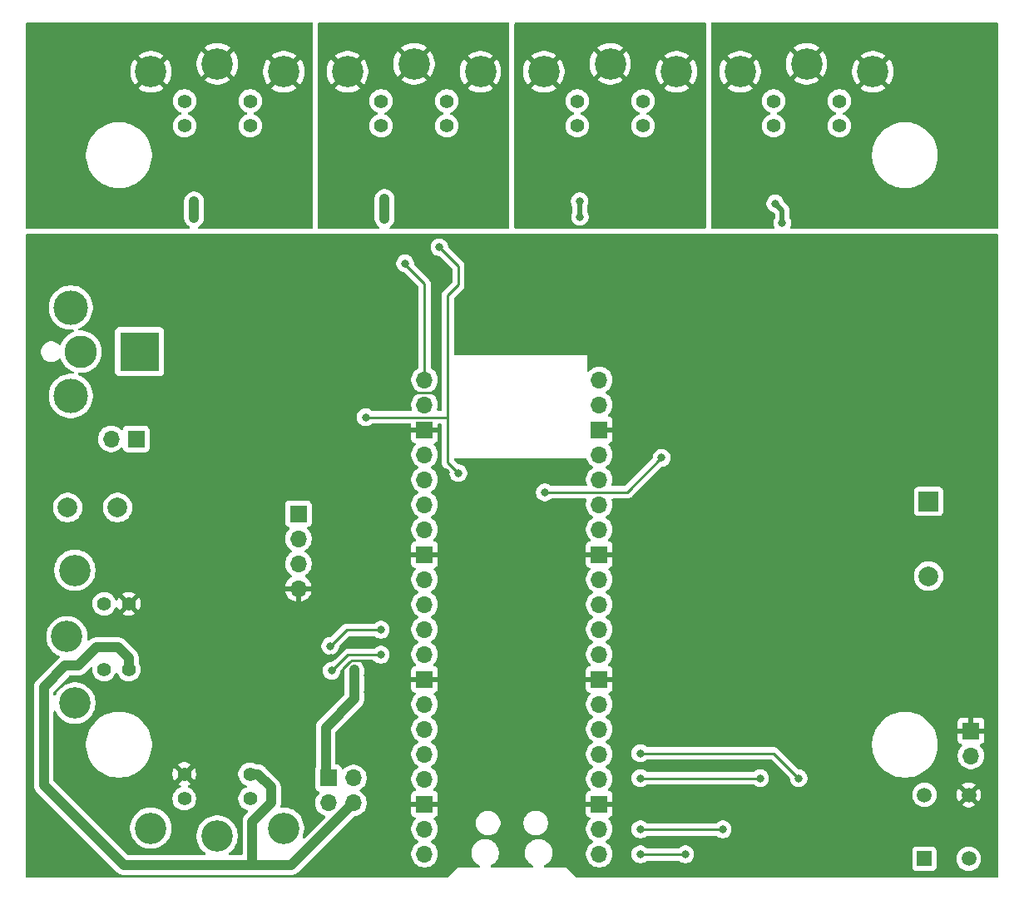
<source format=gbl>
G04 #@! TF.GenerationSoftware,KiCad,Pcbnew,9.0.4-9.0.4-0~ubuntu22.04.1*
G04 #@! TF.CreationDate,2025-10-28T06:57:13-06:00*
G04 #@! TF.ProjectId,hootswitch,686f6f74-7377-4697-9463-682e6b696361,rev?*
G04 #@! TF.SameCoordinates,Original*
G04 #@! TF.FileFunction,Copper,L2,Bot*
G04 #@! TF.FilePolarity,Positive*
%FSLAX46Y46*%
G04 Gerber Fmt 4.6, Leading zero omitted, Abs format (unit mm)*
G04 Created by KiCad (PCBNEW 9.0.4-9.0.4-0~ubuntu22.04.1) date 2025-10-28 06:57:13*
%MOMM*%
%LPD*%
G01*
G04 APERTURE LIST*
G04 #@! TA.AperFunction,ComponentPad*
%ADD10O,1.700000X1.700000*%
G04 #@! TD*
G04 #@! TA.AperFunction,ComponentPad*
%ADD11R,1.700000X1.700000*%
G04 #@! TD*
G04 #@! TA.AperFunction,ComponentPad*
%ADD12C,1.498000*%
G04 #@! TD*
G04 #@! TA.AperFunction,ComponentPad*
%ADD13R,1.498000X1.498000*%
G04 #@! TD*
G04 #@! TA.AperFunction,ComponentPad*
%ADD14C,1.400000*%
G04 #@! TD*
G04 #@! TA.AperFunction,ComponentPad*
%ADD15C,3.200000*%
G04 #@! TD*
G04 #@! TA.AperFunction,ComponentPad*
%ADD16R,4.000000X4.000000*%
G04 #@! TD*
G04 #@! TA.AperFunction,ComponentPad*
%ADD17C,3.300000*%
G04 #@! TD*
G04 #@! TA.AperFunction,ComponentPad*
%ADD18C,3.500000*%
G04 #@! TD*
G04 #@! TA.AperFunction,ComponentPad*
%ADD19R,2.000000X2.000000*%
G04 #@! TD*
G04 #@! TA.AperFunction,ComponentPad*
%ADD20C,2.000000*%
G04 #@! TD*
G04 #@! TA.AperFunction,ViaPad*
%ADD21C,0.800000*%
G04 #@! TD*
G04 #@! TA.AperFunction,Conductor*
%ADD22C,0.250000*%
G04 #@! TD*
G04 #@! TA.AperFunction,Conductor*
%ADD23C,1.000000*%
G04 #@! TD*
G04 #@! TA.AperFunction,Conductor*
%ADD24C,0.500000*%
G04 #@! TD*
G04 APERTURE END LIST*
D10*
X118890000Y-145130000D03*
X118890000Y-142590000D03*
D11*
X118890000Y-140050000D03*
D10*
X118890000Y-137510000D03*
X118890000Y-134970000D03*
X118890000Y-132430000D03*
X118890000Y-129890000D03*
D11*
X118890000Y-127350000D03*
D10*
X118890000Y-124810000D03*
X118890000Y-122270000D03*
X118890000Y-119730000D03*
X118890000Y-117190000D03*
D11*
X118890000Y-114650000D03*
D10*
X118890000Y-112110000D03*
X118890000Y-109570000D03*
X118890000Y-107030000D03*
X118890000Y-104490000D03*
D11*
X118890000Y-101950000D03*
D10*
X118890000Y-99410000D03*
X118890000Y-96870000D03*
X101110000Y-96870000D03*
X101110000Y-99410000D03*
D11*
X101110000Y-101950000D03*
D10*
X101110000Y-104490000D03*
X101110000Y-107030000D03*
X101110000Y-109570000D03*
X101110000Y-112110000D03*
D11*
X101110000Y-114650000D03*
D10*
X101110000Y-117190000D03*
X101110000Y-119730000D03*
X101110000Y-122270000D03*
X101110000Y-124810000D03*
D11*
X101110000Y-127350000D03*
D10*
X101110000Y-129890000D03*
X101110000Y-132430000D03*
X101110000Y-134970000D03*
X101110000Y-137510000D03*
D11*
X101110000Y-140050000D03*
D10*
X101110000Y-142590000D03*
X101110000Y-145130000D03*
D12*
X156490000Y-145610000D03*
D13*
X151990000Y-145610000D03*
D12*
X156490000Y-139110000D03*
X151990000Y-139110000D03*
D14*
X68500000Y-126350000D03*
X68500000Y-119650000D03*
X71000000Y-126350000D03*
X71000000Y-119650000D03*
D15*
X65510000Y-129760000D03*
X64700000Y-123000000D03*
X65510000Y-116240000D03*
D14*
X136630000Y-68490000D03*
X143330000Y-68490000D03*
X136630000Y-70990000D03*
X143330000Y-70990000D03*
D15*
X133220000Y-65500000D03*
X139980000Y-64690000D03*
X146740000Y-65500000D03*
D11*
X156718000Y-132583000D03*
D10*
X156718000Y-135123000D03*
D14*
X76670000Y-68490000D03*
X83370000Y-68490000D03*
X76670000Y-70990000D03*
X83370000Y-70990000D03*
D15*
X73260000Y-65500000D03*
X80020000Y-64690000D03*
X86780000Y-65500000D03*
D16*
X72100000Y-94000000D03*
D17*
X66100000Y-94000000D03*
D18*
X65100000Y-89500000D03*
X65100000Y-98500000D03*
D19*
X152400000Y-109230000D03*
D20*
X152400000Y-116830000D03*
D11*
X88265000Y-110490000D03*
D10*
X88265000Y-113030000D03*
X88265000Y-115570000D03*
X88265000Y-118110000D03*
D14*
X96680000Y-68490000D03*
X103380000Y-68490000D03*
X96680000Y-70990000D03*
X103380000Y-70990000D03*
D15*
X93270000Y-65500000D03*
X100030000Y-64690000D03*
X106790000Y-65500000D03*
D14*
X116650000Y-68490000D03*
X123350000Y-68490000D03*
X116650000Y-70990000D03*
X123350000Y-70990000D03*
D15*
X113240000Y-65500000D03*
X120000000Y-64690000D03*
X126760000Y-65500000D03*
D20*
X64770000Y-109855000D03*
X69850000Y-109855000D03*
D14*
X83350000Y-139500000D03*
X76650000Y-139500000D03*
X83350000Y-137000000D03*
X76650000Y-137000000D03*
D15*
X86760000Y-142490000D03*
X80000000Y-143300000D03*
X73240000Y-142490000D03*
D11*
X91325000Y-137389000D03*
D10*
X93865000Y-137389000D03*
X91325000Y-139929000D03*
X93865000Y-139929000D03*
D11*
X71755000Y-102870000D03*
D10*
X69215000Y-102870000D03*
D21*
X115570000Y-93590000D03*
X95180000Y-99140000D03*
X95110000Y-100660000D03*
X103300000Y-106330000D03*
X82380000Y-104590000D03*
X84900000Y-103370000D03*
X84880000Y-105790000D03*
X97270000Y-83510000D03*
X113310000Y-109760000D03*
X128524000Y-127254000D03*
X106940000Y-117270000D03*
X97480000Y-87680000D03*
X110840000Y-83950000D03*
X107380000Y-83160000D03*
X95320000Y-126980000D03*
X71370000Y-83940000D03*
X124714000Y-127254000D03*
X116820000Y-144060000D03*
X139954000Y-132207000D03*
X83320000Y-132570000D03*
X123270000Y-92600000D03*
X89320000Y-135800000D03*
X136750000Y-83230000D03*
X91550000Y-125150000D03*
X83320000Y-128760000D03*
X117200000Y-83360000D03*
X90870000Y-84030000D03*
X119820000Y-83230000D03*
X77850000Y-87850000D03*
X93630000Y-103430000D03*
X95350000Y-128640000D03*
X78020000Y-83400000D03*
X113380000Y-107000000D03*
X141850000Y-98120000D03*
X82650000Y-86440000D03*
X92770000Y-135550000D03*
X72570000Y-123120000D03*
X61440000Y-82840000D03*
X149180000Y-83910000D03*
X92075000Y-118110000D03*
X88150000Y-131410000D03*
X123540000Y-119670000D03*
X97400000Y-108320000D03*
X102340000Y-93880000D03*
X128524000Y-132207000D03*
X143764000Y-132207000D03*
X104150000Y-83080000D03*
X109880000Y-131860000D03*
X136144000Y-132207000D03*
X87190000Y-83380000D03*
X127140000Y-103970000D03*
X120060000Y-95160000D03*
X99850000Y-83520000D03*
X75930000Y-105320000D03*
X139140000Y-88330000D03*
X136144000Y-127254000D03*
X98690000Y-86540000D03*
X92040000Y-128080000D03*
X143764000Y-127254000D03*
X84720000Y-107750000D03*
X79320000Y-84470000D03*
X137850000Y-86060000D03*
X118020000Y-86010000D03*
X157226000Y-127381000D03*
X127800000Y-83330000D03*
X128420000Y-89140000D03*
X139954000Y-127254000D03*
X102900000Y-87250000D03*
X96650000Y-126300000D03*
X157310000Y-92410000D03*
X122260000Y-94580000D03*
X146440000Y-83070000D03*
X84570000Y-108864000D03*
X97460000Y-123570000D03*
X151130000Y-126492000D03*
X78240000Y-130630000D03*
X132334000Y-132207000D03*
X92720000Y-134090000D03*
X83320000Y-130665000D03*
X145810000Y-87790000D03*
X96710000Y-120720000D03*
X74140000Y-106470000D03*
X91280000Y-146240000D03*
X123820000Y-122190000D03*
X132334000Y-127254000D03*
X141940000Y-83100000D03*
X89290000Y-134140000D03*
X79260000Y-125550000D03*
X124714000Y-132207000D03*
X82010000Y-128310000D03*
X106860000Y-129170000D03*
X93950000Y-127900000D03*
X91060000Y-134830000D03*
X91060000Y-133950000D03*
X91060000Y-135690000D03*
X93950000Y-126390000D03*
X93950000Y-127120000D03*
X93950000Y-128700000D03*
X91650000Y-126470000D03*
X96647000Y-124841000D03*
X136800000Y-78910000D03*
X137520000Y-80910000D03*
X116890000Y-78680000D03*
X116920000Y-80260000D03*
X97030000Y-78440000D03*
X97030000Y-80440000D03*
X77640000Y-80370000D03*
X77610000Y-78660000D03*
X91510000Y-123950000D03*
X96647000Y-122301000D03*
X104550000Y-106350000D03*
X102610000Y-83360000D03*
X113330000Y-108310000D03*
X125240000Y-104790000D03*
X127635000Y-145161000D03*
X123063000Y-145161000D03*
X131445000Y-142621000D03*
X123063000Y-142621000D03*
X135255000Y-137414000D03*
X123063000Y-137414000D03*
X123063000Y-134874000D03*
X139192000Y-137414000D03*
X99120000Y-85010000D03*
D22*
X102620000Y-94160000D02*
X102620000Y-97550000D01*
X102340000Y-93880000D02*
X102620000Y-94160000D01*
X102010000Y-98140000D02*
X100050000Y-98140000D01*
X102620000Y-97550000D02*
X102600000Y-97550000D01*
X102600000Y-97550000D02*
X102010000Y-98140000D01*
X103460000Y-88280000D02*
X103460000Y-100660000D01*
X95110000Y-100660000D02*
X103460000Y-100660000D01*
X102610000Y-83360000D02*
X104550000Y-85300000D01*
X103460000Y-105260000D02*
X104550000Y-106350000D01*
X104550000Y-85300000D02*
X104550000Y-87190000D01*
X104550000Y-87190000D02*
X103460000Y-88280000D01*
X103460000Y-100660000D02*
X103460000Y-105260000D01*
D23*
X82450000Y-146230000D02*
X83580000Y-146230000D01*
X64520000Y-125960000D02*
X62340000Y-128140000D01*
X65840000Y-125960000D02*
X64520000Y-125960000D01*
X83580000Y-141820000D02*
X85470000Y-139930000D01*
X71000000Y-125140000D02*
X69940000Y-124080000D01*
X62340000Y-138090000D02*
X70480000Y-146230000D01*
X70480000Y-146230000D02*
X82450000Y-146230000D01*
X85470000Y-139930000D02*
X85470000Y-138320000D01*
X85470000Y-138320000D02*
X84150000Y-137000000D01*
X83580000Y-146230000D02*
X83580000Y-141820000D01*
X84150000Y-137000000D02*
X83350000Y-137000000D01*
X71000000Y-126350000D02*
X71000000Y-125140000D01*
X82450000Y-146230000D02*
X87564000Y-146230000D01*
X87564000Y-146230000D02*
X93865000Y-139929000D01*
X69940000Y-124080000D02*
X67720000Y-124080000D01*
X67720000Y-124080000D02*
X65840000Y-125960000D01*
X62340000Y-128140000D02*
X62340000Y-138090000D01*
D22*
X91550000Y-125150000D02*
X91950000Y-125150000D01*
X94310000Y-125390000D02*
X95660000Y-125390000D01*
X93470000Y-125590000D02*
X93670000Y-125390000D01*
X93530000Y-123570000D02*
X97460000Y-123570000D01*
X91950000Y-125150000D02*
X93530000Y-123570000D01*
X92600000Y-127380000D02*
X92780000Y-127200000D01*
X93670000Y-125390000D02*
X94310000Y-125390000D01*
X92780000Y-127200000D02*
X92780000Y-126510000D01*
X92780000Y-126280000D02*
X93470000Y-125590000D01*
X92040000Y-128080000D02*
X92040000Y-127940000D01*
X92780000Y-126510000D02*
X92780000Y-126280000D01*
X95660000Y-125390000D02*
X96130000Y-125860000D01*
X92040000Y-127940000D02*
X92600000Y-127380000D01*
D23*
X91050000Y-132700000D02*
X91050000Y-132250000D01*
X93950000Y-128700000D02*
X93950000Y-127900000D01*
X93950000Y-129350000D02*
X93950000Y-128700000D01*
X91050000Y-132250000D02*
X93950000Y-129350000D01*
X93950000Y-127900000D02*
X93950000Y-127120000D01*
X93950000Y-127120000D02*
X93950000Y-126390000D01*
X93950000Y-126390000D02*
X93950000Y-126360000D01*
X91120000Y-137010000D02*
X91050000Y-136940000D01*
X91325000Y-137389000D02*
X91325000Y-137215000D01*
X91050000Y-136940000D02*
X91050000Y-132700000D01*
X91325000Y-137215000D02*
X91120000Y-137010000D01*
D22*
X93249000Y-124841000D02*
X96647000Y-124841000D01*
X91821000Y-126269000D02*
X93249000Y-124841000D01*
X91821000Y-126299000D02*
X91821000Y-126269000D01*
X91650000Y-126470000D02*
X91821000Y-126299000D01*
D24*
X137520000Y-80910000D02*
X137520000Y-79630000D01*
X137520000Y-79630000D02*
X136800000Y-78910000D01*
X116920000Y-80260000D02*
X116920000Y-78710000D01*
X116920000Y-78710000D02*
X116890000Y-78680000D01*
D23*
X97030000Y-80440000D02*
X97030000Y-78440000D01*
X77640000Y-80370000D02*
X77640000Y-78690000D01*
D22*
X91510000Y-123950000D02*
X93159000Y-122301000D01*
X93159000Y-122301000D02*
X96647000Y-122301000D01*
X113330000Y-108310000D02*
X115580000Y-108310000D01*
X121720000Y-108310000D02*
X125240000Y-104790000D01*
X113330000Y-108310000D02*
X121720000Y-108310000D01*
X123063000Y-145161000D02*
X127635000Y-145161000D01*
X123063000Y-142621000D02*
X131445000Y-142621000D01*
X123063000Y-137414000D02*
X135255000Y-137414000D01*
X123063000Y-134874000D02*
X136652000Y-134874000D01*
X136652000Y-134874000D02*
X139192000Y-137414000D01*
X101110000Y-87080000D02*
X99120000Y-85090000D01*
X101110000Y-96870000D02*
X101110000Y-87080000D01*
G04 #@! TA.AperFunction,Conductor*
G36*
X90346662Y-82001282D02*
G01*
X90348589Y-82001559D01*
X90376000Y-82005500D01*
X90376001Y-82005500D01*
X96400172Y-82005500D01*
X96400183Y-82005500D01*
X96467661Y-82000976D01*
X96469756Y-82000765D01*
X96469763Y-82000835D01*
X96469766Y-82000835D01*
X96469771Y-82000910D01*
X96483356Y-82000000D01*
X97612549Y-82000000D01*
X97630479Y-82001282D01*
X97632406Y-82001559D01*
X97659817Y-82005500D01*
X97659818Y-82005500D01*
X109623996Y-82005500D01*
X109624000Y-82005500D01*
X109668442Y-82000721D01*
X109681911Y-82000000D01*
X130328732Y-82000000D01*
X130346662Y-82001282D01*
X130348589Y-82001559D01*
X130376000Y-82005500D01*
X130376001Y-82005500D01*
X136601120Y-82005500D01*
X136605624Y-82005218D01*
X136664120Y-82001559D01*
X136667700Y-82001109D01*
X136668715Y-82000982D01*
X136684416Y-82000000D01*
X138391613Y-82000000D01*
X138409543Y-82001282D01*
X138411470Y-82001559D01*
X138438881Y-82005500D01*
X138438882Y-82005500D01*
X159374000Y-82005500D01*
X159442121Y-82025502D01*
X159488614Y-82079158D01*
X159500000Y-82131500D01*
X159500000Y-147374000D01*
X159479998Y-147442121D01*
X159426342Y-147488614D01*
X159374000Y-147500000D01*
X116552190Y-147500000D01*
X116484069Y-147479998D01*
X116463095Y-147463095D01*
X115500001Y-146500000D01*
X115500000Y-146500000D01*
X113390779Y-146500000D01*
X113322658Y-146479998D01*
X113276165Y-146426342D01*
X113266061Y-146356068D01*
X113295555Y-146291488D01*
X113333573Y-146261734D01*
X113459022Y-146197815D01*
X113637365Y-146068242D01*
X113793242Y-145912365D01*
X113922815Y-145734022D01*
X114022895Y-145537606D01*
X114091015Y-145327951D01*
X114125500Y-145110222D01*
X114125500Y-144889778D01*
X114091015Y-144672049D01*
X114022895Y-144462394D01*
X113922815Y-144265978D01*
X113793242Y-144087635D01*
X113793239Y-144087632D01*
X113793237Y-144087629D01*
X113637370Y-143931762D01*
X113637367Y-143931760D01*
X113637365Y-143931758D01*
X113459022Y-143802185D01*
X113262606Y-143702105D01*
X113262603Y-143702104D01*
X113262601Y-143702103D01*
X113052954Y-143633986D01*
X113052951Y-143633985D01*
X112835222Y-143599500D01*
X112614778Y-143599500D01*
X112397049Y-143633985D01*
X112397046Y-143633985D01*
X112397045Y-143633986D01*
X112187398Y-143702103D01*
X112187392Y-143702106D01*
X111990974Y-143802187D01*
X111812632Y-143931760D01*
X111812629Y-143931762D01*
X111656762Y-144087629D01*
X111656760Y-144087632D01*
X111527187Y-144265974D01*
X111427106Y-144462392D01*
X111427103Y-144462398D01*
X111363895Y-144656937D01*
X111358985Y-144672049D01*
X111324500Y-144889778D01*
X111324500Y-145110222D01*
X111358985Y-145327951D01*
X111427105Y-145537606D01*
X111527185Y-145734022D01*
X111527187Y-145734025D01*
X111559220Y-145778114D01*
X111656758Y-145912365D01*
X111656760Y-145912367D01*
X111656762Y-145912370D01*
X111812629Y-146068237D01*
X111812632Y-146068239D01*
X111812635Y-146068242D01*
X111990978Y-146197815D01*
X112116425Y-146261734D01*
X112168039Y-146310482D01*
X112185105Y-146379397D01*
X112162204Y-146446598D01*
X112106606Y-146490750D01*
X112059221Y-146500000D01*
X107940779Y-146500000D01*
X107872658Y-146479998D01*
X107826165Y-146426342D01*
X107816061Y-146356068D01*
X107845555Y-146291488D01*
X107883573Y-146261734D01*
X108009022Y-146197815D01*
X108187365Y-146068242D01*
X108343242Y-145912365D01*
X108472815Y-145734022D01*
X108572895Y-145537606D01*
X108641015Y-145327951D01*
X108675500Y-145110222D01*
X108675500Y-144889778D01*
X108641015Y-144672049D01*
X108572895Y-144462394D01*
X108472815Y-144265978D01*
X108343242Y-144087635D01*
X108343239Y-144087632D01*
X108343237Y-144087629D01*
X108187370Y-143931762D01*
X108187367Y-143931760D01*
X108187365Y-143931758D01*
X108009022Y-143802185D01*
X107812606Y-143702105D01*
X107812603Y-143702104D01*
X107812601Y-143702103D01*
X107602954Y-143633986D01*
X107602951Y-143633985D01*
X107385222Y-143599500D01*
X107164778Y-143599500D01*
X106947049Y-143633985D01*
X106947046Y-143633985D01*
X106947045Y-143633986D01*
X106737398Y-143702103D01*
X106737392Y-143702106D01*
X106540974Y-143802187D01*
X106362632Y-143931760D01*
X106362629Y-143931762D01*
X106206762Y-144087629D01*
X106206760Y-144087632D01*
X106077187Y-144265974D01*
X105977106Y-144462392D01*
X105977103Y-144462398D01*
X105913895Y-144656937D01*
X105908985Y-144672049D01*
X105874500Y-144889778D01*
X105874500Y-145110222D01*
X105908985Y-145327951D01*
X105977105Y-145537606D01*
X106077185Y-145734022D01*
X106077187Y-145734025D01*
X106109220Y-145778114D01*
X106206758Y-145912365D01*
X106206760Y-145912367D01*
X106206762Y-145912370D01*
X106362629Y-146068237D01*
X106362632Y-146068239D01*
X106362635Y-146068242D01*
X106540978Y-146197815D01*
X106666425Y-146261734D01*
X106718039Y-146310482D01*
X106735105Y-146379397D01*
X106712204Y-146446598D01*
X106656606Y-146490750D01*
X106609221Y-146500000D01*
X104499998Y-146500000D01*
X103536905Y-147463095D01*
X103474593Y-147497120D01*
X103447810Y-147500000D01*
X60626000Y-147500000D01*
X60557879Y-147479998D01*
X60511386Y-147426342D01*
X60500000Y-147374000D01*
X60500000Y-128041455D01*
X61339500Y-128041455D01*
X61339500Y-138188542D01*
X61377949Y-138381837D01*
X61377951Y-138381843D01*
X61392985Y-138418137D01*
X61393386Y-138419104D01*
X61453368Y-138563914D01*
X61562861Y-138727782D01*
X61639825Y-138804746D01*
X61709400Y-138874321D01*
X61709406Y-138874326D01*
X69702860Y-146867781D01*
X69702861Y-146867782D01*
X69842218Y-147007139D01*
X70006086Y-147116632D01*
X70112745Y-147160811D01*
X70112746Y-147160812D01*
X70140605Y-147172351D01*
X70188164Y-147192051D01*
X70381459Y-147230500D01*
X70381460Y-147230500D01*
X87662536Y-147230500D01*
X87662540Y-147230500D01*
X87662541Y-147230500D01*
X87759188Y-147211275D01*
X87855836Y-147192051D01*
X87909165Y-147169961D01*
X88037914Y-147116632D01*
X88201782Y-147007139D01*
X88341139Y-146867782D01*
X88341139Y-146867780D01*
X88351509Y-146857411D01*
X88351512Y-146857406D01*
X93892977Y-141315943D01*
X93955287Y-141281919D01*
X93966398Y-141280282D01*
X93966397Y-141280274D01*
X93971284Y-141279500D01*
X93971287Y-141279500D01*
X94181243Y-141246246D01*
X94383412Y-141180557D01*
X94572816Y-141084051D01*
X94744792Y-140959104D01*
X94895104Y-140808792D01*
X95020051Y-140636816D01*
X95116557Y-140447412D01*
X95182246Y-140245243D01*
X95215500Y-140035287D01*
X95215500Y-139822713D01*
X95182246Y-139612757D01*
X95116557Y-139410588D01*
X95020051Y-139221184D01*
X94895104Y-139049208D01*
X94895101Y-139049205D01*
X94895099Y-139049202D01*
X94744797Y-138898900D01*
X94744794Y-138898898D01*
X94744792Y-138898896D01*
X94572816Y-138773949D01*
X94567551Y-138771266D01*
X94515937Y-138722520D01*
X94498870Y-138653606D01*
X94521770Y-138586404D01*
X94567551Y-138546733D01*
X94572816Y-138544051D01*
X94744792Y-138419104D01*
X94895104Y-138268792D01*
X95020051Y-138096816D01*
X95116557Y-137907412D01*
X95182246Y-137705243D01*
X95215500Y-137495287D01*
X95215500Y-137282713D01*
X95182246Y-137072757D01*
X95116557Y-136870588D01*
X95020051Y-136681184D01*
X94895104Y-136509208D01*
X94895101Y-136509205D01*
X94895099Y-136509202D01*
X94744797Y-136358900D01*
X94744794Y-136358898D01*
X94744792Y-136358896D01*
X94581145Y-136240000D01*
X94572819Y-136233951D01*
X94572818Y-136233950D01*
X94572816Y-136233949D01*
X94383412Y-136137443D01*
X94181243Y-136071754D01*
X93971287Y-136038500D01*
X93758713Y-136038500D01*
X93548757Y-136071754D01*
X93548754Y-136071754D01*
X93548753Y-136071755D01*
X93346588Y-136137443D01*
X93346586Y-136137444D01*
X93157180Y-136233951D01*
X92985207Y-136358896D01*
X92873873Y-136470230D01*
X92811561Y-136504255D01*
X92740745Y-136499189D01*
X92683909Y-136456643D01*
X92666722Y-136425165D01*
X92618798Y-136296673D01*
X92618796Y-136296670D01*
X92618796Y-136296669D01*
X92569638Y-136231002D01*
X92532546Y-136181453D01*
X92441595Y-136113368D01*
X92417331Y-136095204D01*
X92417329Y-136095203D01*
X92417326Y-136095201D01*
X92282483Y-136044909D01*
X92282486Y-136044909D01*
X92222878Y-136038500D01*
X92222873Y-136038500D01*
X92176500Y-136038500D01*
X92108379Y-136018498D01*
X92061886Y-135964842D01*
X92050500Y-135912500D01*
X92050500Y-132716610D01*
X92070502Y-132648489D01*
X92087405Y-132627515D01*
X93372302Y-131342618D01*
X94727139Y-129987782D01*
X94787347Y-129897674D01*
X94836632Y-129823914D01*
X94887751Y-129700500D01*
X94912051Y-129641836D01*
X94950500Y-129448541D01*
X94950500Y-129251460D01*
X94950500Y-128601459D01*
X94950500Y-127801459D01*
X94950500Y-127021459D01*
X94950500Y-126291459D01*
X94950500Y-126261459D01*
X94912051Y-126068165D01*
X94836632Y-125886086D01*
X94727139Y-125722218D01*
X94686516Y-125681595D01*
X94652490Y-125619283D01*
X94657555Y-125548468D01*
X94700102Y-125491632D01*
X94766622Y-125466821D01*
X94775611Y-125466500D01*
X95946811Y-125466500D01*
X96014932Y-125486502D01*
X96035902Y-125503401D01*
X96072965Y-125540464D01*
X96220453Y-125639013D01*
X96384334Y-125706894D01*
X96558309Y-125741500D01*
X96558310Y-125741500D01*
X96735690Y-125741500D01*
X96735691Y-125741500D01*
X96909666Y-125706894D01*
X97073547Y-125639013D01*
X97221035Y-125540464D01*
X97346464Y-125415035D01*
X97445013Y-125267547D01*
X97512894Y-125103666D01*
X97547500Y-124929691D01*
X97547500Y-124752309D01*
X97512894Y-124578334D01*
X97445013Y-124414453D01*
X97346464Y-124266965D01*
X97346459Y-124266959D01*
X97221040Y-124141540D01*
X97221034Y-124141535D01*
X97162135Y-124102180D01*
X97073547Y-124042987D01*
X96909666Y-123975106D01*
X96735693Y-123940500D01*
X96735691Y-123940500D01*
X96558309Y-123940500D01*
X96558306Y-123940500D01*
X96384333Y-123975106D01*
X96384328Y-123975108D01*
X96220453Y-124042987D01*
X96072965Y-124141535D01*
X96054436Y-124160064D01*
X96035905Y-124178595D01*
X95973596Y-124212620D01*
X95946811Y-124215500D01*
X93187388Y-124215500D01*
X93126971Y-124227517D01*
X93126971Y-124227518D01*
X93066548Y-124239537D01*
X93066546Y-124239538D01*
X93019395Y-124259068D01*
X92952717Y-124286686D01*
X92952714Y-124286689D01*
X92850271Y-124355139D01*
X92850264Y-124355144D01*
X92790956Y-124414453D01*
X92763142Y-124442267D01*
X92763139Y-124442270D01*
X92207461Y-124997949D01*
X91672815Y-125532595D01*
X91610503Y-125566620D01*
X91583720Y-125569500D01*
X91561306Y-125569500D01*
X91387333Y-125604106D01*
X91387328Y-125604108D01*
X91223453Y-125671987D01*
X91075965Y-125770535D01*
X91075959Y-125770540D01*
X90950540Y-125895959D01*
X90950535Y-125895965D01*
X90851987Y-126043453D01*
X90784108Y-126207328D01*
X90784106Y-126207333D01*
X90749500Y-126381306D01*
X90749500Y-126558693D01*
X90771712Y-126670360D01*
X90784106Y-126732666D01*
X90851987Y-126896547D01*
X90896643Y-126963379D01*
X90950535Y-127044034D01*
X90950540Y-127044040D01*
X91075959Y-127169459D01*
X91075965Y-127169464D01*
X91223453Y-127268013D01*
X91387334Y-127335894D01*
X91561309Y-127370500D01*
X91561310Y-127370500D01*
X91738690Y-127370500D01*
X91738691Y-127370500D01*
X91912666Y-127335894D01*
X92076547Y-127268013D01*
X92224035Y-127169464D01*
X92349464Y-127044035D01*
X92448013Y-126896547D01*
X92515894Y-126732666D01*
X92550500Y-126558691D01*
X92550500Y-126476280D01*
X92559283Y-126446364D01*
X92565912Y-126415895D01*
X92569726Y-126410799D01*
X92570502Y-126408159D01*
X92587405Y-126387185D01*
X92734405Y-126240185D01*
X92796717Y-126206159D01*
X92867532Y-126211224D01*
X92924368Y-126253771D01*
X92949179Y-126320291D01*
X92949500Y-126329280D01*
X92949500Y-128883389D01*
X92929498Y-128951510D01*
X92912595Y-128972484D01*
X90272863Y-131612215D01*
X90272858Y-131612222D01*
X90163368Y-131776085D01*
X90087950Y-131958161D01*
X90087949Y-131958164D01*
X90049500Y-132151455D01*
X90049500Y-136231002D01*
X90034089Y-136291385D01*
X90031204Y-136296668D01*
X89980909Y-136431516D01*
X89974500Y-136491121D01*
X89974500Y-138286864D01*
X89974502Y-138286885D01*
X89980908Y-138346480D01*
X89980908Y-138346481D01*
X90031201Y-138481326D01*
X90031203Y-138481329D01*
X90031204Y-138481331D01*
X90059845Y-138519591D01*
X90117453Y-138596546D01*
X90142105Y-138615000D01*
X90232669Y-138682796D01*
X90232671Y-138682796D01*
X90232673Y-138682798D01*
X90361165Y-138730722D01*
X90418002Y-138773268D01*
X90442813Y-138839788D01*
X90427722Y-138909162D01*
X90406230Y-138937873D01*
X90294896Y-139049207D01*
X90169951Y-139221180D01*
X90073444Y-139410586D01*
X90073443Y-139410588D01*
X90013694Y-139594477D01*
X90007754Y-139612757D01*
X89974500Y-139822713D01*
X89974500Y-140035287D01*
X90007754Y-140245243D01*
X90073443Y-140447412D01*
X90169949Y-140636816D01*
X90294896Y-140808792D01*
X90294898Y-140808794D01*
X90294900Y-140808797D01*
X90445202Y-140959099D01*
X90445205Y-140959101D01*
X90445208Y-140959104D01*
X90617184Y-141084051D01*
X90806588Y-141180557D01*
X90906857Y-141213136D01*
X90965461Y-141253208D01*
X90993098Y-141318605D01*
X90980991Y-141388561D01*
X90957014Y-141422063D01*
X88876536Y-143502543D01*
X88814224Y-143536568D01*
X88743409Y-143531504D01*
X88686573Y-143488957D01*
X88661762Y-143422437D01*
X88671031Y-143365232D01*
X88753295Y-143166632D01*
X88824560Y-142900666D01*
X88860500Y-142627674D01*
X88860500Y-142352326D01*
X88824560Y-142079334D01*
X88753295Y-141813368D01*
X88647923Y-141558979D01*
X88647922Y-141558977D01*
X88647916Y-141558966D01*
X88510251Y-141320524D01*
X88506737Y-141315945D01*
X88342628Y-141102072D01*
X88342627Y-141102071D01*
X88342618Y-141102061D01*
X88147938Y-140907381D01*
X88147928Y-140907372D01*
X87943215Y-140750291D01*
X87929479Y-140739751D01*
X87929478Y-140739750D01*
X87929475Y-140739748D01*
X87691033Y-140602083D01*
X87691022Y-140602077D01*
X87563826Y-140549391D01*
X87436632Y-140496705D01*
X87170666Y-140425440D01*
X87170659Y-140425438D01*
X86897676Y-140389500D01*
X86897674Y-140389500D01*
X86622326Y-140389500D01*
X86622319Y-140389500D01*
X86563991Y-140397179D01*
X86493843Y-140386239D01*
X86440745Y-140339110D01*
X86421556Y-140270756D01*
X86430369Y-140227800D01*
X86430253Y-140227765D01*
X86430634Y-140226506D01*
X86431142Y-140224030D01*
X86432052Y-140221835D01*
X86470500Y-140028540D01*
X86470500Y-139831459D01*
X86470500Y-138221459D01*
X86448836Y-138112547D01*
X86432051Y-138028164D01*
X86400521Y-137952044D01*
X86395739Y-137940499D01*
X86382033Y-137907411D01*
X86356632Y-137846086D01*
X86247139Y-137682218D01*
X86107782Y-137542861D01*
X86107781Y-137542860D01*
X86104620Y-137539699D01*
X86104605Y-137539685D01*
X84931549Y-136366629D01*
X84931540Y-136366619D01*
X84861589Y-136296668D01*
X84787782Y-136222861D01*
X84623914Y-136113368D01*
X84495165Y-136060038D01*
X84495164Y-136060037D01*
X84441843Y-136037951D01*
X84441837Y-136037949D01*
X84441836Y-136037949D01*
X84299477Y-136009632D01*
X84248541Y-135999500D01*
X84056283Y-135999500D01*
X83988162Y-135979498D01*
X83982223Y-135975437D01*
X83979201Y-135973241D01*
X83810828Y-135887451D01*
X83631123Y-135829061D01*
X83631119Y-135829060D01*
X83631118Y-135829060D01*
X83444481Y-135799500D01*
X83255519Y-135799500D01*
X83068882Y-135829060D01*
X83068876Y-135829061D01*
X82889171Y-135887451D01*
X82720797Y-135973242D01*
X82567924Y-136084311D01*
X82434311Y-136217924D01*
X82323242Y-136370797D01*
X82237451Y-136539171D01*
X82179061Y-136718876D01*
X82179060Y-136718881D01*
X82179060Y-136718882D01*
X82149500Y-136905519D01*
X82149500Y-137094481D01*
X82162046Y-137173694D01*
X82179061Y-137281123D01*
X82237451Y-137460828D01*
X82237452Y-137460831D01*
X82237453Y-137460832D01*
X82277630Y-137539685D01*
X82323242Y-137629202D01*
X82434311Y-137782075D01*
X82567924Y-137915688D01*
X82617962Y-137952043D01*
X82720801Y-138026760D01*
X82889168Y-138112547D01*
X82943397Y-138130167D01*
X83002002Y-138170241D01*
X83029639Y-138235637D01*
X83017532Y-138305594D01*
X82969526Y-138357900D01*
X82943398Y-138369832D01*
X82931713Y-138373629D01*
X82889169Y-138387452D01*
X82720797Y-138473242D01*
X82567924Y-138584311D01*
X82434311Y-138717924D01*
X82323242Y-138870797D01*
X82237451Y-139039171D01*
X82179061Y-139218876D01*
X82179060Y-139218881D01*
X82179060Y-139218882D01*
X82149500Y-139405519D01*
X82149500Y-139594481D01*
X82177111Y-139768813D01*
X82179061Y-139781123D01*
X82237451Y-139960828D01*
X82237452Y-139960831D01*
X82237453Y-139960832D01*
X82317097Y-140117143D01*
X82323242Y-140129202D01*
X82434311Y-140282075D01*
X82567924Y-140415688D01*
X82584529Y-140427752D01*
X82720801Y-140526760D01*
X82889168Y-140612547D01*
X82889170Y-140612547D01*
X82889171Y-140612548D01*
X83058443Y-140667548D01*
X83060750Y-140669125D01*
X83063539Y-140669325D01*
X83089888Y-140689049D01*
X83117049Y-140707622D01*
X83118137Y-140710196D01*
X83120375Y-140711872D01*
X83131874Y-140742701D01*
X83144686Y-140773018D01*
X83144209Y-140775773D01*
X83145186Y-140778392D01*
X83138190Y-140810551D01*
X83132579Y-140842975D01*
X83130507Y-140845869D01*
X83130095Y-140847766D01*
X83108624Y-140876445D01*
X83108603Y-140876476D01*
X82942220Y-141042859D01*
X82942218Y-141042861D01*
X82942217Y-141042861D01*
X82942216Y-141042862D01*
X82802863Y-141182215D01*
X82802858Y-141182222D01*
X82693368Y-141346085D01*
X82617950Y-141528161D01*
X82617949Y-141528164D01*
X82579500Y-141721455D01*
X82579500Y-145103500D01*
X82559498Y-145171621D01*
X82505842Y-145218114D01*
X82453500Y-145229500D01*
X81307059Y-145229500D01*
X81238938Y-145209498D01*
X81192445Y-145155842D01*
X81182341Y-145085568D01*
X81211835Y-145020988D01*
X81230352Y-145003539D01*
X81387928Y-144882628D01*
X81582628Y-144687928D01*
X81750249Y-144469479D01*
X81887923Y-144231021D01*
X81993295Y-143976632D01*
X82064560Y-143710666D01*
X82100500Y-143437674D01*
X82100500Y-143162326D01*
X82064560Y-142889334D01*
X81993295Y-142623368D01*
X81887923Y-142368979D01*
X81887922Y-142368977D01*
X81887916Y-142368966D01*
X81750251Y-142130524D01*
X81710976Y-142079340D01*
X81582628Y-141912072D01*
X81582627Y-141912071D01*
X81582618Y-141912061D01*
X81387938Y-141717381D01*
X81387928Y-141717372D01*
X81169475Y-141549748D01*
X80931033Y-141412083D01*
X80931022Y-141412077D01*
X80803826Y-141359391D01*
X80676632Y-141306705D01*
X80494973Y-141258030D01*
X80410659Y-141235438D01*
X80137676Y-141199500D01*
X80137674Y-141199500D01*
X79862326Y-141199500D01*
X79862323Y-141199500D01*
X79589340Y-141235438D01*
X79323368Y-141306705D01*
X79068977Y-141412077D01*
X79068966Y-141412083D01*
X78830524Y-141549748D01*
X78612071Y-141717372D01*
X78612061Y-141717381D01*
X78417381Y-141912061D01*
X78417372Y-141912071D01*
X78249748Y-142130524D01*
X78112083Y-142368966D01*
X78112077Y-142368977D01*
X78006705Y-142623368D01*
X77935438Y-142889340D01*
X77899500Y-143162323D01*
X77899500Y-143437676D01*
X77935438Y-143710659D01*
X77956002Y-143787404D01*
X77980395Y-143878443D01*
X78006705Y-143976631D01*
X78112077Y-144231022D01*
X78112083Y-144231033D01*
X78249748Y-144469475D01*
X78249750Y-144469478D01*
X78249751Y-144469479D01*
X78304887Y-144541334D01*
X78417372Y-144687928D01*
X78417381Y-144687938D01*
X78612061Y-144882618D01*
X78612071Y-144882627D01*
X78612072Y-144882628D01*
X78769645Y-145003537D01*
X78811512Y-145060875D01*
X78815734Y-145131746D01*
X78780970Y-145193649D01*
X78718258Y-145226930D01*
X78692941Y-145229500D01*
X70946611Y-145229500D01*
X70878490Y-145209498D01*
X70857516Y-145192595D01*
X68017244Y-142352323D01*
X71139500Y-142352323D01*
X71139500Y-142627676D01*
X71175438Y-142900659D01*
X71175440Y-142900666D01*
X71245550Y-143162323D01*
X71246705Y-143166631D01*
X71352077Y-143421022D01*
X71352083Y-143421033D01*
X71489748Y-143659475D01*
X71657372Y-143877928D01*
X71657381Y-143877938D01*
X71852061Y-144072618D01*
X71852071Y-144072627D01*
X71852072Y-144072628D01*
X72058510Y-144231033D01*
X72070524Y-144240251D01*
X72308966Y-144377916D01*
X72308977Y-144377922D01*
X72308979Y-144377923D01*
X72563368Y-144483295D01*
X72829334Y-144554560D01*
X72829338Y-144554560D01*
X72829340Y-144554561D01*
X72899696Y-144563823D01*
X73102326Y-144590500D01*
X73102333Y-144590500D01*
X73377667Y-144590500D01*
X73377674Y-144590500D01*
X73630385Y-144557230D01*
X73650659Y-144554561D01*
X73650659Y-144554560D01*
X73650666Y-144554560D01*
X73916632Y-144483295D01*
X74171021Y-144377923D01*
X74409479Y-144240249D01*
X74627928Y-144072628D01*
X74822628Y-143877928D01*
X74990249Y-143659479D01*
X75127923Y-143421021D01*
X75233295Y-143166632D01*
X75304560Y-142900666D01*
X75340500Y-142627674D01*
X75340500Y-142352326D01*
X75304560Y-142079334D01*
X75233295Y-141813368D01*
X75127923Y-141558979D01*
X75127922Y-141558977D01*
X75127916Y-141558966D01*
X74990251Y-141320524D01*
X74986737Y-141315945D01*
X74822628Y-141102072D01*
X74822627Y-141102071D01*
X74822618Y-141102061D01*
X74627938Y-140907381D01*
X74627928Y-140907372D01*
X74423215Y-140750291D01*
X74409479Y-140739751D01*
X74409478Y-140739750D01*
X74409475Y-140739748D01*
X74171033Y-140602083D01*
X74171022Y-140602077D01*
X74043826Y-140549391D01*
X73916632Y-140496705D01*
X73650666Y-140425440D01*
X73650659Y-140425438D01*
X73377676Y-140389500D01*
X73377674Y-140389500D01*
X73102326Y-140389500D01*
X73102323Y-140389500D01*
X72829340Y-140425438D01*
X72563368Y-140496705D01*
X72308977Y-140602077D01*
X72308966Y-140602083D01*
X72070524Y-140739748D01*
X71852071Y-140907372D01*
X71852061Y-140907381D01*
X71657381Y-141102061D01*
X71657372Y-141102071D01*
X71489748Y-141320524D01*
X71352083Y-141558966D01*
X71352077Y-141558977D01*
X71246705Y-141813368D01*
X71175438Y-142079340D01*
X71139500Y-142352323D01*
X68017244Y-142352323D01*
X63377405Y-137712484D01*
X63343379Y-137650172D01*
X63340500Y-137623389D01*
X63340500Y-133835393D01*
X66649500Y-133835393D01*
X66649500Y-134164606D01*
X66681765Y-134492198D01*
X66681768Y-134492219D01*
X66745986Y-134815073D01*
X66841550Y-135130106D01*
X66841551Y-135130109D01*
X66967531Y-135434251D01*
X67122715Y-135724581D01*
X67305602Y-135998291D01*
X67305613Y-135998306D01*
X67514443Y-136252765D01*
X67514461Y-136252785D01*
X67747214Y-136485538D01*
X67747234Y-136485556D01*
X67985606Y-136681184D01*
X68001702Y-136694393D01*
X68275421Y-136877286D01*
X68565749Y-137032469D01*
X68869889Y-137158448D01*
X69184913Y-137254010D01*
X69184922Y-137254011D01*
X69184926Y-137254013D01*
X69315788Y-137280042D01*
X69507787Y-137318233D01*
X69835400Y-137350500D01*
X69835409Y-137350500D01*
X70164591Y-137350500D01*
X70164600Y-137350500D01*
X70492213Y-137318233D01*
X70747059Y-137267541D01*
X70815073Y-137254013D01*
X70815075Y-137254012D01*
X70815087Y-137254010D01*
X71130111Y-137158448D01*
X71434251Y-137032469D01*
X71672859Y-136904931D01*
X75442000Y-136904931D01*
X75442000Y-137095068D01*
X75471746Y-137282877D01*
X75530502Y-137463709D01*
X75616828Y-137633134D01*
X75634008Y-137656779D01*
X75634009Y-137656779D01*
X76206666Y-137084122D01*
X76230667Y-137173694D01*
X76289910Y-137276306D01*
X76373694Y-137360090D01*
X76476306Y-137419333D01*
X76565876Y-137443333D01*
X75993219Y-138015990D01*
X76016866Y-138033171D01*
X76016868Y-138033172D01*
X76186293Y-138119498D01*
X76186294Y-138119499D01*
X76231260Y-138134109D01*
X76289866Y-138174182D01*
X76317504Y-138239578D01*
X76305398Y-138309535D01*
X76257392Y-138361842D01*
X76231264Y-138373774D01*
X76189171Y-138387451D01*
X76020797Y-138473242D01*
X75867924Y-138584311D01*
X75734311Y-138717924D01*
X75623242Y-138870797D01*
X75537451Y-139039171D01*
X75479061Y-139218876D01*
X75479060Y-139218881D01*
X75479060Y-139218882D01*
X75449500Y-139405519D01*
X75449500Y-139594481D01*
X75477111Y-139768813D01*
X75479061Y-139781123D01*
X75537451Y-139960828D01*
X75537452Y-139960831D01*
X75537453Y-139960832D01*
X75617097Y-140117143D01*
X75623242Y-140129202D01*
X75734311Y-140282075D01*
X75867924Y-140415688D01*
X75884529Y-140427752D01*
X76020801Y-140526760D01*
X76189168Y-140612547D01*
X76368882Y-140670940D01*
X76555519Y-140700500D01*
X76555522Y-140700500D01*
X76744478Y-140700500D01*
X76744481Y-140700500D01*
X76931118Y-140670940D01*
X77110832Y-140612547D01*
X77279199Y-140526760D01*
X77432073Y-140415690D01*
X77565690Y-140282073D01*
X77676760Y-140129199D01*
X77762547Y-139960832D01*
X77820940Y-139781118D01*
X77850500Y-139594481D01*
X77850500Y-139405519D01*
X77820940Y-139218882D01*
X77762547Y-139039168D01*
X77676760Y-138870801D01*
X77597389Y-138761557D01*
X77565688Y-138717924D01*
X77432075Y-138584311D01*
X77279202Y-138473242D01*
X77279201Y-138473241D01*
X77279199Y-138473240D01*
X77110832Y-138387453D01*
X77068736Y-138373775D01*
X77010131Y-138333700D01*
X76982495Y-138268303D01*
X76994603Y-138198346D01*
X77042610Y-138146041D01*
X77068739Y-138134108D01*
X77113714Y-138119495D01*
X77283121Y-138033178D01*
X77283134Y-138033170D01*
X77306779Y-138015990D01*
X77306779Y-138015988D01*
X76734124Y-137443333D01*
X76823694Y-137419333D01*
X76926306Y-137360090D01*
X77010090Y-137276306D01*
X77069333Y-137173694D01*
X77093333Y-137084124D01*
X77665988Y-137656779D01*
X77665990Y-137656779D01*
X77683170Y-137633134D01*
X77683178Y-137633121D01*
X77769496Y-137463712D01*
X77828253Y-137282877D01*
X77858000Y-137095068D01*
X77858000Y-136904931D01*
X77828253Y-136717122D01*
X77769497Y-136536290D01*
X77683172Y-136366868D01*
X77683171Y-136366866D01*
X77665990Y-136343219D01*
X77093333Y-136915875D01*
X77069333Y-136826306D01*
X77010090Y-136723694D01*
X76926306Y-136639910D01*
X76823694Y-136580667D01*
X76734123Y-136556666D01*
X77306779Y-135984009D01*
X77306779Y-135984008D01*
X77283134Y-135966828D01*
X77113709Y-135880502D01*
X76932877Y-135821746D01*
X76745069Y-135792000D01*
X76554931Y-135792000D01*
X76367122Y-135821746D01*
X76186287Y-135880503D01*
X76016871Y-135966824D01*
X75993219Y-135984008D01*
X75993219Y-135984010D01*
X76565875Y-136556666D01*
X76476306Y-136580667D01*
X76373694Y-136639910D01*
X76289910Y-136723694D01*
X76230667Y-136826306D01*
X76206666Y-136915875D01*
X75634010Y-136343219D01*
X75634008Y-136343219D01*
X75616824Y-136366871D01*
X75530503Y-136536287D01*
X75471746Y-136717122D01*
X75442000Y-136904931D01*
X71672859Y-136904931D01*
X71724579Y-136877286D01*
X71808997Y-136820879D01*
X71847412Y-136795212D01*
X71893943Y-136764120D01*
X71998298Y-136694393D01*
X72252772Y-136485551D01*
X72485551Y-136252772D01*
X72694393Y-135998298D01*
X72706955Y-135979498D01*
X72718628Y-135962029D01*
X72843930Y-135774500D01*
X72877286Y-135724579D01*
X73032469Y-135434251D01*
X73158448Y-135130111D01*
X73254010Y-134815087D01*
X73318233Y-134492213D01*
X73350500Y-134164600D01*
X73350500Y-133835400D01*
X73318233Y-133507787D01*
X73254010Y-133184913D01*
X73158448Y-132869889D01*
X73032469Y-132565749D01*
X72877286Y-132275421D01*
X72694393Y-132001702D01*
X72658662Y-131958164D01*
X72485556Y-131747234D01*
X72485538Y-131747214D01*
X72252785Y-131514461D01*
X72252765Y-131514443D01*
X71998306Y-131305613D01*
X71998291Y-131305602D01*
X71724581Y-131122715D01*
X71434251Y-130967531D01*
X71130109Y-130841551D01*
X71130106Y-130841550D01*
X70893551Y-130769792D01*
X70815087Y-130745990D01*
X70815084Y-130745989D01*
X70815073Y-130745986D01*
X70492219Y-130681768D01*
X70492215Y-130681767D01*
X70492213Y-130681767D01*
X70492209Y-130681766D01*
X70492198Y-130681765D01*
X70164606Y-130649500D01*
X70164600Y-130649500D01*
X69835400Y-130649500D01*
X69835393Y-130649500D01*
X69507801Y-130681765D01*
X69507780Y-130681768D01*
X69184926Y-130745986D01*
X68869893Y-130841550D01*
X68869890Y-130841551D01*
X68565748Y-130967531D01*
X68275418Y-131122715D01*
X68001708Y-131305602D01*
X68001693Y-131305613D01*
X67747234Y-131514443D01*
X67747214Y-131514461D01*
X67514461Y-131747214D01*
X67514443Y-131747234D01*
X67305613Y-132001693D01*
X67305602Y-132001708D01*
X67122715Y-132275418D01*
X66967531Y-132565748D01*
X66841551Y-132869890D01*
X66841550Y-132869893D01*
X66745986Y-133184926D01*
X66681768Y-133507780D01*
X66681765Y-133507801D01*
X66649500Y-133835393D01*
X63340500Y-133835393D01*
X63340500Y-130644678D01*
X63360502Y-130576557D01*
X63414158Y-130530064D01*
X63484432Y-130519960D01*
X63549012Y-130549454D01*
X63582907Y-130596457D01*
X63622077Y-130691021D01*
X63622078Y-130691022D01*
X63622083Y-130691033D01*
X63759748Y-130929475D01*
X63927372Y-131147928D01*
X63927381Y-131147938D01*
X64122061Y-131342618D01*
X64122071Y-131342627D01*
X64122072Y-131342628D01*
X64310266Y-131487034D01*
X64340524Y-131510251D01*
X64578966Y-131647916D01*
X64578977Y-131647922D01*
X64578979Y-131647923D01*
X64833368Y-131753295D01*
X65099334Y-131824560D01*
X65099338Y-131824560D01*
X65099340Y-131824561D01*
X65169696Y-131833823D01*
X65372326Y-131860500D01*
X65372333Y-131860500D01*
X65647667Y-131860500D01*
X65647674Y-131860500D01*
X65894391Y-131828019D01*
X65920659Y-131824561D01*
X65920659Y-131824560D01*
X65920666Y-131824560D01*
X66186632Y-131753295D01*
X66441021Y-131647923D01*
X66679479Y-131510249D01*
X66897928Y-131342628D01*
X67092628Y-131147928D01*
X67260249Y-130929479D01*
X67397923Y-130691021D01*
X67503295Y-130436632D01*
X67574560Y-130170666D01*
X67610500Y-129897674D01*
X67610500Y-129622326D01*
X67574560Y-129349334D01*
X67503295Y-129083368D01*
X67397923Y-128828979D01*
X67397919Y-128828972D01*
X67397916Y-128828966D01*
X67260251Y-128590524D01*
X67220323Y-128538489D01*
X67092628Y-128372072D01*
X67092627Y-128372071D01*
X67092618Y-128372061D01*
X66897938Y-128177381D01*
X66897928Y-128177372D01*
X66679475Y-128009748D01*
X66441033Y-127872083D01*
X66441022Y-127872077D01*
X66270535Y-127801459D01*
X66186632Y-127766705D01*
X66004973Y-127718030D01*
X65920659Y-127695438D01*
X65647676Y-127659500D01*
X65647674Y-127659500D01*
X65372326Y-127659500D01*
X65372323Y-127659500D01*
X65099340Y-127695438D01*
X64833368Y-127766705D01*
X64578977Y-127872077D01*
X64578966Y-127872083D01*
X64340524Y-128009748D01*
X64122071Y-128177372D01*
X64122061Y-128177381D01*
X63927381Y-128372061D01*
X63927372Y-128372071D01*
X63759748Y-128590524D01*
X63622083Y-128828966D01*
X63622080Y-128828972D01*
X63622078Y-128828977D01*
X63622077Y-128828979D01*
X63582907Y-128923541D01*
X63538360Y-128978820D01*
X63470997Y-129001241D01*
X63402206Y-128983683D01*
X63353827Y-128931720D01*
X63340500Y-128875321D01*
X63340500Y-128606610D01*
X63360502Y-128538489D01*
X63377405Y-128517515D01*
X64897516Y-126997405D01*
X64959828Y-126963379D01*
X64986611Y-126960500D01*
X65938541Y-126960500D01*
X66071191Y-126934114D01*
X66131836Y-126922051D01*
X66186278Y-126899500D01*
X66313914Y-126846632D01*
X66477782Y-126737139D01*
X66617139Y-126597782D01*
X66617139Y-126597780D01*
X66627509Y-126587411D01*
X66627513Y-126587406D01*
X67089298Y-126125620D01*
X67151608Y-126091596D01*
X67222423Y-126096661D01*
X67279259Y-126139208D01*
X67304070Y-126205728D01*
X67302840Y-126234423D01*
X67299500Y-126255515D01*
X67299500Y-126255519D01*
X67299500Y-126444481D01*
X67322136Y-126587401D01*
X67329061Y-126631123D01*
X67387451Y-126810828D01*
X67387452Y-126810829D01*
X67387453Y-126810832D01*
X67465179Y-126963379D01*
X67473242Y-126979202D01*
X67584311Y-127132075D01*
X67717924Y-127265688D01*
X67717927Y-127265690D01*
X67870801Y-127376760D01*
X68039168Y-127462547D01*
X68218882Y-127520940D01*
X68405519Y-127550500D01*
X68405522Y-127550500D01*
X68594478Y-127550500D01*
X68594481Y-127550500D01*
X68781118Y-127520940D01*
X68960832Y-127462547D01*
X69129199Y-127376760D01*
X69282073Y-127265690D01*
X69415690Y-127132073D01*
X69526760Y-126979199D01*
X69612547Y-126810832D01*
X69630167Y-126756602D01*
X69670240Y-126697997D01*
X69735637Y-126670360D01*
X69805594Y-126682467D01*
X69857900Y-126730473D01*
X69869832Y-126756601D01*
X69887453Y-126810832D01*
X69973240Y-126979199D01*
X69973242Y-126979202D01*
X70084311Y-127132075D01*
X70217924Y-127265688D01*
X70217927Y-127265690D01*
X70370801Y-127376760D01*
X70539168Y-127462547D01*
X70718882Y-127520940D01*
X70905519Y-127550500D01*
X70905522Y-127550500D01*
X71094478Y-127550500D01*
X71094481Y-127550500D01*
X71281118Y-127520940D01*
X71460832Y-127462547D01*
X71629199Y-127376760D01*
X71782073Y-127265690D01*
X71915690Y-127132073D01*
X72026760Y-126979199D01*
X72112547Y-126810832D01*
X72170940Y-126631118D01*
X72200500Y-126444481D01*
X72200500Y-126255519D01*
X72170940Y-126068882D01*
X72125302Y-125928423D01*
X72112548Y-125889171D01*
X72112547Y-125889169D01*
X72112547Y-125889168D01*
X72026760Y-125720801D01*
X72024563Y-125717777D01*
X72000705Y-125650909D01*
X72000500Y-125643717D01*
X72000500Y-125041458D01*
X71991845Y-124997949D01*
X71991845Y-124997948D01*
X71978268Y-124929693D01*
X71962051Y-124848164D01*
X71908045Y-124717782D01*
X71886632Y-124666086D01*
X71777139Y-124502218D01*
X71637782Y-124362861D01*
X71637781Y-124362860D01*
X71193080Y-123918159D01*
X71136227Y-123861306D01*
X90609500Y-123861306D01*
X90609500Y-124038693D01*
X90637329Y-124178594D01*
X90644106Y-124212666D01*
X90711987Y-124376547D01*
X90755900Y-124442267D01*
X90810535Y-124524034D01*
X90810540Y-124524040D01*
X90935959Y-124649459D01*
X90935965Y-124649464D01*
X91083453Y-124748013D01*
X91247334Y-124815894D01*
X91421309Y-124850500D01*
X91421310Y-124850500D01*
X91598690Y-124850500D01*
X91598691Y-124850500D01*
X91772666Y-124815894D01*
X91936547Y-124748013D01*
X92084035Y-124649464D01*
X92209464Y-124524035D01*
X92308013Y-124376547D01*
X92375894Y-124212666D01*
X92410500Y-124038691D01*
X92410500Y-123986280D01*
X92430502Y-123918159D01*
X92447405Y-123897185D01*
X93381185Y-122963405D01*
X93443497Y-122929379D01*
X93470280Y-122926500D01*
X95946811Y-122926500D01*
X96014932Y-122946502D01*
X96035902Y-122963401D01*
X96072965Y-123000464D01*
X96220453Y-123099013D01*
X96384334Y-123166894D01*
X96558309Y-123201500D01*
X96558310Y-123201500D01*
X96735690Y-123201500D01*
X96735691Y-123201500D01*
X96909666Y-123166894D01*
X97073547Y-123099013D01*
X97221035Y-123000464D01*
X97346464Y-122875035D01*
X97445013Y-122727547D01*
X97512894Y-122563666D01*
X97547500Y-122389691D01*
X97547500Y-122212309D01*
X97512894Y-122038334D01*
X97445013Y-121874453D01*
X97346464Y-121726965D01*
X97346459Y-121726959D01*
X97221040Y-121601540D01*
X97221034Y-121601535D01*
X97162135Y-121562180D01*
X97073547Y-121502987D01*
X96909666Y-121435106D01*
X96735693Y-121400500D01*
X96735691Y-121400500D01*
X96558309Y-121400500D01*
X96558306Y-121400500D01*
X96384333Y-121435106D01*
X96384328Y-121435108D01*
X96220453Y-121502987D01*
X96072965Y-121601535D01*
X96062440Y-121612061D01*
X96035905Y-121638595D01*
X95973596Y-121672620D01*
X95946811Y-121675500D01*
X93097388Y-121675500D01*
X93036971Y-121687517D01*
X93036971Y-121687518D01*
X93016830Y-121691524D01*
X92976546Y-121699537D01*
X92976536Y-121699540D01*
X92862718Y-121746686D01*
X92862714Y-121746688D01*
X92760271Y-121815139D01*
X92760264Y-121815144D01*
X92673139Y-121902270D01*
X91562815Y-123012595D01*
X91500503Y-123046620D01*
X91473720Y-123049500D01*
X91421306Y-123049500D01*
X91247333Y-123084106D01*
X91247328Y-123084108D01*
X91083453Y-123151987D01*
X90935965Y-123250535D01*
X90935959Y-123250540D01*
X90810540Y-123375959D01*
X90810535Y-123375965D01*
X90711987Y-123523453D01*
X90644108Y-123687328D01*
X90644106Y-123687333D01*
X90609500Y-123861306D01*
X71136227Y-123861306D01*
X70724322Y-123449401D01*
X70651201Y-123376280D01*
X70577782Y-123302861D01*
X70413914Y-123193368D01*
X70279456Y-123137674D01*
X70231836Y-123117949D01*
X70135188Y-123098724D01*
X70135188Y-123098723D01*
X70038546Y-123079500D01*
X70038541Y-123079500D01*
X67818540Y-123079500D01*
X67621459Y-123079500D01*
X67621456Y-123079500D01*
X67428162Y-123117949D01*
X67428152Y-123117952D01*
X67380545Y-123137673D01*
X67380544Y-123137674D01*
X67246085Y-123193368D01*
X67166287Y-123246687D01*
X67166281Y-123246691D01*
X67160528Y-123250536D01*
X67082218Y-123302861D01*
X66991372Y-123393706D01*
X66987185Y-123397226D01*
X66959466Y-123409384D01*
X66932896Y-123423893D01*
X66927302Y-123423492D01*
X66922168Y-123425745D01*
X66892271Y-123420986D01*
X66862080Y-123418827D01*
X66857592Y-123415467D01*
X66852054Y-123414586D01*
X66829477Y-123394420D01*
X66805245Y-123376280D01*
X66803285Y-123371025D01*
X66799104Y-123367291D01*
X66791013Y-123338121D01*
X66780435Y-123309759D01*
X66780697Y-123300931D01*
X66780128Y-123298877D01*
X66780825Y-123296626D01*
X66781191Y-123284335D01*
X66800500Y-123137674D01*
X66800500Y-122862326D01*
X66764560Y-122589334D01*
X66693295Y-122323368D01*
X66587923Y-122068979D01*
X66587922Y-122068977D01*
X66587916Y-122068966D01*
X66450251Y-121830524D01*
X66385922Y-121746689D01*
X66282628Y-121612072D01*
X66282627Y-121612071D01*
X66282618Y-121612061D01*
X66087938Y-121417381D01*
X66087928Y-121417372D01*
X65869475Y-121249748D01*
X65631033Y-121112083D01*
X65631022Y-121112077D01*
X65503826Y-121059391D01*
X65376632Y-121006705D01*
X65194973Y-120958030D01*
X65110659Y-120935438D01*
X64837676Y-120899500D01*
X64837674Y-120899500D01*
X64562326Y-120899500D01*
X64562323Y-120899500D01*
X64289340Y-120935438D01*
X64023368Y-121006705D01*
X63768977Y-121112077D01*
X63768966Y-121112083D01*
X63530524Y-121249748D01*
X63312071Y-121417372D01*
X63312061Y-121417381D01*
X63117381Y-121612061D01*
X63117372Y-121612071D01*
X62949748Y-121830524D01*
X62812083Y-122068966D01*
X62812077Y-122068977D01*
X62706705Y-122323368D01*
X62635438Y-122589340D01*
X62599500Y-122862323D01*
X62599500Y-123137673D01*
X62635438Y-123410659D01*
X62635440Y-123410666D01*
X62706705Y-123676632D01*
X62749480Y-123779900D01*
X62812077Y-123931022D01*
X62812083Y-123931033D01*
X62949748Y-124169475D01*
X63117372Y-124387928D01*
X63117381Y-124387938D01*
X63312061Y-124582618D01*
X63312071Y-124582627D01*
X63312072Y-124582628D01*
X63399168Y-124649459D01*
X63530524Y-124750251D01*
X63768966Y-124887916D01*
X63768970Y-124887917D01*
X63768979Y-124887923D01*
X63893587Y-124939537D01*
X63948866Y-124984084D01*
X63971287Y-125051448D01*
X63953729Y-125120239D01*
X63915371Y-125160708D01*
X63887906Y-125179060D01*
X63882216Y-125182862D01*
X61562863Y-127502215D01*
X61562858Y-127502222D01*
X61453367Y-127666087D01*
X61442664Y-127691928D01*
X61441211Y-127695438D01*
X61439529Y-127699498D01*
X61439528Y-127699500D01*
X61377949Y-127848163D01*
X61368207Y-127897140D01*
X61339500Y-128041455D01*
X60500000Y-128041455D01*
X60500000Y-119555519D01*
X67299500Y-119555519D01*
X67299500Y-119744481D01*
X67328298Y-119926306D01*
X67329061Y-119931123D01*
X67387451Y-120110828D01*
X67387452Y-120110829D01*
X67387453Y-120110832D01*
X67457553Y-120248412D01*
X67473242Y-120279202D01*
X67584311Y-120432075D01*
X67717924Y-120565688D01*
X67717927Y-120565690D01*
X67870801Y-120676760D01*
X68039168Y-120762547D01*
X68218882Y-120820940D01*
X68405519Y-120850500D01*
X68405522Y-120850500D01*
X68594478Y-120850500D01*
X68594481Y-120850500D01*
X68781118Y-120820940D01*
X68960832Y-120762547D01*
X69129199Y-120676760D01*
X69282073Y-120565690D01*
X69282078Y-120565685D01*
X69318891Y-120528873D01*
X69415685Y-120432078D01*
X69415688Y-120432075D01*
X69415690Y-120432073D01*
X69526760Y-120279199D01*
X69612547Y-120110832D01*
X69626224Y-120068737D01*
X69666297Y-120010132D01*
X69731694Y-119982495D01*
X69801650Y-119994602D01*
X69853957Y-120042607D01*
X69865890Y-120068737D01*
X69880502Y-120113709D01*
X69966828Y-120283134D01*
X69984008Y-120306779D01*
X69984009Y-120306779D01*
X70556666Y-119734122D01*
X70580667Y-119823694D01*
X70639910Y-119926306D01*
X70723694Y-120010090D01*
X70826306Y-120069333D01*
X70915876Y-120093333D01*
X70343219Y-120665990D01*
X70366866Y-120683171D01*
X70366868Y-120683172D01*
X70536290Y-120769497D01*
X70717122Y-120828253D01*
X70904931Y-120858000D01*
X71095069Y-120858000D01*
X71282877Y-120828253D01*
X71463712Y-120769496D01*
X71633121Y-120683178D01*
X71633134Y-120683170D01*
X71656779Y-120665990D01*
X71656779Y-120665988D01*
X71084124Y-120093333D01*
X71173694Y-120069333D01*
X71276306Y-120010090D01*
X71360090Y-119926306D01*
X71419333Y-119823694D01*
X71443333Y-119734124D01*
X72015988Y-120306779D01*
X72015990Y-120306779D01*
X72033170Y-120283134D01*
X72033178Y-120283121D01*
X72119496Y-120113712D01*
X72178253Y-119932877D01*
X72208000Y-119745068D01*
X72208000Y-119554931D01*
X72178253Y-119367122D01*
X72119497Y-119186290D01*
X72033172Y-119016868D01*
X72033171Y-119016866D01*
X72015990Y-118993219D01*
X71443333Y-119565875D01*
X71419333Y-119476306D01*
X71360090Y-119373694D01*
X71276306Y-119289910D01*
X71173694Y-119230667D01*
X71084123Y-119206666D01*
X71656779Y-118634009D01*
X71656779Y-118634008D01*
X71633134Y-118616828D01*
X71463709Y-118530502D01*
X71282877Y-118471746D01*
X71150560Y-118450789D01*
X71095069Y-118442000D01*
X70904931Y-118442000D01*
X70717122Y-118471746D01*
X70536287Y-118530503D01*
X70366871Y-118616824D01*
X70343219Y-118634008D01*
X70343219Y-118634010D01*
X70915875Y-119206666D01*
X70826306Y-119230667D01*
X70723694Y-119289910D01*
X70639910Y-119373694D01*
X70580667Y-119476306D01*
X70556666Y-119565875D01*
X69984010Y-118993219D01*
X69984008Y-118993219D01*
X69966824Y-119016871D01*
X69880504Y-119186286D01*
X69865890Y-119231263D01*
X69825815Y-119289868D01*
X69760418Y-119317504D01*
X69690462Y-119305397D01*
X69638156Y-119257390D01*
X69626224Y-119231261D01*
X69612548Y-119189171D01*
X69612547Y-119189170D01*
X69612547Y-119189168D01*
X69526760Y-119020801D01*
X69415690Y-118867927D01*
X69415688Y-118867924D01*
X69282075Y-118734311D01*
X69129202Y-118623242D01*
X69129201Y-118623241D01*
X69129199Y-118623240D01*
X68960832Y-118537453D01*
X68960831Y-118537452D01*
X68960828Y-118537451D01*
X68781123Y-118479061D01*
X68781119Y-118479060D01*
X68781118Y-118479060D01*
X68594481Y-118449500D01*
X68405519Y-118449500D01*
X68222778Y-118478443D01*
X68218876Y-118479061D01*
X68039171Y-118537451D01*
X67870797Y-118623242D01*
X67717924Y-118734311D01*
X67584311Y-118867924D01*
X67473242Y-119020797D01*
X67387451Y-119189171D01*
X67329061Y-119368876D01*
X67329060Y-119368881D01*
X67329060Y-119368882D01*
X67299500Y-119555519D01*
X60500000Y-119555519D01*
X60500000Y-116102323D01*
X63409500Y-116102323D01*
X63409500Y-116377676D01*
X63445438Y-116650659D01*
X63445440Y-116650666D01*
X63516705Y-116916632D01*
X63529920Y-116948535D01*
X63622077Y-117171022D01*
X63622083Y-117171033D01*
X63759748Y-117409475D01*
X63927372Y-117627928D01*
X63927381Y-117627938D01*
X64122061Y-117822618D01*
X64122071Y-117822627D01*
X64122072Y-117822628D01*
X64220063Y-117897819D01*
X64340524Y-117990251D01*
X64578966Y-118127916D01*
X64578977Y-118127922D01*
X64578979Y-118127923D01*
X64833368Y-118233295D01*
X65099334Y-118304560D01*
X65099338Y-118304560D01*
X65099340Y-118304561D01*
X65169696Y-118313823D01*
X65372326Y-118340500D01*
X65372333Y-118340500D01*
X65647667Y-118340500D01*
X65647674Y-118340500D01*
X65894391Y-118308019D01*
X65920659Y-118304561D01*
X65920659Y-118304560D01*
X65920666Y-118304560D01*
X66186632Y-118233295D01*
X66441021Y-118127923D01*
X66679479Y-117990249D01*
X66897928Y-117822628D01*
X67092628Y-117627928D01*
X67260249Y-117409479D01*
X67397923Y-117171021D01*
X67503295Y-116916632D01*
X67574560Y-116650666D01*
X67610500Y-116377674D01*
X67610500Y-116102326D01*
X67577608Y-115852487D01*
X67574561Y-115829340D01*
X67574560Y-115829338D01*
X67574560Y-115829334D01*
X67503295Y-115563368D01*
X67397923Y-115308979D01*
X67397922Y-115308977D01*
X67397916Y-115308966D01*
X67260251Y-115070524D01*
X67250719Y-115058102D01*
X67092628Y-114852072D01*
X67092627Y-114852071D01*
X67092618Y-114852061D01*
X66897938Y-114657381D01*
X66897928Y-114657372D01*
X66744832Y-114539898D01*
X66679479Y-114489751D01*
X66679478Y-114489750D01*
X66679475Y-114489748D01*
X66441033Y-114352083D01*
X66441022Y-114352077D01*
X66313826Y-114299391D01*
X66186632Y-114246705D01*
X65920666Y-114175440D01*
X65920659Y-114175438D01*
X65647676Y-114139500D01*
X65647674Y-114139500D01*
X65372326Y-114139500D01*
X65372323Y-114139500D01*
X65099340Y-114175438D01*
X64833368Y-114246705D01*
X64578977Y-114352077D01*
X64578966Y-114352083D01*
X64340524Y-114489748D01*
X64122071Y-114657372D01*
X64122061Y-114657381D01*
X63927381Y-114852061D01*
X63927372Y-114852071D01*
X63759748Y-115070524D01*
X63622083Y-115308966D01*
X63622077Y-115308977D01*
X63516705Y-115563368D01*
X63445438Y-115829340D01*
X63409500Y-116102323D01*
X60500000Y-116102323D01*
X60500000Y-109736908D01*
X63269500Y-109736908D01*
X63269500Y-109973092D01*
X63306447Y-110206368D01*
X63379432Y-110430992D01*
X63465599Y-110600104D01*
X63486659Y-110641436D01*
X63625484Y-110832512D01*
X63792487Y-110999515D01*
X63792490Y-110999517D01*
X63983567Y-111138343D01*
X64194008Y-111245568D01*
X64418632Y-111318553D01*
X64651908Y-111355500D01*
X64651911Y-111355500D01*
X64888089Y-111355500D01*
X64888092Y-111355500D01*
X65121368Y-111318553D01*
X65345992Y-111245568D01*
X65556433Y-111138343D01*
X65747510Y-110999517D01*
X65914517Y-110832510D01*
X66053343Y-110641433D01*
X66160568Y-110430992D01*
X66233553Y-110206368D01*
X66270500Y-109973092D01*
X66270500Y-109736908D01*
X68349500Y-109736908D01*
X68349500Y-109973092D01*
X68386447Y-110206368D01*
X68459432Y-110430992D01*
X68545599Y-110600104D01*
X68566659Y-110641436D01*
X68705484Y-110832512D01*
X68872487Y-110999515D01*
X68872490Y-110999517D01*
X69063567Y-111138343D01*
X69274008Y-111245568D01*
X69498632Y-111318553D01*
X69731908Y-111355500D01*
X69731911Y-111355500D01*
X69968089Y-111355500D01*
X69968092Y-111355500D01*
X70201368Y-111318553D01*
X70425992Y-111245568D01*
X70636433Y-111138343D01*
X70827510Y-110999517D01*
X70994517Y-110832510D01*
X71133343Y-110641433D01*
X71240568Y-110430992D01*
X71313553Y-110206368D01*
X71350500Y-109973092D01*
X71350500Y-109736908D01*
X71327568Y-109592121D01*
X86914500Y-109592121D01*
X86914500Y-111387864D01*
X86914502Y-111387885D01*
X86920908Y-111447480D01*
X86920908Y-111447481D01*
X86971201Y-111582326D01*
X86971203Y-111582329D01*
X86971204Y-111582331D01*
X86978134Y-111591588D01*
X87057453Y-111697546D01*
X87115061Y-111740671D01*
X87172669Y-111783796D01*
X87172671Y-111783796D01*
X87172673Y-111783798D01*
X87301165Y-111831722D01*
X87358002Y-111874268D01*
X87382813Y-111940788D01*
X87367722Y-112010162D01*
X87346230Y-112038873D01*
X87234896Y-112150207D01*
X87109951Y-112322180D01*
X87109949Y-112322184D01*
X87013443Y-112511588D01*
X86947754Y-112713757D01*
X86914500Y-112923713D01*
X86914500Y-113136287D01*
X86947754Y-113346243D01*
X87013443Y-113548412D01*
X87109949Y-113737816D01*
X87234896Y-113909792D01*
X87234898Y-113909794D01*
X87234900Y-113909797D01*
X87385202Y-114060099D01*
X87385205Y-114060101D01*
X87385208Y-114060104D01*
X87557184Y-114185051D01*
X87560317Y-114186647D01*
X87562451Y-114187735D01*
X87614065Y-114236484D01*
X87631129Y-114305400D01*
X87608226Y-114372601D01*
X87562451Y-114412265D01*
X87557183Y-114414949D01*
X87385205Y-114539898D01*
X87385202Y-114539900D01*
X87234900Y-114690202D01*
X87234898Y-114690205D01*
X87109951Y-114862180D01*
X87013444Y-115051586D01*
X87013443Y-115051588D01*
X86978218Y-115160000D01*
X86947754Y-115253757D01*
X86914500Y-115463713D01*
X86914500Y-115676287D01*
X86947754Y-115886243D01*
X87013443Y-116088412D01*
X87109949Y-116277816D01*
X87234896Y-116449792D01*
X87234898Y-116449794D01*
X87234900Y-116449797D01*
X87385202Y-116600099D01*
X87385205Y-116600101D01*
X87385208Y-116600104D01*
X87514190Y-116693814D01*
X87557185Y-116725052D01*
X87561402Y-116727636D01*
X87560353Y-116729347D01*
X87605804Y-116772274D01*
X87622869Y-116841189D01*
X87599967Y-116908390D01*
X87557176Y-116945468D01*
X87557471Y-116945949D01*
X87554570Y-116947726D01*
X87554189Y-116948057D01*
X87553252Y-116948534D01*
X87380320Y-117074177D01*
X87229177Y-117225320D01*
X87103536Y-117398249D01*
X87006493Y-117588707D01*
X87006490Y-117588713D01*
X86940440Y-117791995D01*
X86930302Y-117856000D01*
X87834297Y-117856000D01*
X87799075Y-117917007D01*
X87765000Y-118044174D01*
X87765000Y-118175826D01*
X87799075Y-118302993D01*
X87834297Y-118364000D01*
X86930302Y-118364000D01*
X86940440Y-118428004D01*
X87006490Y-118631286D01*
X87006493Y-118631292D01*
X87103536Y-118821750D01*
X87229177Y-118994679D01*
X87380320Y-119145822D01*
X87553249Y-119271463D01*
X87743707Y-119368506D01*
X87743713Y-119368509D01*
X87946998Y-119434560D01*
X88011000Y-119444696D01*
X88011000Y-118540702D01*
X88072007Y-118575925D01*
X88199174Y-118610000D01*
X88330826Y-118610000D01*
X88457993Y-118575925D01*
X88519000Y-118540702D01*
X88519000Y-119444696D01*
X88583001Y-119434560D01*
X88786286Y-119368509D01*
X88786292Y-119368506D01*
X88976750Y-119271463D01*
X89149679Y-119145822D01*
X89300822Y-118994679D01*
X89426463Y-118821750D01*
X89523506Y-118631292D01*
X89523509Y-118631286D01*
X89589559Y-118428004D01*
X89599698Y-118364000D01*
X88695703Y-118364000D01*
X88730925Y-118302993D01*
X88765000Y-118175826D01*
X88765000Y-118044174D01*
X88730925Y-117917007D01*
X88695703Y-117856000D01*
X89599697Y-117856000D01*
X89589559Y-117791995D01*
X89523509Y-117588713D01*
X89523506Y-117588707D01*
X89426463Y-117398249D01*
X89300822Y-117225320D01*
X89149679Y-117074177D01*
X88976749Y-116948535D01*
X88975818Y-116948061D01*
X88975526Y-116947785D01*
X88972529Y-116945949D01*
X88972914Y-116945319D01*
X88924200Y-116899317D01*
X88907129Y-116830403D01*
X88930026Y-116763200D01*
X88969458Y-116729039D01*
X88968598Y-116727636D01*
X88972814Y-116725052D01*
X88972813Y-116725052D01*
X88972816Y-116725051D01*
X89144792Y-116600104D01*
X89295104Y-116449792D01*
X89420051Y-116277816D01*
X89516557Y-116088412D01*
X89582246Y-115886243D01*
X89615500Y-115676287D01*
X89615500Y-115463713D01*
X89582246Y-115253757D01*
X89516557Y-115051588D01*
X89441357Y-114904000D01*
X89420050Y-114862183D01*
X89412704Y-114852072D01*
X89295104Y-114690208D01*
X89295101Y-114690205D01*
X89295099Y-114690202D01*
X89144797Y-114539900D01*
X89144794Y-114539898D01*
X89144792Y-114539896D01*
X88972816Y-114414949D01*
X88967551Y-114412266D01*
X88915937Y-114363520D01*
X88898870Y-114294606D01*
X88921770Y-114227404D01*
X88967551Y-114187733D01*
X88972816Y-114185051D01*
X89144792Y-114060104D01*
X89295104Y-113909792D01*
X89420051Y-113737816D01*
X89516557Y-113548412D01*
X89582246Y-113346243D01*
X89615500Y-113136287D01*
X89615500Y-112923713D01*
X89582246Y-112713757D01*
X89516557Y-112511588D01*
X89420051Y-112322184D01*
X89295104Y-112150208D01*
X89295101Y-112150205D01*
X89295099Y-112150202D01*
X89183770Y-112038873D01*
X89149744Y-111976561D01*
X89154809Y-111905746D01*
X89197356Y-111848910D01*
X89228832Y-111831722D01*
X89357331Y-111783796D01*
X89472546Y-111697546D01*
X89558796Y-111582331D01*
X89609091Y-111447483D01*
X89615500Y-111387873D01*
X89615499Y-109592128D01*
X89609091Y-109532517D01*
X89583429Y-109463713D01*
X89558798Y-109397673D01*
X89558796Y-109397670D01*
X89558796Y-109397669D01*
X89515671Y-109340061D01*
X89472546Y-109282453D01*
X89376428Y-109210500D01*
X89357331Y-109196204D01*
X89357329Y-109196203D01*
X89357326Y-109196201D01*
X89222483Y-109145909D01*
X89222486Y-109145909D01*
X89162873Y-109139500D01*
X87367135Y-109139500D01*
X87367114Y-109139502D01*
X87307519Y-109145908D01*
X87307518Y-109145908D01*
X87172673Y-109196201D01*
X87172670Y-109196203D01*
X87057453Y-109282453D01*
X86971203Y-109397670D01*
X86971201Y-109397673D01*
X86920909Y-109532515D01*
X86914500Y-109592121D01*
X71327568Y-109592121D01*
X71313553Y-109503632D01*
X71240568Y-109279008D01*
X71133343Y-109068567D01*
X70994517Y-108877490D01*
X70994515Y-108877487D01*
X70827512Y-108710484D01*
X70636436Y-108571659D01*
X70636435Y-108571658D01*
X70636433Y-108571657D01*
X70425992Y-108464432D01*
X70201368Y-108391447D01*
X69968092Y-108354500D01*
X69731908Y-108354500D01*
X69498632Y-108391447D01*
X69498629Y-108391447D01*
X69498628Y-108391448D01*
X69274008Y-108464432D01*
X69274006Y-108464433D01*
X69063563Y-108571659D01*
X68872487Y-108710484D01*
X68705484Y-108877487D01*
X68566659Y-109068563D01*
X68459433Y-109279006D01*
X68459432Y-109279008D01*
X68399417Y-109463716D01*
X68386447Y-109503632D01*
X68349500Y-109736908D01*
X66270500Y-109736908D01*
X66233553Y-109503632D01*
X66160568Y-109279008D01*
X66053343Y-109068567D01*
X65914517Y-108877490D01*
X65914515Y-108877487D01*
X65747512Y-108710484D01*
X65556436Y-108571659D01*
X65556435Y-108571658D01*
X65556433Y-108571657D01*
X65345992Y-108464432D01*
X65121368Y-108391447D01*
X64888092Y-108354500D01*
X64651908Y-108354500D01*
X64418632Y-108391447D01*
X64418629Y-108391447D01*
X64418628Y-108391448D01*
X64194008Y-108464432D01*
X64194006Y-108464433D01*
X63983563Y-108571659D01*
X63792487Y-108710484D01*
X63625484Y-108877487D01*
X63486659Y-109068563D01*
X63379433Y-109279006D01*
X63379432Y-109279008D01*
X63319417Y-109463716D01*
X63306447Y-109503632D01*
X63269500Y-109736908D01*
X60500000Y-109736908D01*
X60500000Y-102763713D01*
X67864500Y-102763713D01*
X67864500Y-102976287D01*
X67897754Y-103186243D01*
X67963443Y-103388412D01*
X68059949Y-103577816D01*
X68184896Y-103749792D01*
X68184898Y-103749794D01*
X68184900Y-103749797D01*
X68335202Y-103900099D01*
X68335205Y-103900101D01*
X68335208Y-103900104D01*
X68507184Y-104025051D01*
X68696588Y-104121557D01*
X68898757Y-104187246D01*
X69108713Y-104220500D01*
X69108716Y-104220500D01*
X69321284Y-104220500D01*
X69321287Y-104220500D01*
X69531243Y-104187246D01*
X69733412Y-104121557D01*
X69922816Y-104025051D01*
X70094792Y-103900104D01*
X70206127Y-103788768D01*
X70268437Y-103754745D01*
X70339253Y-103759809D01*
X70396089Y-103802356D01*
X70413277Y-103833833D01*
X70461202Y-103962328D01*
X70461203Y-103962329D01*
X70461204Y-103962331D01*
X70489845Y-104000591D01*
X70547453Y-104077546D01*
X70605061Y-104120671D01*
X70662669Y-104163796D01*
X70662671Y-104163796D01*
X70662673Y-104163798D01*
X70723030Y-104186309D01*
X70797514Y-104214090D01*
X70797517Y-104214091D01*
X70857127Y-104220500D01*
X72652872Y-104220499D01*
X72712483Y-104214091D01*
X72847331Y-104163796D01*
X72962546Y-104077546D01*
X73048796Y-103962331D01*
X73099091Y-103827483D01*
X73105500Y-103767873D01*
X73105499Y-101972128D01*
X73099091Y-101912517D01*
X73072005Y-101839896D01*
X73048798Y-101777673D01*
X73048796Y-101777670D01*
X73048796Y-101777669D01*
X72987659Y-101696000D01*
X72962546Y-101662453D01*
X72885591Y-101604845D01*
X72847331Y-101576204D01*
X72847329Y-101576203D01*
X72847326Y-101576201D01*
X72712483Y-101525909D01*
X72712486Y-101525909D01*
X72652873Y-101519500D01*
X70857135Y-101519500D01*
X70857114Y-101519502D01*
X70797519Y-101525908D01*
X70797518Y-101525908D01*
X70662673Y-101576201D01*
X70662670Y-101576203D01*
X70547453Y-101662453D01*
X70461203Y-101777670D01*
X70461202Y-101777671D01*
X70413277Y-101906166D01*
X70370730Y-101963002D01*
X70304210Y-101987813D01*
X70234836Y-101972722D01*
X70206126Y-101951229D01*
X70094797Y-101839900D01*
X70094794Y-101839898D01*
X70094792Y-101839896D01*
X69922816Y-101714949D01*
X69733412Y-101618443D01*
X69531243Y-101552754D01*
X69321287Y-101519500D01*
X69108713Y-101519500D01*
X68898757Y-101552754D01*
X68898754Y-101552754D01*
X68898753Y-101552755D01*
X68696588Y-101618443D01*
X68696586Y-101618444D01*
X68507180Y-101714951D01*
X68335205Y-101839898D01*
X68335202Y-101839900D01*
X68184900Y-101990202D01*
X68184898Y-101990205D01*
X68059951Y-102162180D01*
X67963444Y-102351586D01*
X67963443Y-102351588D01*
X67928218Y-102460000D01*
X67897754Y-102553757D01*
X67864500Y-102763713D01*
X60500000Y-102763713D01*
X60500000Y-93896532D01*
X62049500Y-93896532D01*
X62049500Y-94103467D01*
X62071422Y-94213674D01*
X62089870Y-94306420D01*
X62169059Y-94497598D01*
X62284023Y-94669655D01*
X62284024Y-94669656D01*
X62284029Y-94669662D01*
X62430337Y-94815970D01*
X62430342Y-94815974D01*
X62430345Y-94815977D01*
X62602402Y-94930941D01*
X62793580Y-95010130D01*
X62996535Y-95050500D01*
X62996536Y-95050500D01*
X63203464Y-95050500D01*
X63203465Y-95050500D01*
X63406420Y-95010130D01*
X63597598Y-94930941D01*
X63769655Y-94815977D01*
X63877191Y-94708440D01*
X63939501Y-94674417D01*
X64010317Y-94679481D01*
X64067153Y-94722028D01*
X64082694Y-94749319D01*
X64167137Y-94953183D01*
X64167138Y-94953184D01*
X64167143Y-94953195D01*
X64308085Y-95197313D01*
X64308090Y-95197320D01*
X64479692Y-95420956D01*
X64479711Y-95420977D01*
X64679022Y-95620288D01*
X64679043Y-95620307D01*
X64902679Y-95791909D01*
X64902686Y-95791914D01*
X65146804Y-95932856D01*
X65146810Y-95932859D01*
X65146817Y-95932863D01*
X65336292Y-96011345D01*
X65391572Y-96055892D01*
X65413993Y-96123255D01*
X65396435Y-96192046D01*
X65344473Y-96240425D01*
X65274605Y-96253031D01*
X65271631Y-96252676D01*
X65266397Y-96251987D01*
X65247506Y-96249500D01*
X64952494Y-96249500D01*
X64952491Y-96249500D01*
X64660014Y-96288005D01*
X64375048Y-96364361D01*
X64102491Y-96477258D01*
X64102480Y-96477263D01*
X63847009Y-96624759D01*
X63847002Y-96624764D01*
X63612966Y-96804346D01*
X63612945Y-96804365D01*
X63404365Y-97012945D01*
X63404346Y-97012966D01*
X63224764Y-97247002D01*
X63224759Y-97247009D01*
X63077263Y-97502480D01*
X63077258Y-97502491D01*
X62964361Y-97775048D01*
X62888005Y-98060014D01*
X62849500Y-98352491D01*
X62849500Y-98647508D01*
X62888005Y-98939985D01*
X62888006Y-98939991D01*
X62888007Y-98939993D01*
X62964361Y-99224952D01*
X63077257Y-99497507D01*
X63077258Y-99497508D01*
X63077263Y-99497519D01*
X63224759Y-99752990D01*
X63224764Y-99752997D01*
X63404346Y-99987033D01*
X63404365Y-99987054D01*
X63612945Y-100195634D01*
X63612966Y-100195653D01*
X63847002Y-100375235D01*
X63847009Y-100375240D01*
X64102480Y-100522736D01*
X64102484Y-100522737D01*
X64102493Y-100522743D01*
X64375048Y-100635639D01*
X64660007Y-100711993D01*
X64660013Y-100711993D01*
X64660014Y-100711994D01*
X64693574Y-100716412D01*
X64952494Y-100750500D01*
X64952501Y-100750500D01*
X65247499Y-100750500D01*
X65247506Y-100750500D01*
X65539993Y-100711993D01*
X65824952Y-100635639D01*
X65980266Y-100571306D01*
X94209500Y-100571306D01*
X94209500Y-100748693D01*
X94211849Y-100760500D01*
X94244106Y-100922666D01*
X94311987Y-101086547D01*
X94377835Y-101185095D01*
X94410535Y-101234034D01*
X94410540Y-101234040D01*
X94535959Y-101359459D01*
X94535965Y-101359464D01*
X94683453Y-101458013D01*
X94847334Y-101525894D01*
X95021309Y-101560500D01*
X95021310Y-101560500D01*
X95198690Y-101560500D01*
X95198691Y-101560500D01*
X95372666Y-101525894D01*
X95536547Y-101458013D01*
X95684035Y-101359464D01*
X95721094Y-101322404D01*
X95783404Y-101288380D01*
X95810189Y-101285500D01*
X99626000Y-101285500D01*
X99694121Y-101305502D01*
X99740614Y-101359158D01*
X99752000Y-101411500D01*
X99752000Y-101696000D01*
X100667749Y-101696000D01*
X100634755Y-101753147D01*
X100600000Y-101882857D01*
X100600000Y-102017143D01*
X100634755Y-102146853D01*
X100667749Y-102204000D01*
X99752000Y-102204000D01*
X99752000Y-102848597D01*
X99758505Y-102909093D01*
X99809555Y-103045964D01*
X99809555Y-103045965D01*
X99897095Y-103162904D01*
X100014034Y-103250444D01*
X100140336Y-103297552D01*
X100197172Y-103340099D01*
X100221983Y-103406619D01*
X100206892Y-103475993D01*
X100185400Y-103504703D01*
X100079896Y-103610207D01*
X99954951Y-103782180D01*
X99858444Y-103971586D01*
X99858443Y-103971588D01*
X99795991Y-104163796D01*
X99792754Y-104173757D01*
X99759500Y-104383713D01*
X99759500Y-104596287D01*
X99792754Y-104806243D01*
X99858443Y-105008412D01*
X99954949Y-105197816D01*
X100079896Y-105369792D01*
X100079898Y-105369794D01*
X100079900Y-105369797D01*
X100230202Y-105520099D01*
X100230205Y-105520101D01*
X100230208Y-105520104D01*
X100402184Y-105645051D01*
X100405317Y-105646647D01*
X100407451Y-105647735D01*
X100459065Y-105696484D01*
X100476129Y-105765400D01*
X100453226Y-105832601D01*
X100407451Y-105872265D01*
X100402183Y-105874949D01*
X100230205Y-105999898D01*
X100230202Y-105999900D01*
X100079900Y-106150202D01*
X100079898Y-106150205D01*
X99954951Y-106322180D01*
X99858444Y-106511586D01*
X99858443Y-106511588D01*
X99825601Y-106612666D01*
X99792754Y-106713757D01*
X99759500Y-106923713D01*
X99759500Y-107136287D01*
X99792754Y-107346243D01*
X99858443Y-107548412D01*
X99954949Y-107737816D01*
X100079896Y-107909792D01*
X100079898Y-107909794D01*
X100079900Y-107909797D01*
X100230202Y-108060099D01*
X100230205Y-108060101D01*
X100230208Y-108060104D01*
X100402184Y-108185051D01*
X100405317Y-108186647D01*
X100407451Y-108187735D01*
X100459065Y-108236484D01*
X100476129Y-108305400D01*
X100453226Y-108372601D01*
X100407451Y-108412265D01*
X100402183Y-108414949D01*
X100230205Y-108539898D01*
X100230202Y-108539900D01*
X100079900Y-108690202D01*
X100079898Y-108690205D01*
X99954951Y-108862180D01*
X99858444Y-109051586D01*
X99858443Y-109051588D01*
X99811455Y-109196203D01*
X99792754Y-109253757D01*
X99759500Y-109463713D01*
X99759500Y-109676287D01*
X99792754Y-109886243D01*
X99858443Y-110088412D01*
X99954949Y-110277816D01*
X100079896Y-110449792D01*
X100079898Y-110449794D01*
X100079900Y-110449797D01*
X100230202Y-110600099D01*
X100230205Y-110600101D01*
X100230208Y-110600104D01*
X100402184Y-110725051D01*
X100405317Y-110726647D01*
X100407451Y-110727735D01*
X100459065Y-110776484D01*
X100476129Y-110845400D01*
X100453226Y-110912601D01*
X100407451Y-110952265D01*
X100402183Y-110954949D01*
X100230205Y-111079898D01*
X100230202Y-111079900D01*
X100079900Y-111230202D01*
X100079898Y-111230205D01*
X99954951Y-111402180D01*
X99858444Y-111591586D01*
X99858443Y-111591588D01*
X99795991Y-111783796D01*
X99792754Y-111793757D01*
X99759500Y-112003713D01*
X99759500Y-112216287D01*
X99792754Y-112426243D01*
X99858443Y-112628412D01*
X99954949Y-112817816D01*
X100079896Y-112989792D01*
X100079898Y-112989794D01*
X100079900Y-112989797D01*
X100185399Y-113095296D01*
X100219425Y-113157608D01*
X100214360Y-113228423D01*
X100171813Y-113285259D01*
X100140337Y-113302446D01*
X100014038Y-113349553D01*
X100014034Y-113349555D01*
X99897095Y-113437095D01*
X99809555Y-113554034D01*
X99809555Y-113554035D01*
X99758505Y-113690906D01*
X99752000Y-113751402D01*
X99752000Y-114396000D01*
X100667749Y-114396000D01*
X100634755Y-114453147D01*
X100600000Y-114582857D01*
X100600000Y-114717143D01*
X100634755Y-114846853D01*
X100667749Y-114904000D01*
X99752000Y-114904000D01*
X99752000Y-115548597D01*
X99758505Y-115609093D01*
X99809555Y-115745964D01*
X99809555Y-115745965D01*
X99897095Y-115862904D01*
X100014034Y-115950444D01*
X100140336Y-115997552D01*
X100197172Y-116040099D01*
X100221983Y-116106619D01*
X100206892Y-116175993D01*
X100185400Y-116204703D01*
X100079896Y-116310207D01*
X99954951Y-116482180D01*
X99858444Y-116671586D01*
X99858443Y-116671588D01*
X99806841Y-116830403D01*
X99792754Y-116873757D01*
X99759500Y-117083713D01*
X99759500Y-117296287D01*
X99792754Y-117506243D01*
X99858443Y-117708412D01*
X99954949Y-117897816D01*
X100079896Y-118069792D01*
X100079898Y-118069794D01*
X100079900Y-118069797D01*
X100230202Y-118220099D01*
X100230205Y-118220101D01*
X100230208Y-118220104D01*
X100402184Y-118345051D01*
X100405317Y-118346647D01*
X100407451Y-118347735D01*
X100459065Y-118396484D01*
X100476129Y-118465400D01*
X100453226Y-118532601D01*
X100407451Y-118572265D01*
X100402183Y-118574949D01*
X100230205Y-118699898D01*
X100230202Y-118699900D01*
X100079900Y-118850202D01*
X100079898Y-118850205D01*
X99954951Y-119022180D01*
X99858444Y-119211586D01*
X99858443Y-119211588D01*
X99807907Y-119367122D01*
X99792754Y-119413757D01*
X99759500Y-119623713D01*
X99759500Y-119836287D01*
X99792754Y-120046243D01*
X99858443Y-120248412D01*
X99954949Y-120437816D01*
X100079896Y-120609792D01*
X100079898Y-120609794D01*
X100079900Y-120609797D01*
X100230202Y-120760099D01*
X100230205Y-120760101D01*
X100230208Y-120760104D01*
X100402184Y-120885051D01*
X100405317Y-120886647D01*
X100407451Y-120887735D01*
X100459065Y-120936484D01*
X100476129Y-121005400D01*
X100453226Y-121072601D01*
X100407451Y-121112265D01*
X100402183Y-121114949D01*
X100230205Y-121239898D01*
X100230202Y-121239900D01*
X100079900Y-121390202D01*
X100079898Y-121390205D01*
X99954951Y-121562180D01*
X99858444Y-121751586D01*
X99858443Y-121751588D01*
X99818522Y-121874453D01*
X99792754Y-121953757D01*
X99759500Y-122163713D01*
X99759500Y-122376287D01*
X99792754Y-122586243D01*
X99858443Y-122788412D01*
X99954949Y-122977816D01*
X100079896Y-123149792D01*
X100079898Y-123149794D01*
X100079900Y-123149797D01*
X100230202Y-123300099D01*
X100230205Y-123300101D01*
X100230208Y-123300104D01*
X100402184Y-123425051D01*
X100405317Y-123426647D01*
X100407451Y-123427735D01*
X100459065Y-123476484D01*
X100476129Y-123545400D01*
X100453226Y-123612601D01*
X100407451Y-123652265D01*
X100402183Y-123654949D01*
X100230205Y-123779898D01*
X100230202Y-123779900D01*
X100079900Y-123930202D01*
X100079898Y-123930205D01*
X99954951Y-124102180D01*
X99858444Y-124291586D01*
X99858443Y-124291588D01*
X99818522Y-124414453D01*
X99792754Y-124493757D01*
X99759500Y-124703713D01*
X99759500Y-124916287D01*
X99792754Y-125126243D01*
X99858443Y-125328412D01*
X99954949Y-125517816D01*
X100079896Y-125689792D01*
X100079898Y-125689794D01*
X100079900Y-125689797D01*
X100185399Y-125795296D01*
X100219425Y-125857608D01*
X100214360Y-125928423D01*
X100171813Y-125985259D01*
X100140337Y-126002446D01*
X100014038Y-126049553D01*
X100014034Y-126049555D01*
X99897095Y-126137095D01*
X99809555Y-126254034D01*
X99809555Y-126254035D01*
X99758505Y-126390906D01*
X99752000Y-126451402D01*
X99752000Y-127096000D01*
X100667749Y-127096000D01*
X100634755Y-127153147D01*
X100600000Y-127282857D01*
X100600000Y-127417143D01*
X100634755Y-127546853D01*
X100667749Y-127604000D01*
X99752000Y-127604000D01*
X99752000Y-128248597D01*
X99758505Y-128309093D01*
X99809555Y-128445964D01*
X99809555Y-128445965D01*
X99897095Y-128562904D01*
X100014034Y-128650444D01*
X100140336Y-128697552D01*
X100197172Y-128740099D01*
X100221983Y-128806619D01*
X100206892Y-128875993D01*
X100185400Y-128904703D01*
X100079896Y-129010207D01*
X99954951Y-129182180D01*
X99954949Y-129182184D01*
X99858443Y-129371588D01*
X99792754Y-129573757D01*
X99759500Y-129783713D01*
X99759500Y-129996287D01*
X99792754Y-130206243D01*
X99858443Y-130408412D01*
X99954949Y-130597816D01*
X100079896Y-130769792D01*
X100079898Y-130769794D01*
X100079900Y-130769797D01*
X100230202Y-130920099D01*
X100230205Y-130920101D01*
X100230208Y-130920104D01*
X100402184Y-131045051D01*
X100405317Y-131046647D01*
X100407451Y-131047735D01*
X100459065Y-131096484D01*
X100476129Y-131165400D01*
X100453226Y-131232601D01*
X100407451Y-131272265D01*
X100402183Y-131274949D01*
X100230205Y-131399898D01*
X100230202Y-131399900D01*
X100079900Y-131550202D01*
X100079898Y-131550205D01*
X99954951Y-131722180D01*
X99858444Y-131911586D01*
X99858443Y-131911588D01*
X99802748Y-132083000D01*
X99792754Y-132113757D01*
X99759500Y-132323713D01*
X99759500Y-132536287D01*
X99792754Y-132746243D01*
X99858443Y-132948412D01*
X99954949Y-133137816D01*
X100079896Y-133309792D01*
X100079898Y-133309794D01*
X100079900Y-133309797D01*
X100230202Y-133460099D01*
X100230205Y-133460101D01*
X100230208Y-133460104D01*
X100402184Y-133585051D01*
X100405317Y-133586647D01*
X100407451Y-133587735D01*
X100459065Y-133636484D01*
X100476129Y-133705400D01*
X100453226Y-133772601D01*
X100407451Y-133812265D01*
X100402183Y-133814949D01*
X100230205Y-133939898D01*
X100230202Y-133939900D01*
X100079900Y-134090202D01*
X100079898Y-134090205D01*
X99954951Y-134262180D01*
X99858444Y-134451586D01*
X99858443Y-134451588D01*
X99808731Y-134604586D01*
X99792754Y-134653757D01*
X99759500Y-134863713D01*
X99759500Y-135076287D01*
X99792754Y-135286243D01*
X99858443Y-135488412D01*
X99954949Y-135677816D01*
X100079896Y-135849792D01*
X100079898Y-135849794D01*
X100079900Y-135849797D01*
X100230202Y-136000099D01*
X100230205Y-136000101D01*
X100230208Y-136000104D01*
X100402184Y-136125051D01*
X100405317Y-136126647D01*
X100407451Y-136127735D01*
X100459065Y-136176484D01*
X100476129Y-136245400D01*
X100453226Y-136312601D01*
X100407451Y-136352265D01*
X100402183Y-136354949D01*
X100230205Y-136479898D01*
X100230202Y-136479900D01*
X100079900Y-136630202D01*
X100079898Y-136630205D01*
X99954951Y-136802180D01*
X99858444Y-136991586D01*
X99858443Y-136991588D01*
X99804227Y-137158448D01*
X99792754Y-137193757D01*
X99759500Y-137403713D01*
X99759500Y-137616287D01*
X99792754Y-137826243D01*
X99858443Y-138028412D01*
X99954949Y-138217816D01*
X99954951Y-138217819D01*
X99967897Y-138235637D01*
X100079896Y-138389792D01*
X100079898Y-138389794D01*
X100079900Y-138389797D01*
X100185399Y-138495296D01*
X100219425Y-138557608D01*
X100214360Y-138628423D01*
X100171813Y-138685259D01*
X100140337Y-138702446D01*
X100014038Y-138749553D01*
X100014034Y-138749555D01*
X99897095Y-138837095D01*
X99809555Y-138954034D01*
X99809555Y-138954035D01*
X99758505Y-139090906D01*
X99752000Y-139151402D01*
X99752000Y-139796000D01*
X100667749Y-139796000D01*
X100634755Y-139853147D01*
X100600000Y-139982857D01*
X100600000Y-140117143D01*
X100634755Y-140246853D01*
X100667749Y-140304000D01*
X99752000Y-140304000D01*
X99752000Y-140948597D01*
X99758505Y-141009093D01*
X99809555Y-141145964D01*
X99809555Y-141145965D01*
X99897095Y-141262904D01*
X100014034Y-141350444D01*
X100140336Y-141397552D01*
X100197172Y-141440099D01*
X100221983Y-141506619D01*
X100206892Y-141575993D01*
X100185400Y-141604703D01*
X100079896Y-141710207D01*
X99954951Y-141882180D01*
X99858444Y-142071586D01*
X99858443Y-142071588D01*
X99796305Y-142262829D01*
X99792754Y-142273757D01*
X99759500Y-142483713D01*
X99759500Y-142696287D01*
X99792754Y-142906243D01*
X99858443Y-143108412D01*
X99954949Y-143297816D01*
X100079896Y-143469792D01*
X100079898Y-143469794D01*
X100079900Y-143469797D01*
X100230202Y-143620099D01*
X100230205Y-143620101D01*
X100230208Y-143620104D01*
X100402184Y-143745051D01*
X100405317Y-143746647D01*
X100407451Y-143747735D01*
X100459065Y-143796484D01*
X100476129Y-143865400D01*
X100453226Y-143932601D01*
X100407451Y-143972265D01*
X100402183Y-143974949D01*
X100230205Y-144099898D01*
X100230202Y-144099900D01*
X100079900Y-144250202D01*
X100079898Y-144250205D01*
X99954951Y-144422180D01*
X99858444Y-144611586D01*
X99858443Y-144611588D01*
X99792959Y-144813127D01*
X99792754Y-144813757D01*
X99759500Y-145023713D01*
X99759500Y-145236287D01*
X99792754Y-145446243D01*
X99858443Y-145648412D01*
X99954949Y-145837816D01*
X100079896Y-146009792D01*
X100079898Y-146009794D01*
X100079900Y-146009797D01*
X100230202Y-146160099D01*
X100230205Y-146160101D01*
X100230208Y-146160104D01*
X100402184Y-146285051D01*
X100591588Y-146381557D01*
X100793757Y-146447246D01*
X101003713Y-146480500D01*
X101003716Y-146480500D01*
X101216284Y-146480500D01*
X101216287Y-146480500D01*
X101426243Y-146447246D01*
X101628412Y-146381557D01*
X101817816Y-146285051D01*
X101989792Y-146160104D01*
X102140104Y-146009792D01*
X102265051Y-145837816D01*
X102361557Y-145648412D01*
X102427246Y-145446243D01*
X102460500Y-145236287D01*
X102460500Y-145023713D01*
X102427246Y-144813757D01*
X102361557Y-144611588D01*
X102265051Y-144422184D01*
X102140104Y-144250208D01*
X102140101Y-144250205D01*
X102140099Y-144250202D01*
X101989797Y-144099900D01*
X101989794Y-144099898D01*
X101989792Y-144099896D01*
X101860334Y-144005840D01*
X101817819Y-143974951D01*
X101817818Y-143974950D01*
X101817816Y-143974949D01*
X101812551Y-143972266D01*
X101760937Y-143923520D01*
X101743870Y-143854606D01*
X101766770Y-143787404D01*
X101812551Y-143747733D01*
X101817816Y-143745051D01*
X101989792Y-143620104D01*
X102140104Y-143469792D01*
X102265051Y-143297816D01*
X102361557Y-143108412D01*
X102427246Y-142906243D01*
X102460500Y-142696287D01*
X102460500Y-142483713D01*
X102427246Y-142273757D01*
X102361557Y-142071588D01*
X102265051Y-141882184D01*
X102257349Y-141871583D01*
X106324500Y-141871583D01*
X106324500Y-142068417D01*
X106355291Y-142262826D01*
X106416116Y-142450025D01*
X106505476Y-142625405D01*
X106505478Y-142625408D01*
X106621173Y-142784648D01*
X106760351Y-142923826D01*
X106760354Y-142923828D01*
X106919595Y-143039524D01*
X107094975Y-143128884D01*
X107282174Y-143189709D01*
X107476583Y-143220500D01*
X107476586Y-143220500D01*
X107673414Y-143220500D01*
X107673417Y-143220500D01*
X107867826Y-143189709D01*
X108055025Y-143128884D01*
X108230405Y-143039524D01*
X108389646Y-142923828D01*
X108528828Y-142784646D01*
X108644524Y-142625405D01*
X108733884Y-142450025D01*
X108794709Y-142262826D01*
X108825500Y-142068417D01*
X108825500Y-141871583D01*
X111174500Y-141871583D01*
X111174500Y-142068417D01*
X111205291Y-142262826D01*
X111266116Y-142450025D01*
X111355476Y-142625405D01*
X111355478Y-142625408D01*
X111471173Y-142784648D01*
X111610351Y-142923826D01*
X111610354Y-142923828D01*
X111769595Y-143039524D01*
X111944975Y-143128884D01*
X112132174Y-143189709D01*
X112326583Y-143220500D01*
X112326586Y-143220500D01*
X112523414Y-143220500D01*
X112523417Y-143220500D01*
X112717826Y-143189709D01*
X112905025Y-143128884D01*
X113080405Y-143039524D01*
X113239646Y-142923828D01*
X113378828Y-142784646D01*
X113494524Y-142625405D01*
X113583884Y-142450025D01*
X113644709Y-142262826D01*
X113675500Y-142068417D01*
X113675500Y-141871583D01*
X113644709Y-141677174D01*
X113583884Y-141489975D01*
X113494524Y-141314595D01*
X113397139Y-141180557D01*
X113378826Y-141155351D01*
X113239648Y-141016173D01*
X113080408Y-140900478D01*
X113080407Y-140900477D01*
X113080405Y-140900476D01*
X112905025Y-140811116D01*
X112717826Y-140750291D01*
X112523417Y-140719500D01*
X112326583Y-140719500D01*
X112132174Y-140750291D01*
X112132171Y-140750291D01*
X112132170Y-140750292D01*
X112042354Y-140779475D01*
X111944975Y-140811116D01*
X111944973Y-140811116D01*
X111944973Y-140811117D01*
X111769591Y-140900478D01*
X111610351Y-141016173D01*
X111471173Y-141155351D01*
X111355478Y-141314591D01*
X111355476Y-141314595D01*
X111266116Y-141489975D01*
X111205291Y-141677174D01*
X111174500Y-141871583D01*
X108825500Y-141871583D01*
X108794709Y-141677174D01*
X108733884Y-141489975D01*
X108644524Y-141314595D01*
X108547139Y-141180557D01*
X108528826Y-141155351D01*
X108389648Y-141016173D01*
X108230408Y-140900478D01*
X108230407Y-140900477D01*
X108230405Y-140900476D01*
X108055025Y-140811116D01*
X107867826Y-140750291D01*
X107673417Y-140719500D01*
X107476583Y-140719500D01*
X107282174Y-140750291D01*
X107282171Y-140750291D01*
X107282170Y-140750292D01*
X107192354Y-140779475D01*
X107094975Y-140811116D01*
X107094973Y-140811116D01*
X107094973Y-140811117D01*
X106919591Y-140900478D01*
X106760351Y-141016173D01*
X106621173Y-141155351D01*
X106505478Y-141314591D01*
X106505476Y-141314595D01*
X106416116Y-141489975D01*
X106355291Y-141677174D01*
X106324500Y-141871583D01*
X102257349Y-141871583D01*
X102140104Y-141710208D01*
X102140101Y-141710205D01*
X102140099Y-141710202D01*
X102034600Y-141604703D01*
X102000574Y-141542391D01*
X102005639Y-141471576D01*
X102048186Y-141414740D01*
X102079663Y-141397552D01*
X102205965Y-141350444D01*
X102322904Y-141262904D01*
X102410444Y-141145965D01*
X102410444Y-141145964D01*
X102461494Y-141009093D01*
X102467999Y-140948597D01*
X102468000Y-140948585D01*
X102468000Y-140304000D01*
X101552251Y-140304000D01*
X101585245Y-140246853D01*
X101620000Y-140117143D01*
X101620000Y-139982857D01*
X101585245Y-139853147D01*
X101552251Y-139796000D01*
X102468000Y-139796000D01*
X102468000Y-139151414D01*
X102467999Y-139151402D01*
X102461494Y-139090906D01*
X102410444Y-138954035D01*
X102410444Y-138954034D01*
X102322904Y-138837095D01*
X102205966Y-138749556D01*
X102079662Y-138702447D01*
X102022827Y-138659900D01*
X101998016Y-138593379D01*
X102013108Y-138524005D01*
X102034597Y-138495298D01*
X102140104Y-138389792D01*
X102265051Y-138217816D01*
X102361557Y-138028412D01*
X102427246Y-137826243D01*
X102460500Y-137616287D01*
X102460500Y-137403713D01*
X102427246Y-137193757D01*
X102361557Y-136991588D01*
X102265051Y-136802184D01*
X102140104Y-136630208D01*
X102140101Y-136630205D01*
X102140099Y-136630202D01*
X101989797Y-136479900D01*
X101989794Y-136479898D01*
X101989792Y-136479896D01*
X101834221Y-136366868D01*
X101817819Y-136354951D01*
X101817818Y-136354950D01*
X101817816Y-136354949D01*
X101812551Y-136352266D01*
X101760937Y-136303520D01*
X101743870Y-136234606D01*
X101766770Y-136167404D01*
X101812551Y-136127733D01*
X101817816Y-136125051D01*
X101989792Y-136000104D01*
X102140104Y-135849792D01*
X102265051Y-135677816D01*
X102361557Y-135488412D01*
X102427246Y-135286243D01*
X102460500Y-135076287D01*
X102460500Y-134863713D01*
X102427246Y-134653757D01*
X102361557Y-134451588D01*
X102265051Y-134262184D01*
X102140104Y-134090208D01*
X102140101Y-134090205D01*
X102140099Y-134090202D01*
X101989797Y-133939900D01*
X101989794Y-133939898D01*
X101989792Y-133939896D01*
X101817816Y-133814949D01*
X101812551Y-133812266D01*
X101760937Y-133763520D01*
X101743870Y-133694606D01*
X101766770Y-133627404D01*
X101812551Y-133587733D01*
X101817816Y-133585051D01*
X101989792Y-133460104D01*
X102140104Y-133309792D01*
X102265051Y-133137816D01*
X102361557Y-132948412D01*
X102427246Y-132746243D01*
X102460500Y-132536287D01*
X102460500Y-132323713D01*
X102427246Y-132113757D01*
X102361557Y-131911588D01*
X102265051Y-131722184D01*
X102140104Y-131550208D01*
X102140101Y-131550205D01*
X102140099Y-131550202D01*
X101989797Y-131399900D01*
X101989794Y-131399898D01*
X101989792Y-131399896D01*
X101817816Y-131274949D01*
X101812551Y-131272266D01*
X101760937Y-131223520D01*
X101743870Y-131154606D01*
X101766770Y-131087404D01*
X101812551Y-131047733D01*
X101817816Y-131045051D01*
X101989792Y-130920104D01*
X102140104Y-130769792D01*
X102265051Y-130597816D01*
X102361557Y-130408412D01*
X102427246Y-130206243D01*
X102460500Y-129996287D01*
X102460500Y-129783713D01*
X102427246Y-129573757D01*
X102361557Y-129371588D01*
X102265051Y-129182184D01*
X102140104Y-129010208D01*
X102140101Y-129010205D01*
X102140099Y-129010202D01*
X102034600Y-128904703D01*
X102000574Y-128842391D01*
X102005639Y-128771576D01*
X102048186Y-128714740D01*
X102079663Y-128697552D01*
X102205965Y-128650444D01*
X102322904Y-128562904D01*
X102410444Y-128445965D01*
X102410444Y-128445964D01*
X102461494Y-128309093D01*
X102467999Y-128248597D01*
X102468000Y-128248585D01*
X102468000Y-127604000D01*
X101552251Y-127604000D01*
X101585245Y-127546853D01*
X101620000Y-127417143D01*
X101620000Y-127282857D01*
X101585245Y-127153147D01*
X101552251Y-127096000D01*
X102468000Y-127096000D01*
X102468000Y-126451414D01*
X102467999Y-126451402D01*
X102461494Y-126390906D01*
X102410444Y-126254035D01*
X102410444Y-126254034D01*
X102322904Y-126137095D01*
X102205966Y-126049556D01*
X102079662Y-126002447D01*
X102022827Y-125959900D01*
X101998016Y-125893379D01*
X102013108Y-125824005D01*
X102034597Y-125795298D01*
X102140104Y-125689792D01*
X102265051Y-125517816D01*
X102361557Y-125328412D01*
X102427246Y-125126243D01*
X102460500Y-124916287D01*
X102460500Y-124703713D01*
X102427246Y-124493757D01*
X102361557Y-124291588D01*
X102265051Y-124102184D01*
X102140104Y-123930208D01*
X102140101Y-123930205D01*
X102140099Y-123930202D01*
X101989797Y-123779900D01*
X101989794Y-123779898D01*
X101989792Y-123779896D01*
X101817816Y-123654949D01*
X101812551Y-123652266D01*
X101760937Y-123603520D01*
X101743870Y-123534606D01*
X101766770Y-123467404D01*
X101812551Y-123427733D01*
X101817816Y-123425051D01*
X101989792Y-123300104D01*
X102140104Y-123149792D01*
X102265051Y-122977816D01*
X102361557Y-122788412D01*
X102427246Y-122586243D01*
X102460500Y-122376287D01*
X102460500Y-122163713D01*
X102427246Y-121953757D01*
X102361557Y-121751588D01*
X102265051Y-121562184D01*
X102140104Y-121390208D01*
X102140101Y-121390205D01*
X102140099Y-121390202D01*
X101989797Y-121239900D01*
X101989794Y-121239898D01*
X101989792Y-121239896D01*
X101817816Y-121114949D01*
X101812551Y-121112266D01*
X101760937Y-121063520D01*
X101743870Y-120994606D01*
X101766770Y-120927404D01*
X101812551Y-120887733D01*
X101817816Y-120885051D01*
X101989792Y-120760104D01*
X102140104Y-120609792D01*
X102265051Y-120437816D01*
X102361557Y-120248412D01*
X102427246Y-120046243D01*
X102460500Y-119836287D01*
X102460500Y-119623713D01*
X102427246Y-119413757D01*
X102361557Y-119211588D01*
X102265051Y-119022184D01*
X102140104Y-118850208D01*
X102140101Y-118850205D01*
X102140099Y-118850202D01*
X101989797Y-118699900D01*
X101989794Y-118699898D01*
X101989792Y-118699896D01*
X101860334Y-118605840D01*
X101817819Y-118574951D01*
X101817818Y-118574950D01*
X101817816Y-118574949D01*
X101812551Y-118572266D01*
X101760937Y-118523520D01*
X101743870Y-118454606D01*
X101766770Y-118387404D01*
X101812551Y-118347733D01*
X101817816Y-118345051D01*
X101989792Y-118220104D01*
X102140104Y-118069792D01*
X102265051Y-117897816D01*
X102361557Y-117708412D01*
X102427246Y-117506243D01*
X102460500Y-117296287D01*
X102460500Y-117083713D01*
X102427246Y-116873757D01*
X102361557Y-116671588D01*
X102265051Y-116482184D01*
X102140104Y-116310208D01*
X102140101Y-116310205D01*
X102140099Y-116310202D01*
X102034600Y-116204703D01*
X102000574Y-116142391D01*
X102005639Y-116071576D01*
X102048186Y-116014740D01*
X102079663Y-115997552D01*
X102205965Y-115950444D01*
X102322904Y-115862904D01*
X102410444Y-115745965D01*
X102410444Y-115745964D01*
X102461494Y-115609093D01*
X102467999Y-115548597D01*
X102468000Y-115548585D01*
X102468000Y-114904000D01*
X101552251Y-114904000D01*
X101585245Y-114846853D01*
X101620000Y-114717143D01*
X101620000Y-114582857D01*
X101585245Y-114453147D01*
X101552251Y-114396000D01*
X102468000Y-114396000D01*
X102468000Y-113751414D01*
X102467999Y-113751402D01*
X102461494Y-113690906D01*
X102410444Y-113554035D01*
X102410444Y-113554034D01*
X102322904Y-113437095D01*
X102205966Y-113349556D01*
X102079662Y-113302447D01*
X102022827Y-113259900D01*
X101998016Y-113193379D01*
X102013108Y-113124005D01*
X102034597Y-113095298D01*
X102140104Y-112989792D01*
X102265051Y-112817816D01*
X102361557Y-112628412D01*
X102427246Y-112426243D01*
X102460500Y-112216287D01*
X102460500Y-112003713D01*
X102427246Y-111793757D01*
X102361557Y-111591588D01*
X102265051Y-111402184D01*
X102140104Y-111230208D01*
X102140101Y-111230205D01*
X102140099Y-111230202D01*
X101989797Y-111079900D01*
X101989794Y-111079898D01*
X101989792Y-111079896D01*
X101817816Y-110954949D01*
X101812551Y-110952266D01*
X101760937Y-110903520D01*
X101743870Y-110834606D01*
X101766770Y-110767404D01*
X101812551Y-110727733D01*
X101817816Y-110725051D01*
X101989792Y-110600104D01*
X102140104Y-110449792D01*
X102265051Y-110277816D01*
X102361557Y-110088412D01*
X102427246Y-109886243D01*
X102460500Y-109676287D01*
X102460500Y-109463713D01*
X102427246Y-109253757D01*
X102361557Y-109051588D01*
X102265051Y-108862184D01*
X102140104Y-108690208D01*
X102140101Y-108690205D01*
X102140099Y-108690202D01*
X101989797Y-108539900D01*
X101989794Y-108539898D01*
X101989792Y-108539896D01*
X101817816Y-108414949D01*
X101812551Y-108412266D01*
X101760937Y-108363520D01*
X101743870Y-108294606D01*
X101766770Y-108227404D01*
X101812551Y-108187733D01*
X101817816Y-108185051D01*
X101989792Y-108060104D01*
X102140104Y-107909792D01*
X102265051Y-107737816D01*
X102361557Y-107548412D01*
X102427246Y-107346243D01*
X102460500Y-107136287D01*
X102460500Y-106923713D01*
X102427246Y-106713757D01*
X102361557Y-106511588D01*
X102265051Y-106322184D01*
X102140104Y-106150208D01*
X102140101Y-106150205D01*
X102140099Y-106150202D01*
X101989797Y-105999900D01*
X101989794Y-105999898D01*
X101989792Y-105999896D01*
X101817816Y-105874949D01*
X101812551Y-105872266D01*
X101760937Y-105823520D01*
X101743870Y-105754606D01*
X101766770Y-105687404D01*
X101812551Y-105647733D01*
X101817816Y-105645051D01*
X101989792Y-105520104D01*
X102140104Y-105369792D01*
X102265051Y-105197816D01*
X102361557Y-105008412D01*
X102427246Y-104806243D01*
X102460500Y-104596287D01*
X102460500Y-104383713D01*
X102427246Y-104173757D01*
X102361557Y-103971588D01*
X102265051Y-103782184D01*
X102140104Y-103610208D01*
X102140101Y-103610205D01*
X102140099Y-103610202D01*
X102034600Y-103504703D01*
X102000574Y-103442391D01*
X102005639Y-103371576D01*
X102048186Y-103314740D01*
X102079663Y-103297552D01*
X102205965Y-103250444D01*
X102322904Y-103162904D01*
X102410444Y-103045965D01*
X102410444Y-103045964D01*
X102461494Y-102909093D01*
X102467999Y-102848597D01*
X102468000Y-102848585D01*
X102468000Y-102204000D01*
X101552251Y-102204000D01*
X101585245Y-102146853D01*
X101620000Y-102017143D01*
X101620000Y-101882857D01*
X101585245Y-101753147D01*
X101552251Y-101696000D01*
X102468000Y-101696000D01*
X102468000Y-101411500D01*
X102470591Y-101402674D01*
X102469282Y-101393568D01*
X102480437Y-101369142D01*
X102488002Y-101343379D01*
X102494955Y-101337354D01*
X102498776Y-101328988D01*
X102521361Y-101314473D01*
X102541658Y-101296886D01*
X102552344Y-101294561D01*
X102558502Y-101290604D01*
X102594000Y-101285500D01*
X102708500Y-101285500D01*
X102776621Y-101305502D01*
X102823114Y-101359158D01*
X102834500Y-101411500D01*
X102834500Y-105321611D01*
X102858535Y-105442449D01*
X102858536Y-105442450D01*
X102865049Y-105458175D01*
X102865052Y-105458183D01*
X102866496Y-105461667D01*
X102905688Y-105556286D01*
X102926888Y-105588013D01*
X102931673Y-105595174D01*
X102974141Y-105658732D01*
X102974146Y-105658738D01*
X103065656Y-105750248D01*
X103065678Y-105750268D01*
X103612595Y-106297185D01*
X103646621Y-106359497D01*
X103649500Y-106386280D01*
X103649500Y-106438691D01*
X103684106Y-106612666D01*
X103751987Y-106776547D01*
X103817835Y-106875095D01*
X103850535Y-106924034D01*
X103850540Y-106924040D01*
X103975959Y-107049459D01*
X103975965Y-107049464D01*
X104123453Y-107148013D01*
X104287334Y-107215894D01*
X104461309Y-107250500D01*
X104461310Y-107250500D01*
X104638690Y-107250500D01*
X104638691Y-107250500D01*
X104812666Y-107215894D01*
X104976547Y-107148013D01*
X105124035Y-107049464D01*
X105249464Y-106924035D01*
X105348013Y-106776547D01*
X105415894Y-106612666D01*
X105450500Y-106438691D01*
X105450500Y-106261309D01*
X105415894Y-106087334D01*
X105348013Y-105923453D01*
X105249464Y-105775965D01*
X105249459Y-105775959D01*
X105124040Y-105650540D01*
X105124034Y-105650535D01*
X105030463Y-105588013D01*
X104976547Y-105551987D01*
X104836663Y-105494046D01*
X104812671Y-105484108D01*
X104812666Y-105484106D01*
X104638693Y-105449500D01*
X104638691Y-105449500D01*
X104586280Y-105449500D01*
X104518159Y-105429498D01*
X104497185Y-105412595D01*
X104122405Y-105037815D01*
X104107460Y-105010446D01*
X104090604Y-104984218D01*
X104089698Y-104977919D01*
X104088379Y-104975503D01*
X104085500Y-104948720D01*
X104085500Y-104936000D01*
X104105502Y-104867879D01*
X104159158Y-104821386D01*
X104211500Y-104810000D01*
X117482431Y-104810000D01*
X117550552Y-104830002D01*
X117597045Y-104883658D01*
X117602262Y-104897061D01*
X117638443Y-105008412D01*
X117734949Y-105197816D01*
X117859896Y-105369792D01*
X117859898Y-105369794D01*
X117859900Y-105369797D01*
X118010202Y-105520099D01*
X118010205Y-105520101D01*
X118010208Y-105520104D01*
X118182184Y-105645051D01*
X118185317Y-105646647D01*
X118187451Y-105647735D01*
X118239065Y-105696484D01*
X118256129Y-105765400D01*
X118233226Y-105832601D01*
X118187451Y-105872265D01*
X118182183Y-105874949D01*
X118010205Y-105999898D01*
X118010202Y-105999900D01*
X117859900Y-106150202D01*
X117859898Y-106150205D01*
X117734951Y-106322180D01*
X117638444Y-106511586D01*
X117638443Y-106511588D01*
X117605601Y-106612666D01*
X117572754Y-106713757D01*
X117539500Y-106923713D01*
X117539500Y-107136287D01*
X117572754Y-107346243D01*
X117629070Y-107519565D01*
X117631098Y-107590531D01*
X117594435Y-107651329D01*
X117530723Y-107682654D01*
X117509237Y-107684500D01*
X114030189Y-107684500D01*
X113962068Y-107664498D01*
X113941097Y-107647598D01*
X113904035Y-107610536D01*
X113756547Y-107511987D01*
X113592666Y-107444106D01*
X113418693Y-107409500D01*
X113418691Y-107409500D01*
X113241309Y-107409500D01*
X113241306Y-107409500D01*
X113067333Y-107444106D01*
X113067328Y-107444108D01*
X112903453Y-107511987D01*
X112755965Y-107610535D01*
X112755959Y-107610540D01*
X112630540Y-107735959D01*
X112630535Y-107735965D01*
X112531987Y-107883453D01*
X112464108Y-108047328D01*
X112464106Y-108047333D01*
X112429500Y-108221306D01*
X112429500Y-108398693D01*
X112432734Y-108414949D01*
X112464106Y-108572666D01*
X112531987Y-108736547D01*
X112571615Y-108795854D01*
X112630535Y-108884034D01*
X112630540Y-108884040D01*
X112755959Y-109009459D01*
X112755965Y-109009464D01*
X112903453Y-109108013D01*
X113067334Y-109175894D01*
X113241309Y-109210500D01*
X113241310Y-109210500D01*
X113418690Y-109210500D01*
X113418691Y-109210500D01*
X113592666Y-109175894D01*
X113756547Y-109108013D01*
X113904035Y-109009464D01*
X113941094Y-108972404D01*
X114003404Y-108938380D01*
X114030189Y-108935500D01*
X117502738Y-108935500D01*
X117570859Y-108955502D01*
X117617352Y-109009158D01*
X117627456Y-109079432D01*
X117622571Y-109100436D01*
X117572755Y-109253751D01*
X117572755Y-109253753D01*
X117572754Y-109253757D01*
X117539500Y-109463713D01*
X117539500Y-109676287D01*
X117572754Y-109886243D01*
X117638443Y-110088412D01*
X117734949Y-110277816D01*
X117859896Y-110449792D01*
X117859898Y-110449794D01*
X117859900Y-110449797D01*
X118010202Y-110600099D01*
X118010205Y-110600101D01*
X118010208Y-110600104D01*
X118182184Y-110725051D01*
X118185317Y-110726647D01*
X118187451Y-110727735D01*
X118239065Y-110776484D01*
X118256129Y-110845400D01*
X118233226Y-110912601D01*
X118187451Y-110952265D01*
X118182183Y-110954949D01*
X118010205Y-111079898D01*
X118010202Y-111079900D01*
X117859900Y-111230202D01*
X117859898Y-111230205D01*
X117734951Y-111402180D01*
X117638444Y-111591586D01*
X117638443Y-111591588D01*
X117575991Y-111783796D01*
X117572754Y-111793757D01*
X117539500Y-112003713D01*
X117539500Y-112216287D01*
X117572754Y-112426243D01*
X117638443Y-112628412D01*
X117734949Y-112817816D01*
X117859896Y-112989792D01*
X117859898Y-112989794D01*
X117859900Y-112989797D01*
X117965399Y-113095296D01*
X117999425Y-113157608D01*
X117994360Y-113228423D01*
X117951813Y-113285259D01*
X117920337Y-113302446D01*
X117794038Y-113349553D01*
X117794034Y-113349555D01*
X117677095Y-113437095D01*
X117589555Y-113554034D01*
X117589555Y-113554035D01*
X117538505Y-113690906D01*
X117532000Y-113751402D01*
X117532000Y-114396000D01*
X118447749Y-114396000D01*
X118414755Y-114453147D01*
X118380000Y-114582857D01*
X118380000Y-114717143D01*
X118414755Y-114846853D01*
X118447749Y-114904000D01*
X117532000Y-114904000D01*
X117532000Y-115548597D01*
X117538505Y-115609093D01*
X117589555Y-115745964D01*
X117589555Y-115745965D01*
X117677095Y-115862904D01*
X117794034Y-115950444D01*
X117920336Y-115997552D01*
X117977172Y-116040099D01*
X118001983Y-116106619D01*
X117986892Y-116175993D01*
X117965400Y-116204703D01*
X117859896Y-116310207D01*
X117734951Y-116482180D01*
X117638444Y-116671586D01*
X117638443Y-116671588D01*
X117586841Y-116830403D01*
X117572754Y-116873757D01*
X117539500Y-117083713D01*
X117539500Y-117296287D01*
X117572754Y-117506243D01*
X117638443Y-117708412D01*
X117734949Y-117897816D01*
X117859896Y-118069792D01*
X117859898Y-118069794D01*
X117859900Y-118069797D01*
X118010202Y-118220099D01*
X118010205Y-118220101D01*
X118010208Y-118220104D01*
X118182184Y-118345051D01*
X118185317Y-118346647D01*
X118187451Y-118347735D01*
X118239065Y-118396484D01*
X118256129Y-118465400D01*
X118233226Y-118532601D01*
X118187451Y-118572265D01*
X118182183Y-118574949D01*
X118010205Y-118699898D01*
X118010202Y-118699900D01*
X117859900Y-118850202D01*
X117859898Y-118850205D01*
X117734951Y-119022180D01*
X117638444Y-119211586D01*
X117638443Y-119211588D01*
X117587907Y-119367122D01*
X117572754Y-119413757D01*
X117539500Y-119623713D01*
X117539500Y-119836287D01*
X117572754Y-120046243D01*
X117638443Y-120248412D01*
X117734949Y-120437816D01*
X117859896Y-120609792D01*
X117859898Y-120609794D01*
X117859900Y-120609797D01*
X118010202Y-120760099D01*
X118010205Y-120760101D01*
X118010208Y-120760104D01*
X118182184Y-120885051D01*
X118185317Y-120886647D01*
X118187451Y-120887735D01*
X118239065Y-120936484D01*
X118256129Y-121005400D01*
X118233226Y-121072601D01*
X118187451Y-121112265D01*
X118182183Y-121114949D01*
X118010205Y-121239898D01*
X118010202Y-121239900D01*
X117859900Y-121390202D01*
X117859898Y-121390205D01*
X117734951Y-121562180D01*
X117638444Y-121751586D01*
X117638443Y-121751588D01*
X117598522Y-121874453D01*
X117572754Y-121953757D01*
X117539500Y-122163713D01*
X117539500Y-122376287D01*
X117572754Y-122586243D01*
X117638443Y-122788412D01*
X117734949Y-122977816D01*
X117859896Y-123149792D01*
X117859898Y-123149794D01*
X117859900Y-123149797D01*
X118010202Y-123300099D01*
X118010205Y-123300101D01*
X118010208Y-123300104D01*
X118182184Y-123425051D01*
X118185317Y-123426647D01*
X118187451Y-123427735D01*
X118239065Y-123476484D01*
X118256129Y-123545400D01*
X118233226Y-123612601D01*
X118187451Y-123652265D01*
X118182183Y-123654949D01*
X118010205Y-123779898D01*
X118010202Y-123779900D01*
X117859900Y-123930202D01*
X117859898Y-123930205D01*
X117734951Y-124102180D01*
X117638444Y-124291586D01*
X117638443Y-124291588D01*
X117598522Y-124414453D01*
X117572754Y-124493757D01*
X117539500Y-124703713D01*
X117539500Y-124916287D01*
X117572754Y-125126243D01*
X117638443Y-125328412D01*
X117734949Y-125517816D01*
X117859896Y-125689792D01*
X117859898Y-125689794D01*
X117859900Y-125689797D01*
X117965399Y-125795296D01*
X117999425Y-125857608D01*
X117994360Y-125928423D01*
X117951813Y-125985259D01*
X117920337Y-126002446D01*
X117794038Y-126049553D01*
X117794034Y-126049555D01*
X117677095Y-126137095D01*
X117589555Y-126254034D01*
X117589555Y-126254035D01*
X117538505Y-126390906D01*
X117532000Y-126451402D01*
X117532000Y-127096000D01*
X118447749Y-127096000D01*
X118414755Y-127153147D01*
X118380000Y-127282857D01*
X118380000Y-127417143D01*
X118414755Y-127546853D01*
X118447749Y-127604000D01*
X117532000Y-127604000D01*
X117532000Y-128248597D01*
X117538505Y-128309093D01*
X117589555Y-128445964D01*
X117589555Y-128445965D01*
X117677095Y-128562904D01*
X117794034Y-128650444D01*
X117920336Y-128697552D01*
X117977172Y-128740099D01*
X118001983Y-128806619D01*
X117986892Y-128875993D01*
X117965400Y-128904703D01*
X117859896Y-129010207D01*
X117734951Y-129182180D01*
X117734949Y-129182184D01*
X117638443Y-129371588D01*
X117572754Y-129573757D01*
X117539500Y-129783713D01*
X117539500Y-129996287D01*
X117572754Y-130206243D01*
X117638443Y-130408412D01*
X117734949Y-130597816D01*
X117859896Y-130769792D01*
X117859898Y-130769794D01*
X117859900Y-130769797D01*
X118010202Y-130920099D01*
X118010205Y-130920101D01*
X118010208Y-130920104D01*
X118182184Y-131045051D01*
X118185317Y-131046647D01*
X118187451Y-131047735D01*
X118239065Y-131096484D01*
X118256129Y-131165400D01*
X118233226Y-131232601D01*
X118187451Y-131272265D01*
X118182183Y-131274949D01*
X118010205Y-131399898D01*
X118010202Y-131399900D01*
X117859900Y-131550202D01*
X117859898Y-131550205D01*
X117734951Y-131722180D01*
X117638444Y-131911586D01*
X117638443Y-131911588D01*
X117582748Y-132083000D01*
X117572754Y-132113757D01*
X117539500Y-132323713D01*
X117539500Y-132536287D01*
X117572754Y-132746243D01*
X117638443Y-132948412D01*
X117734949Y-133137816D01*
X117859896Y-133309792D01*
X117859898Y-133309794D01*
X117859900Y-133309797D01*
X118010202Y-133460099D01*
X118010205Y-133460101D01*
X118010208Y-133460104D01*
X118182184Y-133585051D01*
X118185317Y-133586647D01*
X118187451Y-133587735D01*
X118239065Y-133636484D01*
X118256129Y-133705400D01*
X118233226Y-133772601D01*
X118187451Y-133812265D01*
X118182183Y-133814949D01*
X118010205Y-133939898D01*
X118010202Y-133939900D01*
X117859900Y-134090202D01*
X117859898Y-134090205D01*
X117734951Y-134262180D01*
X117638444Y-134451586D01*
X117638443Y-134451588D01*
X117588731Y-134604586D01*
X117572754Y-134653757D01*
X117539500Y-134863713D01*
X117539500Y-135076287D01*
X117572754Y-135286243D01*
X117638443Y-135488412D01*
X117734949Y-135677816D01*
X117859896Y-135849792D01*
X117859898Y-135849794D01*
X117859900Y-135849797D01*
X118010202Y-136000099D01*
X118010205Y-136000101D01*
X118010208Y-136000104D01*
X118182184Y-136125051D01*
X118185317Y-136126647D01*
X118187451Y-136127735D01*
X118239065Y-136176484D01*
X118256129Y-136245400D01*
X118233226Y-136312601D01*
X118187451Y-136352265D01*
X118182183Y-136354949D01*
X118010205Y-136479898D01*
X118010202Y-136479900D01*
X117859900Y-136630202D01*
X117859898Y-136630205D01*
X117734951Y-136802180D01*
X117638444Y-136991586D01*
X117638443Y-136991588D01*
X117584227Y-137158448D01*
X117572754Y-137193757D01*
X117539500Y-137403713D01*
X117539500Y-137616287D01*
X117572754Y-137826243D01*
X117638443Y-138028412D01*
X117734949Y-138217816D01*
X117734951Y-138217819D01*
X117747897Y-138235637D01*
X117859896Y-138389792D01*
X117859898Y-138389794D01*
X117859900Y-138389797D01*
X117965399Y-138495296D01*
X117999425Y-138557608D01*
X117994360Y-138628423D01*
X117951813Y-138685259D01*
X117920337Y-138702446D01*
X117794038Y-138749553D01*
X117794034Y-138749555D01*
X117677095Y-138837095D01*
X117589555Y-138954034D01*
X117589555Y-138954035D01*
X117538505Y-139090906D01*
X117532000Y-139151402D01*
X117532000Y-139796000D01*
X118447749Y-139796000D01*
X118414755Y-139853147D01*
X118380000Y-139982857D01*
X118380000Y-140117143D01*
X118414755Y-140246853D01*
X118447749Y-140304000D01*
X117532000Y-140304000D01*
X117532000Y-140948597D01*
X117538505Y-141009093D01*
X117589555Y-141145964D01*
X117589555Y-141145965D01*
X117677095Y-141262904D01*
X117794034Y-141350444D01*
X117920336Y-141397552D01*
X117977172Y-141440099D01*
X118001983Y-141506619D01*
X117986892Y-141575993D01*
X117965400Y-141604703D01*
X117859896Y-141710207D01*
X117734951Y-141882180D01*
X117638444Y-142071586D01*
X117638443Y-142071588D01*
X117576305Y-142262829D01*
X117572754Y-142273757D01*
X117539500Y-142483713D01*
X117539500Y-142696287D01*
X117572754Y-142906243D01*
X117638443Y-143108412D01*
X117734949Y-143297816D01*
X117859896Y-143469792D01*
X117859898Y-143469794D01*
X117859900Y-143469797D01*
X118010202Y-143620099D01*
X118010205Y-143620101D01*
X118010208Y-143620104D01*
X118182184Y-143745051D01*
X118185317Y-143746647D01*
X118187451Y-143747735D01*
X118239065Y-143796484D01*
X118256129Y-143865400D01*
X118233226Y-143932601D01*
X118187451Y-143972265D01*
X118182183Y-143974949D01*
X118010205Y-144099898D01*
X118010202Y-144099900D01*
X117859900Y-144250202D01*
X117859898Y-144250205D01*
X117734951Y-144422180D01*
X117638444Y-144611586D01*
X117638443Y-144611588D01*
X117572959Y-144813127D01*
X117572754Y-144813757D01*
X117539500Y-145023713D01*
X117539500Y-145236287D01*
X117572754Y-145446243D01*
X117638443Y-145648412D01*
X117734949Y-145837816D01*
X117859896Y-146009792D01*
X117859898Y-146009794D01*
X117859900Y-146009797D01*
X118010202Y-146160099D01*
X118010205Y-146160101D01*
X118010208Y-146160104D01*
X118182184Y-146285051D01*
X118371588Y-146381557D01*
X118573757Y-146447246D01*
X118783713Y-146480500D01*
X118783716Y-146480500D01*
X118996284Y-146480500D01*
X118996287Y-146480500D01*
X119206243Y-146447246D01*
X119408412Y-146381557D01*
X119597816Y-146285051D01*
X119769792Y-146160104D01*
X119920104Y-146009792D01*
X120045051Y-145837816D01*
X120141557Y-145648412D01*
X120207246Y-145446243D01*
X120240500Y-145236287D01*
X120240500Y-145072306D01*
X122162500Y-145072306D01*
X122162500Y-145249693D01*
X122197106Y-145423666D01*
X122264987Y-145587547D01*
X122305656Y-145648412D01*
X122363535Y-145735034D01*
X122363540Y-145735040D01*
X122488959Y-145860459D01*
X122488965Y-145860464D01*
X122636453Y-145959013D01*
X122800334Y-146026894D01*
X122974309Y-146061500D01*
X122974310Y-146061500D01*
X123151690Y-146061500D01*
X123151691Y-146061500D01*
X123325666Y-146026894D01*
X123489547Y-145959013D01*
X123637035Y-145860464D01*
X123674094Y-145823404D01*
X123736404Y-145789380D01*
X123763189Y-145786500D01*
X126934811Y-145786500D01*
X127002932Y-145806502D01*
X127023902Y-145823401D01*
X127060965Y-145860464D01*
X127208453Y-145959013D01*
X127372334Y-146026894D01*
X127546309Y-146061500D01*
X127546310Y-146061500D01*
X127723690Y-146061500D01*
X127723691Y-146061500D01*
X127897666Y-146026894D01*
X128061547Y-145959013D01*
X128209035Y-145860464D01*
X128334464Y-145735035D01*
X128433013Y-145587547D01*
X128500894Y-145423666D01*
X128535500Y-145249691D01*
X128535500Y-145072309D01*
X128500894Y-144898334D01*
X128465598Y-144813121D01*
X150740500Y-144813121D01*
X150740500Y-146406864D01*
X150740502Y-146406885D01*
X150746908Y-146466480D01*
X150746908Y-146466481D01*
X150797201Y-146601326D01*
X150797203Y-146601329D01*
X150883453Y-146716546D01*
X150941061Y-146759671D01*
X150998669Y-146802796D01*
X150998671Y-146802796D01*
X150998673Y-146802798D01*
X151059030Y-146825309D01*
X151133514Y-146853090D01*
X151133517Y-146853091D01*
X151193127Y-146859500D01*
X152786872Y-146859499D01*
X152846483Y-146853091D01*
X152981331Y-146802796D01*
X153096546Y-146716546D01*
X153182796Y-146601331D01*
X153233091Y-146466483D01*
X153239500Y-146406873D01*
X153239499Y-145511662D01*
X155240500Y-145511662D01*
X155240500Y-145708338D01*
X155261008Y-145837819D01*
X155271268Y-145902597D01*
X155332041Y-146089637D01*
X155332043Y-146089642D01*
X155421332Y-146264881D01*
X155536935Y-146423995D01*
X155536937Y-146423997D01*
X155536939Y-146424000D01*
X155675999Y-146563060D01*
X155676002Y-146563062D01*
X155676005Y-146563065D01*
X155835119Y-146678668D01*
X156010358Y-146767957D01*
X156197408Y-146828733D01*
X156391662Y-146859500D01*
X156391665Y-146859500D01*
X156588335Y-146859500D01*
X156588338Y-146859500D01*
X156782592Y-146828733D01*
X156969642Y-146767957D01*
X157144881Y-146678668D01*
X157303995Y-146563065D01*
X157443065Y-146423995D01*
X157558668Y-146264881D01*
X157647957Y-146089642D01*
X157708733Y-145902592D01*
X157739500Y-145708338D01*
X157739500Y-145511662D01*
X157708733Y-145317408D01*
X157647957Y-145130358D01*
X157558668Y-144955119D01*
X157443065Y-144796005D01*
X157443062Y-144796002D01*
X157443060Y-144795999D01*
X157304000Y-144656939D01*
X157303997Y-144656937D01*
X157303995Y-144656935D01*
X157144881Y-144541332D01*
X156969642Y-144452043D01*
X156969639Y-144452042D01*
X156969637Y-144452041D01*
X156782597Y-144391268D01*
X156782593Y-144391267D01*
X156782592Y-144391267D01*
X156588338Y-144360500D01*
X156391662Y-144360500D01*
X156197408Y-144391267D01*
X156197402Y-144391268D01*
X156010362Y-144452041D01*
X156010356Y-144452044D01*
X155835115Y-144541334D01*
X155676002Y-144656937D01*
X155675999Y-144656939D01*
X155536939Y-144795999D01*
X155536937Y-144796002D01*
X155421334Y-144955115D01*
X155332044Y-145130356D01*
X155332041Y-145130362D01*
X155271268Y-145317402D01*
X155271267Y-145317407D01*
X155271267Y-145317408D01*
X155240500Y-145511662D01*
X153239499Y-145511662D01*
X153239499Y-144813128D01*
X153233091Y-144753517D01*
X153208628Y-144687928D01*
X153182798Y-144618673D01*
X153182796Y-144618670D01*
X153182796Y-144618669D01*
X153124903Y-144541334D01*
X153096546Y-144503453D01*
X152987978Y-144422180D01*
X152981331Y-144417204D01*
X152981329Y-144417203D01*
X152981326Y-144417201D01*
X152846483Y-144366909D01*
X152846486Y-144366909D01*
X152786873Y-144360500D01*
X151193135Y-144360500D01*
X151193114Y-144360502D01*
X151133519Y-144366908D01*
X151133518Y-144366908D01*
X150998673Y-144417201D01*
X150998670Y-144417203D01*
X150883453Y-144503453D01*
X150797203Y-144618670D01*
X150797201Y-144618673D01*
X150746909Y-144753515D01*
X150740500Y-144813121D01*
X128465598Y-144813121D01*
X128433013Y-144734453D01*
X128334464Y-144586965D01*
X128334459Y-144586959D01*
X128209040Y-144461540D01*
X128209034Y-144461535D01*
X128118483Y-144401031D01*
X128061547Y-144362987D01*
X127897666Y-144295106D01*
X127723693Y-144260500D01*
X127723691Y-144260500D01*
X127546309Y-144260500D01*
X127546306Y-144260500D01*
X127372333Y-144295106D01*
X127372328Y-144295108D01*
X127208453Y-144362987D01*
X127060965Y-144461535D01*
X127042436Y-144480064D01*
X127023905Y-144498595D01*
X126961596Y-144532620D01*
X126934811Y-144535500D01*
X123763189Y-144535500D01*
X123695068Y-144515498D01*
X123674097Y-144498598D01*
X123637035Y-144461536D01*
X123622829Y-144452044D01*
X123546483Y-144401031D01*
X123489547Y-144362987D01*
X123325666Y-144295106D01*
X123151693Y-144260500D01*
X123151691Y-144260500D01*
X122974309Y-144260500D01*
X122974306Y-144260500D01*
X122800333Y-144295106D01*
X122800328Y-144295108D01*
X122636453Y-144362987D01*
X122488965Y-144461535D01*
X122488959Y-144461540D01*
X122363540Y-144586959D01*
X122363535Y-144586965D01*
X122264987Y-144734453D01*
X122197108Y-144898328D01*
X122197106Y-144898333D01*
X122162500Y-145072306D01*
X120240500Y-145072306D01*
X120240500Y-145023713D01*
X120207246Y-144813757D01*
X120141557Y-144611588D01*
X120045051Y-144422184D01*
X119920104Y-144250208D01*
X119920101Y-144250205D01*
X119920099Y-144250202D01*
X119769797Y-144099900D01*
X119769794Y-144099898D01*
X119769792Y-144099896D01*
X119640334Y-144005840D01*
X119597819Y-143974951D01*
X119597818Y-143974950D01*
X119597816Y-143974949D01*
X119592551Y-143972266D01*
X119540937Y-143923520D01*
X119523870Y-143854606D01*
X119546770Y-143787404D01*
X119592551Y-143747733D01*
X119597816Y-143745051D01*
X119769792Y-143620104D01*
X119920104Y-143469792D01*
X120045051Y-143297816D01*
X120141557Y-143108412D01*
X120207246Y-142906243D01*
X120240500Y-142696287D01*
X120240500Y-142532306D01*
X122162500Y-142532306D01*
X122162500Y-142709693D01*
X122177410Y-142784648D01*
X122197106Y-142883666D01*
X122264987Y-143047547D01*
X122305656Y-143108412D01*
X122363535Y-143195034D01*
X122363540Y-143195040D01*
X122488959Y-143320459D01*
X122488965Y-143320464D01*
X122636453Y-143419013D01*
X122800334Y-143486894D01*
X122974309Y-143521500D01*
X122974310Y-143521500D01*
X123151690Y-143521500D01*
X123151691Y-143521500D01*
X123325666Y-143486894D01*
X123489547Y-143419013D01*
X123637035Y-143320464D01*
X123674094Y-143283404D01*
X123736404Y-143249380D01*
X123763189Y-143246500D01*
X130744811Y-143246500D01*
X130812932Y-143266502D01*
X130833902Y-143283401D01*
X130870965Y-143320464D01*
X131018453Y-143419013D01*
X131182334Y-143486894D01*
X131356309Y-143521500D01*
X131356310Y-143521500D01*
X131533690Y-143521500D01*
X131533691Y-143521500D01*
X131707666Y-143486894D01*
X131871547Y-143419013D01*
X132019035Y-143320464D01*
X132144464Y-143195035D01*
X132243013Y-143047547D01*
X132310894Y-142883666D01*
X132345500Y-142709691D01*
X132345500Y-142532309D01*
X132310894Y-142358334D01*
X132243013Y-142194453D01*
X132144464Y-142046965D01*
X132144459Y-142046959D01*
X132019040Y-141921540D01*
X132019034Y-141921535D01*
X131944280Y-141871586D01*
X131871547Y-141822987D01*
X131707666Y-141755106D01*
X131533693Y-141720500D01*
X131533691Y-141720500D01*
X131356309Y-141720500D01*
X131356306Y-141720500D01*
X131182333Y-141755106D01*
X131182328Y-141755108D01*
X131018453Y-141822987D01*
X130870965Y-141921535D01*
X130852436Y-141940064D01*
X130833905Y-141958595D01*
X130771596Y-141992620D01*
X130744811Y-141995500D01*
X123763189Y-141995500D01*
X123695068Y-141975498D01*
X123674097Y-141958598D01*
X123637035Y-141921536D01*
X123622871Y-141912072D01*
X123562280Y-141871586D01*
X123489547Y-141822987D01*
X123325666Y-141755106D01*
X123151693Y-141720500D01*
X123151691Y-141720500D01*
X122974309Y-141720500D01*
X122974306Y-141720500D01*
X122800333Y-141755106D01*
X122800328Y-141755108D01*
X122636453Y-141822987D01*
X122488965Y-141921535D01*
X122488959Y-141921540D01*
X122363540Y-142046959D01*
X122363535Y-142046965D01*
X122264987Y-142194453D01*
X122197108Y-142358328D01*
X122197106Y-142358333D01*
X122162500Y-142532306D01*
X120240500Y-142532306D01*
X120240500Y-142483713D01*
X120207246Y-142273757D01*
X120141557Y-142071588D01*
X120045051Y-141882184D01*
X119920104Y-141710208D01*
X119920101Y-141710205D01*
X119920099Y-141710202D01*
X119814600Y-141604703D01*
X119780574Y-141542391D01*
X119785639Y-141471576D01*
X119828186Y-141414740D01*
X119859663Y-141397552D01*
X119985965Y-141350444D01*
X120102904Y-141262904D01*
X120190444Y-141145965D01*
X120190444Y-141145964D01*
X120241494Y-141009093D01*
X120247999Y-140948597D01*
X120248000Y-140948585D01*
X120248000Y-140304000D01*
X119332251Y-140304000D01*
X119365245Y-140246853D01*
X119400000Y-140117143D01*
X119400000Y-139982857D01*
X119365245Y-139853147D01*
X119332251Y-139796000D01*
X120248000Y-139796000D01*
X120248000Y-139151414D01*
X120247999Y-139151402D01*
X120241494Y-139090904D01*
X120226515Y-139050742D01*
X120226514Y-139050741D01*
X120211938Y-139011662D01*
X150740500Y-139011662D01*
X150740500Y-139208338D01*
X150771267Y-139402592D01*
X150771268Y-139402597D01*
X150792912Y-139469210D01*
X150832043Y-139589642D01*
X150921332Y-139764881D01*
X151036935Y-139923995D01*
X151036937Y-139923997D01*
X151036939Y-139924000D01*
X151175999Y-140063060D01*
X151176002Y-140063062D01*
X151176005Y-140063065D01*
X151335119Y-140178668D01*
X151510358Y-140267957D01*
X151697408Y-140328733D01*
X151891662Y-140359500D01*
X151891665Y-140359500D01*
X152088335Y-140359500D01*
X152088338Y-140359500D01*
X152282592Y-140328733D01*
X152469642Y-140267957D01*
X152644881Y-140178668D01*
X152803995Y-140063065D01*
X152804000Y-140063060D01*
X152843107Y-140023954D01*
X152943060Y-139924000D01*
X152943065Y-139923995D01*
X153058668Y-139764881D01*
X153147957Y-139589642D01*
X153208733Y-139402592D01*
X153239500Y-139208338D01*
X153239500Y-139011662D01*
X153239407Y-139011075D01*
X155233000Y-139011075D01*
X155233000Y-139208924D01*
X155263952Y-139404353D01*
X155325090Y-139592516D01*
X155325093Y-139592522D01*
X155414916Y-139768809D01*
X155438928Y-139801860D01*
X156009924Y-139230864D01*
X156028734Y-139301063D01*
X156093902Y-139413937D01*
X156186063Y-139506098D01*
X156298937Y-139571266D01*
X156369134Y-139590075D01*
X155798138Y-140161070D01*
X155798138Y-140161071D01*
X155831184Y-140185080D01*
X156007477Y-140274906D01*
X156007483Y-140274909D01*
X156195646Y-140336047D01*
X156391075Y-140367000D01*
X156588925Y-140367000D01*
X156784353Y-140336047D01*
X156972516Y-140274909D01*
X156972522Y-140274906D01*
X157148813Y-140185081D01*
X157181861Y-140161071D01*
X157181861Y-140161070D01*
X156610866Y-139590075D01*
X156681063Y-139571266D01*
X156793937Y-139506098D01*
X156886098Y-139413937D01*
X156951266Y-139301063D01*
X156970075Y-139230866D01*
X157541070Y-139801861D01*
X157541071Y-139801861D01*
X157565081Y-139768813D01*
X157654906Y-139592522D01*
X157654909Y-139592516D01*
X157716047Y-139404353D01*
X157747000Y-139208924D01*
X157747000Y-139011075D01*
X157716047Y-138815646D01*
X157654909Y-138627483D01*
X157654906Y-138627477D01*
X157565080Y-138451184D01*
X157541071Y-138418138D01*
X157541070Y-138418138D01*
X156970075Y-138989133D01*
X156951266Y-138918937D01*
X156886098Y-138806063D01*
X156793937Y-138713902D01*
X156681063Y-138648734D01*
X156610865Y-138629924D01*
X157181860Y-138058928D01*
X157148809Y-138034916D01*
X156972522Y-137945093D01*
X156972516Y-137945090D01*
X156784353Y-137883952D01*
X156588925Y-137853000D01*
X156391075Y-137853000D01*
X156195646Y-137883952D01*
X156007483Y-137945090D01*
X156007477Y-137945093D01*
X155831190Y-138034915D01*
X155831185Y-138034919D01*
X155798137Y-138058928D01*
X156369133Y-138629924D01*
X156298937Y-138648734D01*
X156186063Y-138713902D01*
X156093902Y-138806063D01*
X156028734Y-138918937D01*
X156009924Y-138989133D01*
X155438928Y-138418137D01*
X155414919Y-138451185D01*
X155414915Y-138451190D01*
X155325093Y-138627477D01*
X155325090Y-138627483D01*
X155263952Y-138815646D01*
X155233000Y-139011075D01*
X153239407Y-139011075D01*
X153208733Y-138817408D01*
X153147957Y-138630358D01*
X153058668Y-138455119D01*
X152943065Y-138296005D01*
X152943062Y-138296002D01*
X152943059Y-138295998D01*
X152804000Y-138156939D01*
X152803997Y-138156937D01*
X152803995Y-138156935D01*
X152669100Y-138058928D01*
X152644884Y-138041334D01*
X152644883Y-138041333D01*
X152644881Y-138041332D01*
X152469642Y-137952043D01*
X152469639Y-137952042D01*
X152469637Y-137952041D01*
X152282597Y-137891268D01*
X152282593Y-137891267D01*
X152282592Y-137891267D01*
X152088338Y-137860500D01*
X151891662Y-137860500D01*
X151697408Y-137891267D01*
X151697402Y-137891268D01*
X151510362Y-137952041D01*
X151510356Y-137952044D01*
X151335115Y-138041334D01*
X151176002Y-138156937D01*
X151175999Y-138156939D01*
X151036941Y-138295998D01*
X151036937Y-138296002D01*
X150921334Y-138455115D01*
X150832044Y-138630356D01*
X150832041Y-138630362D01*
X150771268Y-138817402D01*
X150771267Y-138817407D01*
X150771267Y-138817408D01*
X150740500Y-139011662D01*
X120211938Y-139011662D01*
X120190446Y-138954038D01*
X120190444Y-138954034D01*
X120102904Y-138837095D01*
X119985966Y-138749556D01*
X119859662Y-138702447D01*
X119802827Y-138659900D01*
X119778016Y-138593379D01*
X119793108Y-138524005D01*
X119814597Y-138495298D01*
X119920104Y-138389792D01*
X120045051Y-138217816D01*
X120141557Y-138028412D01*
X120207246Y-137826243D01*
X120240500Y-137616287D01*
X120240500Y-137403713D01*
X120228081Y-137325306D01*
X122162500Y-137325306D01*
X122162500Y-137502693D01*
X122197106Y-137676666D01*
X122197108Y-137676671D01*
X122199407Y-137682222D01*
X122264987Y-137840547D01*
X122309665Y-137907412D01*
X122363535Y-137988034D01*
X122363540Y-137988040D01*
X122488959Y-138113459D01*
X122488965Y-138113464D01*
X122636453Y-138212013D01*
X122800334Y-138279894D01*
X122974309Y-138314500D01*
X122974310Y-138314500D01*
X123151690Y-138314500D01*
X123151691Y-138314500D01*
X123325666Y-138279894D01*
X123489547Y-138212013D01*
X123637035Y-138113464D01*
X123674094Y-138076404D01*
X123736404Y-138042380D01*
X123763189Y-138039500D01*
X134554811Y-138039500D01*
X134622932Y-138059502D01*
X134643902Y-138076401D01*
X134680965Y-138113464D01*
X134828453Y-138212013D01*
X134992334Y-138279894D01*
X135166309Y-138314500D01*
X135166310Y-138314500D01*
X135343690Y-138314500D01*
X135343691Y-138314500D01*
X135517666Y-138279894D01*
X135681547Y-138212013D01*
X135829035Y-138113464D01*
X135954464Y-137988035D01*
X136053013Y-137840547D01*
X136120894Y-137676666D01*
X136155500Y-137502691D01*
X136155500Y-137325309D01*
X136120894Y-137151334D01*
X136053013Y-136987453D01*
X135954464Y-136839965D01*
X135954459Y-136839959D01*
X135829040Y-136714540D01*
X135829034Y-136714535D01*
X135779115Y-136681180D01*
X135681547Y-136615987D01*
X135517666Y-136548106D01*
X135343693Y-136513500D01*
X135343691Y-136513500D01*
X135166309Y-136513500D01*
X135166306Y-136513500D01*
X134992333Y-136548106D01*
X134992328Y-136548108D01*
X134828453Y-136615987D01*
X134680965Y-136714535D01*
X134662436Y-136733064D01*
X134643905Y-136751595D01*
X134581596Y-136785620D01*
X134554811Y-136788500D01*
X123763189Y-136788500D01*
X123695068Y-136768498D01*
X123674097Y-136751598D01*
X123637035Y-136714536D01*
X123489547Y-136615987D01*
X123325666Y-136548106D01*
X123151693Y-136513500D01*
X123151691Y-136513500D01*
X122974309Y-136513500D01*
X122974306Y-136513500D01*
X122800333Y-136548106D01*
X122800328Y-136548108D01*
X122636453Y-136615987D01*
X122488965Y-136714535D01*
X122488959Y-136714540D01*
X122363540Y-136839959D01*
X122363535Y-136839965D01*
X122264987Y-136987453D01*
X122197108Y-137151328D01*
X122197106Y-137151333D01*
X122162500Y-137325306D01*
X120228081Y-137325306D01*
X120207246Y-137193757D01*
X120141557Y-136991588D01*
X120045051Y-136802184D01*
X119920104Y-136630208D01*
X119920101Y-136630205D01*
X119920099Y-136630202D01*
X119769797Y-136479900D01*
X119769794Y-136479898D01*
X119769792Y-136479896D01*
X119614221Y-136366868D01*
X119597819Y-136354951D01*
X119597818Y-136354950D01*
X119597816Y-136354949D01*
X119592551Y-136352266D01*
X119540937Y-136303520D01*
X119523870Y-136234606D01*
X119546770Y-136167404D01*
X119592551Y-136127733D01*
X119597816Y-136125051D01*
X119769792Y-136000104D01*
X119920104Y-135849792D01*
X120045051Y-135677816D01*
X120141557Y-135488412D01*
X120207246Y-135286243D01*
X120240500Y-135076287D01*
X120240500Y-134863713D01*
X120228081Y-134785306D01*
X122162500Y-134785306D01*
X122162500Y-134962693D01*
X122173246Y-135016716D01*
X122197106Y-135136666D01*
X122264987Y-135300547D01*
X122330835Y-135399095D01*
X122363535Y-135448034D01*
X122363540Y-135448040D01*
X122488959Y-135573459D01*
X122488965Y-135573464D01*
X122636453Y-135672013D01*
X122800334Y-135739894D01*
X122974309Y-135774500D01*
X122974310Y-135774500D01*
X123151690Y-135774500D01*
X123151691Y-135774500D01*
X123325666Y-135739894D01*
X123489547Y-135672013D01*
X123637035Y-135573464D01*
X123674094Y-135536404D01*
X123736404Y-135502380D01*
X123763189Y-135499500D01*
X136340720Y-135499500D01*
X136408841Y-135519502D01*
X136429815Y-135536405D01*
X138254595Y-137361185D01*
X138288621Y-137423497D01*
X138291500Y-137450280D01*
X138291500Y-137502693D01*
X138326106Y-137676666D01*
X138326108Y-137676671D01*
X138328407Y-137682222D01*
X138393987Y-137840547D01*
X138438665Y-137907412D01*
X138492535Y-137988034D01*
X138492540Y-137988040D01*
X138617959Y-138113459D01*
X138617965Y-138113464D01*
X138765453Y-138212013D01*
X138929334Y-138279894D01*
X139103309Y-138314500D01*
X139103310Y-138314500D01*
X139280690Y-138314500D01*
X139280691Y-138314500D01*
X139454666Y-138279894D01*
X139618547Y-138212013D01*
X139766035Y-138113464D01*
X139891464Y-137988035D01*
X139990013Y-137840547D01*
X140057894Y-137676666D01*
X140092500Y-137502691D01*
X140092500Y-137325309D01*
X140057894Y-137151334D01*
X139990013Y-136987453D01*
X139891464Y-136839965D01*
X139891459Y-136839959D01*
X139766040Y-136714540D01*
X139766034Y-136714535D01*
X139716115Y-136681180D01*
X139618547Y-136615987D01*
X139454666Y-136548106D01*
X139280693Y-136513500D01*
X139280691Y-136513500D01*
X139228281Y-136513500D01*
X139160160Y-136493498D01*
X139139186Y-136476595D01*
X137148355Y-134485765D01*
X137137859Y-134475269D01*
X137137858Y-134475267D01*
X137050733Y-134388142D01*
X136987455Y-134345861D01*
X136948286Y-134319688D01*
X136948285Y-134319687D01*
X136948283Y-134319686D01*
X136856844Y-134281812D01*
X136848571Y-134278385D01*
X136834452Y-134272537D01*
X136774029Y-134260518D01*
X136774028Y-134260517D01*
X136713611Y-134248500D01*
X136713607Y-134248500D01*
X136713606Y-134248500D01*
X123763189Y-134248500D01*
X123695068Y-134228498D01*
X123674097Y-134211598D01*
X123637035Y-134174536D01*
X123489547Y-134075987D01*
X123325666Y-134008106D01*
X123307920Y-134004576D01*
X123151693Y-133973500D01*
X123151691Y-133973500D01*
X122974309Y-133973500D01*
X122974306Y-133973500D01*
X122800333Y-134008106D01*
X122800328Y-134008108D01*
X122636453Y-134075987D01*
X122488965Y-134174535D01*
X122488959Y-134174540D01*
X122363540Y-134299959D01*
X122363535Y-134299965D01*
X122264987Y-134447453D01*
X122197108Y-134611328D01*
X122197106Y-134611333D01*
X122162500Y-134785306D01*
X120228081Y-134785306D01*
X120207246Y-134653757D01*
X120141557Y-134451588D01*
X120045051Y-134262184D01*
X119920104Y-134090208D01*
X119920101Y-134090205D01*
X119920099Y-134090202D01*
X119769797Y-133939900D01*
X119769794Y-133939898D01*
X119769792Y-133939896D01*
X119625955Y-133835393D01*
X146649500Y-133835393D01*
X146649500Y-134164606D01*
X146681765Y-134492198D01*
X146681768Y-134492219D01*
X146745986Y-134815073D01*
X146841550Y-135130106D01*
X146841551Y-135130109D01*
X146967531Y-135434251D01*
X147122715Y-135724581D01*
X147305602Y-135998291D01*
X147305613Y-135998306D01*
X147514443Y-136252765D01*
X147514461Y-136252785D01*
X147747214Y-136485538D01*
X147747234Y-136485556D01*
X147985606Y-136681184D01*
X148001702Y-136694393D01*
X148275421Y-136877286D01*
X148565749Y-137032469D01*
X148869889Y-137158448D01*
X149184913Y-137254010D01*
X149184922Y-137254011D01*
X149184926Y-137254013D01*
X149315788Y-137280042D01*
X149507787Y-137318233D01*
X149835400Y-137350500D01*
X149835409Y-137350500D01*
X150164591Y-137350500D01*
X150164600Y-137350500D01*
X150492213Y-137318233D01*
X150747059Y-137267541D01*
X150815073Y-137254013D01*
X150815075Y-137254012D01*
X150815087Y-137254010D01*
X151130111Y-137158448D01*
X151434251Y-137032469D01*
X151724579Y-136877286D01*
X151998298Y-136694393D01*
X152252772Y-136485551D01*
X152485551Y-136252772D01*
X152694393Y-135998298D01*
X152877286Y-135724579D01*
X153032469Y-135434251D01*
X153158448Y-135130111D01*
X153254010Y-134815087D01*
X153318233Y-134492213D01*
X153350500Y-134164600D01*
X153350500Y-133835400D01*
X153318233Y-133507787D01*
X153254010Y-133184913D01*
X153158448Y-132869889D01*
X153032469Y-132565749D01*
X152877286Y-132275421D01*
X152694393Y-132001702D01*
X152694387Y-132001693D01*
X152496828Y-131760969D01*
X152496827Y-131760968D01*
X152490529Y-131753294D01*
X152485551Y-131747228D01*
X152485545Y-131747222D01*
X152485538Y-131747214D01*
X152422726Y-131684402D01*
X155360000Y-131684402D01*
X155360000Y-132329000D01*
X156287297Y-132329000D01*
X156252075Y-132390007D01*
X156218000Y-132517174D01*
X156218000Y-132648826D01*
X156252075Y-132775993D01*
X156287297Y-132837000D01*
X155360000Y-132837000D01*
X155360000Y-133481597D01*
X155366505Y-133542093D01*
X155417555Y-133678964D01*
X155417555Y-133678965D01*
X155505095Y-133795904D01*
X155622034Y-133883444D01*
X155748336Y-133930552D01*
X155805172Y-133973099D01*
X155829983Y-134039619D01*
X155814892Y-134108993D01*
X155793400Y-134137703D01*
X155687896Y-134243207D01*
X155562951Y-134415180D01*
X155466444Y-134604586D01*
X155466443Y-134604588D01*
X155403330Y-134798830D01*
X155400754Y-134806757D01*
X155367500Y-135016713D01*
X155367500Y-135229287D01*
X155400754Y-135439243D01*
X155466443Y-135641412D01*
X155562949Y-135830816D01*
X155687896Y-136002792D01*
X155687898Y-136002794D01*
X155687900Y-136002797D01*
X155838202Y-136153099D01*
X155838205Y-136153101D01*
X155838208Y-136153104D01*
X156010184Y-136278051D01*
X156199588Y-136374557D01*
X156401757Y-136440246D01*
X156611713Y-136473500D01*
X156611716Y-136473500D01*
X156824284Y-136473500D01*
X156824287Y-136473500D01*
X157034243Y-136440246D01*
X157236412Y-136374557D01*
X157425816Y-136278051D01*
X157597792Y-136153104D01*
X157748104Y-136002792D01*
X157873051Y-135830816D01*
X157969557Y-135641412D01*
X158035246Y-135439243D01*
X158068500Y-135229287D01*
X158068500Y-135016713D01*
X158035246Y-134806757D01*
X157969557Y-134604588D01*
X157873051Y-134415184D01*
X157748104Y-134243208D01*
X157748101Y-134243205D01*
X157748099Y-134243202D01*
X157642600Y-134137703D01*
X157608574Y-134075391D01*
X157613639Y-134004576D01*
X157656186Y-133947740D01*
X157687663Y-133930552D01*
X157813965Y-133883444D01*
X157930904Y-133795904D01*
X158018444Y-133678965D01*
X158018444Y-133678964D01*
X158069494Y-133542093D01*
X158075999Y-133481597D01*
X158076000Y-133481585D01*
X158076000Y-132837000D01*
X157148703Y-132837000D01*
X157183925Y-132775993D01*
X157218000Y-132648826D01*
X157218000Y-132517174D01*
X157183925Y-132390007D01*
X157148703Y-132329000D01*
X158076000Y-132329000D01*
X158076000Y-131684414D01*
X158075999Y-131684402D01*
X158069494Y-131623906D01*
X158018444Y-131487035D01*
X158018444Y-131487034D01*
X157930904Y-131370095D01*
X157813965Y-131282555D01*
X157677093Y-131231505D01*
X157616597Y-131225000D01*
X156972000Y-131225000D01*
X156972000Y-132152297D01*
X156910993Y-132117075D01*
X156783826Y-132083000D01*
X156652174Y-132083000D01*
X156525007Y-132117075D01*
X156464000Y-132152297D01*
X156464000Y-131225000D01*
X155819402Y-131225000D01*
X155758906Y-131231505D01*
X155622035Y-131282555D01*
X155622034Y-131282555D01*
X155505095Y-131370095D01*
X155417555Y-131487034D01*
X155417555Y-131487035D01*
X155366505Y-131623906D01*
X155360000Y-131684402D01*
X152422726Y-131684402D01*
X152252785Y-131514461D01*
X152252765Y-131514443D01*
X151998306Y-131305613D01*
X151998291Y-131305602D01*
X151724581Y-131122715D01*
X151434251Y-130967531D01*
X151130109Y-130841551D01*
X151130106Y-130841550D01*
X150893551Y-130769792D01*
X150815087Y-130745990D01*
X150815084Y-130745989D01*
X150815073Y-130745986D01*
X150492219Y-130681768D01*
X150492215Y-130681767D01*
X150492213Y-130681767D01*
X150492209Y-130681766D01*
X150492198Y-130681765D01*
X150164606Y-130649500D01*
X150164600Y-130649500D01*
X149835400Y-130649500D01*
X149835393Y-130649500D01*
X149507801Y-130681765D01*
X149507780Y-130681768D01*
X149184926Y-130745986D01*
X148869893Y-130841550D01*
X148869890Y-130841551D01*
X148565748Y-130967531D01*
X148275418Y-131122715D01*
X148001708Y-131305602D01*
X148001693Y-131305613D01*
X147747234Y-131514443D01*
X147747214Y-131514461D01*
X147514461Y-131747214D01*
X147514443Y-131747234D01*
X147305613Y-132001693D01*
X147305602Y-132001708D01*
X147122715Y-132275418D01*
X146967531Y-132565748D01*
X146841551Y-132869890D01*
X146841550Y-132869893D01*
X146745986Y-133184926D01*
X146681768Y-133507780D01*
X146681765Y-133507801D01*
X146649500Y-133835393D01*
X119625955Y-133835393D01*
X119597816Y-133814949D01*
X119584324Y-133808074D01*
X119576802Y-133802733D01*
X119560304Y-133781811D01*
X119540937Y-133763520D01*
X119538673Y-133754379D01*
X119532841Y-133746983D01*
X119530273Y-133720463D01*
X119523870Y-133694606D01*
X119526907Y-133685691D01*
X119526000Y-133676317D01*
X119538177Y-133652618D01*
X119546770Y-133627404D01*
X119554638Y-133620586D01*
X119558449Y-133613170D01*
X119572762Y-133604881D01*
X119592551Y-133587733D01*
X119597816Y-133585051D01*
X119769792Y-133460104D01*
X119920104Y-133309792D01*
X120045051Y-133137816D01*
X120141557Y-132948412D01*
X120207246Y-132746243D01*
X120240500Y-132536287D01*
X120240500Y-132323713D01*
X120207246Y-132113757D01*
X120141557Y-131911588D01*
X120045051Y-131722184D01*
X119920104Y-131550208D01*
X119920101Y-131550205D01*
X119920099Y-131550202D01*
X119769797Y-131399900D01*
X119769794Y-131399898D01*
X119769792Y-131399896D01*
X119597816Y-131274949D01*
X119592551Y-131272266D01*
X119540937Y-131223520D01*
X119523870Y-131154606D01*
X119546770Y-131087404D01*
X119592551Y-131047733D01*
X119597816Y-131045051D01*
X119769792Y-130920104D01*
X119920104Y-130769792D01*
X120045051Y-130597816D01*
X120141557Y-130408412D01*
X120207246Y-130206243D01*
X120240500Y-129996287D01*
X120240500Y-129783713D01*
X120207246Y-129573757D01*
X120141557Y-129371588D01*
X120045051Y-129182184D01*
X119920104Y-129010208D01*
X119920101Y-129010205D01*
X119920099Y-129010202D01*
X119814600Y-128904703D01*
X119780574Y-128842391D01*
X119785639Y-128771576D01*
X119828186Y-128714740D01*
X119859663Y-128697552D01*
X119985965Y-128650444D01*
X120102904Y-128562904D01*
X120190444Y-128445965D01*
X120190444Y-128445964D01*
X120241494Y-128309093D01*
X120247999Y-128248597D01*
X120248000Y-128248585D01*
X120248000Y-127604000D01*
X119332251Y-127604000D01*
X119365245Y-127546853D01*
X119400000Y-127417143D01*
X119400000Y-127282857D01*
X119365245Y-127153147D01*
X119332251Y-127096000D01*
X120248000Y-127096000D01*
X120248000Y-126451414D01*
X120247999Y-126451402D01*
X120241494Y-126390906D01*
X120190444Y-126254035D01*
X120190444Y-126254034D01*
X120102904Y-126137095D01*
X119985966Y-126049556D01*
X119859662Y-126002447D01*
X119802827Y-125959900D01*
X119778016Y-125893379D01*
X119793108Y-125824005D01*
X119814597Y-125795298D01*
X119920104Y-125689792D01*
X120045051Y-125517816D01*
X120141557Y-125328412D01*
X120207246Y-125126243D01*
X120240500Y-124916287D01*
X120240500Y-124703713D01*
X120207246Y-124493757D01*
X120141557Y-124291588D01*
X120045051Y-124102184D01*
X119920104Y-123930208D01*
X119920101Y-123930205D01*
X119920099Y-123930202D01*
X119769797Y-123779900D01*
X119769794Y-123779898D01*
X119769792Y-123779896D01*
X119597816Y-123654949D01*
X119592551Y-123652266D01*
X119540937Y-123603520D01*
X119523870Y-123534606D01*
X119546770Y-123467404D01*
X119592551Y-123427733D01*
X119597816Y-123425051D01*
X119769792Y-123300104D01*
X119920104Y-123149792D01*
X120045051Y-122977816D01*
X120141557Y-122788412D01*
X120207246Y-122586243D01*
X120240500Y-122376287D01*
X120240500Y-122163713D01*
X120207246Y-121953757D01*
X120141557Y-121751588D01*
X120045051Y-121562184D01*
X119920104Y-121390208D01*
X119920101Y-121390205D01*
X119920099Y-121390202D01*
X119769797Y-121239900D01*
X119769794Y-121239898D01*
X119769792Y-121239896D01*
X119597816Y-121114949D01*
X119592551Y-121112266D01*
X119540937Y-121063520D01*
X119523870Y-120994606D01*
X119546770Y-120927404D01*
X119592551Y-120887733D01*
X119597816Y-120885051D01*
X119769792Y-120760104D01*
X119920104Y-120609792D01*
X120045051Y-120437816D01*
X120141557Y-120248412D01*
X120207246Y-120046243D01*
X120240500Y-119836287D01*
X120240500Y-119623713D01*
X120207246Y-119413757D01*
X120141557Y-119211588D01*
X120045051Y-119022184D01*
X119920104Y-118850208D01*
X119920101Y-118850205D01*
X119920099Y-118850202D01*
X119769797Y-118699900D01*
X119769794Y-118699898D01*
X119769792Y-118699896D01*
X119640334Y-118605840D01*
X119597819Y-118574951D01*
X119597818Y-118574950D01*
X119597816Y-118574949D01*
X119592551Y-118572266D01*
X119540937Y-118523520D01*
X119523870Y-118454606D01*
X119546770Y-118387404D01*
X119592551Y-118347733D01*
X119597816Y-118345051D01*
X119769792Y-118220104D01*
X119920104Y-118069792D01*
X120045051Y-117897816D01*
X120141557Y-117708412D01*
X120207246Y-117506243D01*
X120240500Y-117296287D01*
X120240500Y-117083713D01*
X120207246Y-116873757D01*
X120154658Y-116711908D01*
X150899500Y-116711908D01*
X150899500Y-116948092D01*
X150936447Y-117181368D01*
X151009432Y-117405992D01*
X151116657Y-117616433D01*
X151116659Y-117616436D01*
X151255484Y-117807512D01*
X151422487Y-117974515D01*
X151422490Y-117974517D01*
X151613567Y-118113343D01*
X151824008Y-118220568D01*
X152048632Y-118293553D01*
X152281908Y-118330500D01*
X152281911Y-118330500D01*
X152518089Y-118330500D01*
X152518092Y-118330500D01*
X152751368Y-118293553D01*
X152975992Y-118220568D01*
X153186433Y-118113343D01*
X153377510Y-117974517D01*
X153544517Y-117807510D01*
X153683343Y-117616433D01*
X153790568Y-117405992D01*
X153863553Y-117181368D01*
X153900500Y-116948092D01*
X153900500Y-116711908D01*
X153863553Y-116478632D01*
X153790568Y-116254008D01*
X153683343Y-116043567D01*
X153544517Y-115852490D01*
X153544515Y-115852487D01*
X153377512Y-115685484D01*
X153186436Y-115546659D01*
X153186435Y-115546658D01*
X153186433Y-115546657D01*
X152975992Y-115439432D01*
X152751368Y-115366447D01*
X152518092Y-115329500D01*
X152281908Y-115329500D01*
X152048632Y-115366447D01*
X152048629Y-115366447D01*
X152048628Y-115366448D01*
X151824008Y-115439432D01*
X151824006Y-115439433D01*
X151613563Y-115546659D01*
X151422487Y-115685484D01*
X151255484Y-115852487D01*
X151116659Y-116043563D01*
X151009433Y-116254006D01*
X151009432Y-116254008D01*
X150945818Y-116449792D01*
X150936447Y-116478632D01*
X150899500Y-116711908D01*
X120154658Y-116711908D01*
X120141557Y-116671588D01*
X120045051Y-116482184D01*
X119920104Y-116310208D01*
X119920101Y-116310205D01*
X119920099Y-116310202D01*
X119814600Y-116204703D01*
X119780574Y-116142391D01*
X119785639Y-116071576D01*
X119828186Y-116014740D01*
X119859663Y-115997552D01*
X119985965Y-115950444D01*
X120102904Y-115862904D01*
X120190444Y-115745965D01*
X120190444Y-115745964D01*
X120241494Y-115609093D01*
X120247999Y-115548597D01*
X120248000Y-115548585D01*
X120248000Y-114904000D01*
X119332251Y-114904000D01*
X119365245Y-114846853D01*
X119400000Y-114717143D01*
X119400000Y-114582857D01*
X119365245Y-114453147D01*
X119332251Y-114396000D01*
X120248000Y-114396000D01*
X120248000Y-113751414D01*
X120247999Y-113751402D01*
X120241494Y-113690906D01*
X120190444Y-113554035D01*
X120190444Y-113554034D01*
X120102904Y-113437095D01*
X119985966Y-113349556D01*
X119859662Y-113302447D01*
X119802827Y-113259900D01*
X119778016Y-113193379D01*
X119793108Y-113124005D01*
X119814597Y-113095298D01*
X119920104Y-112989792D01*
X120045051Y-112817816D01*
X120141557Y-112628412D01*
X120207246Y-112426243D01*
X120240500Y-112216287D01*
X120240500Y-112003713D01*
X120207246Y-111793757D01*
X120141557Y-111591588D01*
X120045051Y-111402184D01*
X119920104Y-111230208D01*
X119920101Y-111230205D01*
X119920099Y-111230202D01*
X119769797Y-111079900D01*
X119769794Y-111079898D01*
X119769792Y-111079896D01*
X119597816Y-110954949D01*
X119592551Y-110952266D01*
X119540937Y-110903520D01*
X119523870Y-110834606D01*
X119546770Y-110767404D01*
X119592551Y-110727733D01*
X119597816Y-110725051D01*
X119769792Y-110600104D01*
X119920104Y-110449792D01*
X120045051Y-110277816D01*
X120141557Y-110088412D01*
X120207246Y-109886243D01*
X120240500Y-109676287D01*
X120240500Y-109463713D01*
X120207246Y-109253757D01*
X120188546Y-109196204D01*
X120157429Y-109100436D01*
X120155401Y-109029469D01*
X120192064Y-108968671D01*
X120255776Y-108937345D01*
X120277262Y-108935500D01*
X121781602Y-108935500D01*
X121781607Y-108935500D01*
X121842029Y-108923481D01*
X121902452Y-108911463D01*
X121935792Y-108897652D01*
X122016286Y-108864312D01*
X122067509Y-108830084D01*
X122118733Y-108795858D01*
X122205858Y-108708733D01*
X122213031Y-108701560D01*
X122213042Y-108701546D01*
X122732467Y-108182121D01*
X150899500Y-108182121D01*
X150899500Y-110277864D01*
X150899502Y-110277885D01*
X150905908Y-110337480D01*
X150905908Y-110337481D01*
X150956201Y-110472326D01*
X150956203Y-110472329D01*
X151042453Y-110587546D01*
X151059225Y-110600101D01*
X151157669Y-110673796D01*
X151157671Y-110673796D01*
X151157673Y-110673798D01*
X151218030Y-110696309D01*
X151292514Y-110724090D01*
X151292517Y-110724091D01*
X151352127Y-110730500D01*
X153447872Y-110730499D01*
X153507483Y-110724091D01*
X153642331Y-110673796D01*
X153757546Y-110587546D01*
X153843796Y-110472331D01*
X153852203Y-110449792D01*
X153859215Y-110430991D01*
X153894091Y-110337483D01*
X153900500Y-110277873D01*
X153900499Y-108182128D01*
X153894091Y-108122517D01*
X153872800Y-108065435D01*
X153843798Y-107987673D01*
X153843796Y-107987670D01*
X153843796Y-107987669D01*
X153785499Y-107909794D01*
X153757546Y-107872453D01*
X153680591Y-107814845D01*
X153642331Y-107786204D01*
X153642329Y-107786203D01*
X153642326Y-107786201D01*
X153507483Y-107735909D01*
X153507486Y-107735909D01*
X153447873Y-107729500D01*
X151352135Y-107729500D01*
X151352114Y-107729502D01*
X151292519Y-107735908D01*
X151292518Y-107735908D01*
X151157673Y-107786201D01*
X151157670Y-107786203D01*
X151042453Y-107872453D01*
X150956203Y-107987670D01*
X150956201Y-107987673D01*
X150905909Y-108122515D01*
X150899500Y-108182121D01*
X122732467Y-108182121D01*
X125187185Y-105727405D01*
X125249497Y-105693379D01*
X125276280Y-105690500D01*
X125328690Y-105690500D01*
X125328691Y-105690500D01*
X125502666Y-105655894D01*
X125666547Y-105588013D01*
X125814035Y-105489464D01*
X125939464Y-105364035D01*
X126038013Y-105216547D01*
X126105894Y-105052666D01*
X126140500Y-104878691D01*
X126140500Y-104701309D01*
X126105894Y-104527334D01*
X126038013Y-104363453D01*
X125939464Y-104215965D01*
X125939459Y-104215959D01*
X125814040Y-104090540D01*
X125814034Y-104090535D01*
X125716030Y-104025051D01*
X125666547Y-103991987D01*
X125502666Y-103924106D01*
X125328693Y-103889500D01*
X125328691Y-103889500D01*
X125151309Y-103889500D01*
X125151306Y-103889500D01*
X124977333Y-103924106D01*
X124977328Y-103924108D01*
X124813453Y-103991987D01*
X124665965Y-104090535D01*
X124665959Y-104090540D01*
X124540540Y-104215959D01*
X124540535Y-104215965D01*
X124441987Y-104363453D01*
X124374108Y-104527328D01*
X124374106Y-104527333D01*
X124339500Y-104701306D01*
X124339500Y-104753720D01*
X124319498Y-104821841D01*
X124302595Y-104842815D01*
X121497815Y-107647595D01*
X121435503Y-107681621D01*
X121408720Y-107684500D01*
X120270763Y-107684500D01*
X120202642Y-107664498D01*
X120156149Y-107610842D01*
X120146045Y-107540568D01*
X120150928Y-107519570D01*
X120207246Y-107346243D01*
X120240500Y-107136287D01*
X120240500Y-106923713D01*
X120207246Y-106713757D01*
X120141557Y-106511588D01*
X120045051Y-106322184D01*
X119920104Y-106150208D01*
X119920101Y-106150205D01*
X119920099Y-106150202D01*
X119769797Y-105999900D01*
X119769794Y-105999898D01*
X119769792Y-105999896D01*
X119597816Y-105874949D01*
X119592551Y-105872266D01*
X119540937Y-105823520D01*
X119523870Y-105754606D01*
X119546770Y-105687404D01*
X119592551Y-105647733D01*
X119597816Y-105645051D01*
X119769792Y-105520104D01*
X119920104Y-105369792D01*
X120045051Y-105197816D01*
X120141557Y-105008412D01*
X120207246Y-104806243D01*
X120240500Y-104596287D01*
X120240500Y-104383713D01*
X120207246Y-104173757D01*
X120141557Y-103971588D01*
X120045051Y-103782184D01*
X119920104Y-103610208D01*
X119920101Y-103610205D01*
X119920099Y-103610202D01*
X119814600Y-103504703D01*
X119780574Y-103442391D01*
X119785639Y-103371576D01*
X119828186Y-103314740D01*
X119859663Y-103297552D01*
X119985965Y-103250444D01*
X120102904Y-103162904D01*
X120190444Y-103045965D01*
X120190444Y-103045964D01*
X120241494Y-102909093D01*
X120247999Y-102848597D01*
X120248000Y-102848585D01*
X120248000Y-102204000D01*
X119332251Y-102204000D01*
X119365245Y-102146853D01*
X119400000Y-102017143D01*
X119400000Y-101882857D01*
X119365245Y-101753147D01*
X119332251Y-101696000D01*
X120248000Y-101696000D01*
X120248000Y-101051414D01*
X120247999Y-101051402D01*
X120241494Y-100990906D01*
X120190444Y-100854035D01*
X120190444Y-100854034D01*
X120102904Y-100737095D01*
X119985966Y-100649556D01*
X119859662Y-100602447D01*
X119802827Y-100559900D01*
X119778016Y-100493379D01*
X119793108Y-100424005D01*
X119814597Y-100395298D01*
X119920104Y-100289792D01*
X120045051Y-100117816D01*
X120141557Y-99928412D01*
X120207246Y-99726243D01*
X120240500Y-99516287D01*
X120240500Y-99303713D01*
X120207246Y-99093757D01*
X120141557Y-98891588D01*
X120045051Y-98702184D01*
X119920104Y-98530208D01*
X119920101Y-98530205D01*
X119920099Y-98530202D01*
X119769797Y-98379900D01*
X119769794Y-98379898D01*
X119769792Y-98379896D01*
X119597816Y-98254949D01*
X119592551Y-98252266D01*
X119540937Y-98203520D01*
X119523870Y-98134606D01*
X119546770Y-98067404D01*
X119592551Y-98027733D01*
X119597816Y-98025051D01*
X119769792Y-97900104D01*
X119920104Y-97749792D01*
X120045051Y-97577816D01*
X120141557Y-97388412D01*
X120207246Y-97186243D01*
X120240500Y-96976287D01*
X120240500Y-96763713D01*
X120207246Y-96553757D01*
X120141557Y-96351588D01*
X120045051Y-96162184D01*
X119920104Y-95990208D01*
X119920101Y-95990205D01*
X119920099Y-95990202D01*
X119769797Y-95839900D01*
X119769794Y-95839898D01*
X119769792Y-95839896D01*
X119597816Y-95714949D01*
X119408412Y-95618443D01*
X119206243Y-95552754D01*
X118996287Y-95519500D01*
X118783713Y-95519500D01*
X118573757Y-95552754D01*
X118573754Y-95552754D01*
X118573753Y-95552755D01*
X118371588Y-95618443D01*
X118371586Y-95618444D01*
X118182180Y-95714951D01*
X118010207Y-95839896D01*
X117868389Y-95981714D01*
X117806077Y-96015739D01*
X117735261Y-96010674D01*
X117678426Y-95968127D01*
X117653615Y-95901606D01*
X117653301Y-95891292D01*
X117670000Y-94330000D01*
X117669998Y-94330000D01*
X117669999Y-94329999D01*
X104211591Y-94339674D01*
X104143455Y-94319721D01*
X104096924Y-94266099D01*
X104085500Y-94213674D01*
X104085500Y-88591280D01*
X104105502Y-88523159D01*
X104122400Y-88502189D01*
X104941549Y-87683039D01*
X104941556Y-87683034D01*
X104948730Y-87675859D01*
X104948733Y-87675858D01*
X105035858Y-87588733D01*
X105104311Y-87486286D01*
X105104312Y-87486285D01*
X105151463Y-87372451D01*
X105175500Y-87251607D01*
X105175500Y-87128393D01*
X105175500Y-85238394D01*
X105151463Y-85117548D01*
X105104311Y-85003714D01*
X105035858Y-84901267D01*
X104948733Y-84814142D01*
X104948732Y-84814141D01*
X104945571Y-84810980D01*
X104945556Y-84810966D01*
X103547405Y-83412815D01*
X103513379Y-83350503D01*
X103510500Y-83323720D01*
X103510500Y-83271310D01*
X103510499Y-83271306D01*
X103475894Y-83097334D01*
X103408013Y-82933453D01*
X103309464Y-82785965D01*
X103309459Y-82785959D01*
X103184040Y-82660540D01*
X103184034Y-82660535D01*
X103135095Y-82627835D01*
X103036547Y-82561987D01*
X102872666Y-82494106D01*
X102698693Y-82459500D01*
X102698691Y-82459500D01*
X102521309Y-82459500D01*
X102521306Y-82459500D01*
X102347333Y-82494106D01*
X102347328Y-82494108D01*
X102183453Y-82561987D01*
X102035965Y-82660535D01*
X102035959Y-82660540D01*
X101910540Y-82785959D01*
X101910535Y-82785965D01*
X101811987Y-82933453D01*
X101744108Y-83097328D01*
X101744106Y-83097333D01*
X101709500Y-83271306D01*
X101709500Y-83271309D01*
X101709500Y-83448691D01*
X101744106Y-83622666D01*
X101811987Y-83786547D01*
X101877835Y-83885095D01*
X101910535Y-83934034D01*
X101910540Y-83934040D01*
X102035959Y-84059459D01*
X102035965Y-84059464D01*
X102183453Y-84158013D01*
X102347334Y-84225894D01*
X102521309Y-84260500D01*
X102573720Y-84260500D01*
X102641841Y-84280502D01*
X102662815Y-84297405D01*
X103887595Y-85522185D01*
X103921621Y-85584497D01*
X103924500Y-85611280D01*
X103924500Y-86878719D01*
X103904498Y-86946840D01*
X103887595Y-86967814D01*
X102974144Y-87881264D01*
X102974142Y-87881267D01*
X102943814Y-87926656D01*
X102905688Y-87983714D01*
X102881799Y-88041389D01*
X102879339Y-88047328D01*
X102858538Y-88097546D01*
X102858537Y-88097549D01*
X102834500Y-88218388D01*
X102834500Y-99908500D01*
X102814498Y-99976621D01*
X102760842Y-100023114D01*
X102708500Y-100034500D01*
X102500511Y-100034500D01*
X102432390Y-100014498D01*
X102385897Y-99960842D01*
X102375793Y-99890568D01*
X102380678Y-99869564D01*
X102427244Y-99726248D01*
X102427246Y-99726243D01*
X102460500Y-99516287D01*
X102460500Y-99303713D01*
X102427246Y-99093757D01*
X102361557Y-98891588D01*
X102265051Y-98702184D01*
X102140104Y-98530208D01*
X102140101Y-98530205D01*
X102140099Y-98530202D01*
X101989797Y-98379900D01*
X101989794Y-98379898D01*
X101989792Y-98379896D01*
X101817816Y-98254949D01*
X101812551Y-98252266D01*
X101760937Y-98203520D01*
X101743870Y-98134606D01*
X101766770Y-98067404D01*
X101812551Y-98027733D01*
X101817816Y-98025051D01*
X101989792Y-97900104D01*
X102140104Y-97749792D01*
X102265051Y-97577816D01*
X102361557Y-97388412D01*
X102427246Y-97186243D01*
X102460500Y-96976287D01*
X102460500Y-96763713D01*
X102427246Y-96553757D01*
X102361557Y-96351588D01*
X102265051Y-96162184D01*
X102140104Y-95990208D01*
X102140101Y-95990205D01*
X102140099Y-95990202D01*
X101989797Y-95839900D01*
X101989794Y-95839898D01*
X101989792Y-95839896D01*
X101817816Y-95714949D01*
X101804296Y-95708060D01*
X101752681Y-95659312D01*
X101735500Y-95595794D01*
X101735500Y-87018395D01*
X101735499Y-87018388D01*
X101721267Y-86946840D01*
X101711463Y-86897548D01*
X101667440Y-86791267D01*
X101664312Y-86783714D01*
X101611143Y-86704143D01*
X101595858Y-86681267D01*
X101595857Y-86681266D01*
X101595854Y-86681262D01*
X101505587Y-86590995D01*
X101505556Y-86590966D01*
X100057405Y-85142815D01*
X100023379Y-85080503D01*
X100020500Y-85053720D01*
X100020500Y-84921310D01*
X100020499Y-84921306D01*
X100016514Y-84901271D01*
X99985894Y-84747334D01*
X99918013Y-84583453D01*
X99819464Y-84435965D01*
X99819459Y-84435959D01*
X99694040Y-84310540D01*
X99694034Y-84310535D01*
X99619150Y-84260499D01*
X99546547Y-84211987D01*
X99382666Y-84144106D01*
X99208693Y-84109500D01*
X99208691Y-84109500D01*
X99031309Y-84109500D01*
X99031306Y-84109500D01*
X98857333Y-84144106D01*
X98857328Y-84144108D01*
X98693453Y-84211987D01*
X98545965Y-84310535D01*
X98545959Y-84310540D01*
X98420540Y-84435959D01*
X98420535Y-84435965D01*
X98321987Y-84583453D01*
X98254108Y-84747328D01*
X98254106Y-84747333D01*
X98219500Y-84921306D01*
X98219500Y-85098693D01*
X98223251Y-85117548D01*
X98254106Y-85272666D01*
X98321987Y-85436547D01*
X98379209Y-85522185D01*
X98420535Y-85584034D01*
X98420540Y-85584040D01*
X98545959Y-85709459D01*
X98545965Y-85709464D01*
X98693453Y-85808013D01*
X98857334Y-85875894D01*
X99024533Y-85909152D01*
X99087442Y-85942060D01*
X99089046Y-85943636D01*
X100447595Y-87302185D01*
X100481621Y-87364497D01*
X100484500Y-87391280D01*
X100484500Y-95595794D01*
X100464498Y-95663915D01*
X100415704Y-95708060D01*
X100402183Y-95714949D01*
X100230205Y-95839898D01*
X100230202Y-95839900D01*
X100079900Y-95990202D01*
X100079898Y-95990205D01*
X99954951Y-96162180D01*
X99858444Y-96351586D01*
X99858443Y-96351588D01*
X99810059Y-96500499D01*
X99792754Y-96553757D01*
X99759500Y-96763713D01*
X99759500Y-96976287D01*
X99792754Y-97186243D01*
X99858443Y-97388412D01*
X99954949Y-97577816D01*
X100079896Y-97749792D01*
X100079898Y-97749794D01*
X100079900Y-97749797D01*
X100230202Y-97900099D01*
X100230205Y-97900101D01*
X100230208Y-97900104D01*
X100402184Y-98025051D01*
X100405317Y-98026647D01*
X100407451Y-98027735D01*
X100459065Y-98076484D01*
X100476129Y-98145400D01*
X100453226Y-98212601D01*
X100407451Y-98252265D01*
X100402183Y-98254949D01*
X100230205Y-98379898D01*
X100230202Y-98379900D01*
X100079900Y-98530202D01*
X100079898Y-98530205D01*
X99954951Y-98702180D01*
X99954949Y-98702184D01*
X99858443Y-98891588D01*
X99792754Y-99093757D01*
X99759500Y-99303713D01*
X99759500Y-99516287D01*
X99792754Y-99726243D01*
X99792755Y-99726248D01*
X99839322Y-99869564D01*
X99841350Y-99940531D01*
X99804687Y-100001329D01*
X99740975Y-100032655D01*
X99719489Y-100034500D01*
X95810189Y-100034500D01*
X95742068Y-100014498D01*
X95721097Y-99997598D01*
X95684035Y-99960536D01*
X95536547Y-99861987D01*
X95372666Y-99794106D01*
X95198693Y-99759500D01*
X95198691Y-99759500D01*
X95021309Y-99759500D01*
X95021306Y-99759500D01*
X94847333Y-99794106D01*
X94847328Y-99794108D01*
X94683453Y-99861987D01*
X94535965Y-99960535D01*
X94535959Y-99960540D01*
X94410540Y-100085959D01*
X94410535Y-100085965D01*
X94311987Y-100233453D01*
X94244108Y-100397328D01*
X94244106Y-100397333D01*
X94209500Y-100571306D01*
X65980266Y-100571306D01*
X66097507Y-100522743D01*
X66107269Y-100517106D01*
X66213111Y-100456000D01*
X66318254Y-100395295D01*
X66352994Y-100375238D01*
X66587042Y-100195646D01*
X66795646Y-99987042D01*
X66975238Y-99752994D01*
X67122743Y-99497507D01*
X67235639Y-99224952D01*
X67311993Y-98939993D01*
X67350500Y-98647506D01*
X67350500Y-98352494D01*
X67311993Y-98060007D01*
X67235639Y-97775048D01*
X67122743Y-97502493D01*
X67122737Y-97502484D01*
X67122736Y-97502480D01*
X66975240Y-97247009D01*
X66975235Y-97247002D01*
X66795653Y-97012966D01*
X66795634Y-97012945D01*
X66587054Y-96804365D01*
X66587033Y-96804346D01*
X66352997Y-96624764D01*
X66352990Y-96624759D01*
X66097519Y-96477263D01*
X66097511Y-96477259D01*
X66097507Y-96477257D01*
X65889814Y-96391228D01*
X65834535Y-96346681D01*
X65812114Y-96279317D01*
X65829672Y-96210526D01*
X65881634Y-96162148D01*
X65951503Y-96149542D01*
X65954421Y-96149890D01*
X65959049Y-96150500D01*
X65959056Y-96150500D01*
X66240944Y-96150500D01*
X66240951Y-96150500D01*
X66520442Y-96113704D01*
X66792739Y-96040742D01*
X67053183Y-95932863D01*
X67297317Y-95791912D01*
X67520965Y-95620300D01*
X67720300Y-95420965D01*
X67891912Y-95197317D01*
X68032863Y-94953183D01*
X68140742Y-94692739D01*
X68213704Y-94420442D01*
X68250500Y-94140951D01*
X68250500Y-93859049D01*
X68213704Y-93579558D01*
X68140742Y-93307261D01*
X68032863Y-93046817D01*
X68032857Y-93046808D01*
X68032856Y-93046804D01*
X67891914Y-92802686D01*
X67891909Y-92802679D01*
X67720307Y-92579043D01*
X67720288Y-92579022D01*
X67520977Y-92379711D01*
X67520956Y-92379692D01*
X67297320Y-92208090D01*
X67297313Y-92208085D01*
X67053195Y-92067143D01*
X67053187Y-92067139D01*
X67053185Y-92067138D01*
X67053183Y-92067137D01*
X66792739Y-91959258D01*
X66766103Y-91952121D01*
X69599500Y-91952121D01*
X69599500Y-96047864D01*
X69599502Y-96047885D01*
X69605908Y-96107480D01*
X69605908Y-96107481D01*
X69656201Y-96242326D01*
X69656203Y-96242329D01*
X69656204Y-96242331D01*
X69664214Y-96253031D01*
X69742453Y-96357546D01*
X69800061Y-96400671D01*
X69857669Y-96443796D01*
X69857671Y-96443796D01*
X69857673Y-96443798D01*
X69918030Y-96466309D01*
X69992514Y-96494090D01*
X69992517Y-96494091D01*
X70052127Y-96500500D01*
X74147872Y-96500499D01*
X74207483Y-96494091D01*
X74342331Y-96443796D01*
X74457546Y-96357546D01*
X74543796Y-96242331D01*
X74594091Y-96107483D01*
X74600500Y-96047873D01*
X74600499Y-91952128D01*
X74594091Y-91892517D01*
X74544018Y-91758263D01*
X74543798Y-91757673D01*
X74543796Y-91757670D01*
X74543796Y-91757669D01*
X74467531Y-91655792D01*
X74457546Y-91642453D01*
X74380591Y-91584845D01*
X74342331Y-91556204D01*
X74342329Y-91556203D01*
X74342326Y-91556201D01*
X74207483Y-91505909D01*
X74207486Y-91505909D01*
X74147873Y-91499500D01*
X70052135Y-91499500D01*
X70052114Y-91499502D01*
X69992519Y-91505908D01*
X69992518Y-91505908D01*
X69857673Y-91556201D01*
X69857670Y-91556203D01*
X69742453Y-91642453D01*
X69656203Y-91757670D01*
X69656201Y-91757673D01*
X69605909Y-91892515D01*
X69599500Y-91952121D01*
X66766103Y-91952121D01*
X66520442Y-91886296D01*
X66520440Y-91886295D01*
X66520434Y-91886294D01*
X66240953Y-91849500D01*
X66240951Y-91849500D01*
X65959049Y-91849500D01*
X65959047Y-91849500D01*
X65954468Y-91850103D01*
X65884321Y-91839156D01*
X65831227Y-91792023D01*
X65812043Y-91723668D01*
X65832861Y-91655792D01*
X65887070Y-91609946D01*
X65889713Y-91608814D01*
X66097507Y-91522743D01*
X66352994Y-91375238D01*
X66587042Y-91195646D01*
X66795646Y-90987042D01*
X66975238Y-90752994D01*
X67122743Y-90497507D01*
X67235639Y-90224952D01*
X67311993Y-89939993D01*
X67350500Y-89647506D01*
X67350500Y-89352494D01*
X67311993Y-89060007D01*
X67235639Y-88775048D01*
X67122743Y-88502493D01*
X67122737Y-88502484D01*
X67122736Y-88502480D01*
X66975240Y-88247009D01*
X66975235Y-88247002D01*
X66795653Y-88012966D01*
X66795634Y-88012945D01*
X66587054Y-87804365D01*
X66587033Y-87804346D01*
X66352997Y-87624764D01*
X66352990Y-87624759D01*
X66097519Y-87477263D01*
X66097511Y-87477259D01*
X66097507Y-87477257D01*
X65824952Y-87364361D01*
X65539993Y-87288007D01*
X65539991Y-87288006D01*
X65539985Y-87288005D01*
X65247508Y-87249500D01*
X65247506Y-87249500D01*
X64952494Y-87249500D01*
X64952491Y-87249500D01*
X64660014Y-87288005D01*
X64375048Y-87364361D01*
X64102491Y-87477258D01*
X64102480Y-87477263D01*
X63847009Y-87624759D01*
X63847002Y-87624764D01*
X63612966Y-87804346D01*
X63612945Y-87804365D01*
X63404365Y-88012945D01*
X63404346Y-88012966D01*
X63224764Y-88247002D01*
X63224759Y-88247009D01*
X63077263Y-88502480D01*
X63077258Y-88502491D01*
X62964361Y-88775048D01*
X62888005Y-89060014D01*
X62849500Y-89352491D01*
X62849500Y-89647508D01*
X62888005Y-89939985D01*
X62888006Y-89939991D01*
X62888007Y-89939993D01*
X62964361Y-90224952D01*
X63077257Y-90497507D01*
X63077258Y-90497508D01*
X63077263Y-90497519D01*
X63224759Y-90752990D01*
X63224764Y-90752997D01*
X63404346Y-90987033D01*
X63404365Y-90987054D01*
X63612945Y-91195634D01*
X63612966Y-91195653D01*
X63847002Y-91375235D01*
X63847009Y-91375240D01*
X64102480Y-91522736D01*
X64102484Y-91522737D01*
X64102493Y-91522743D01*
X64375048Y-91635639D01*
X64660007Y-91711993D01*
X64660013Y-91711993D01*
X64660014Y-91711994D01*
X64693574Y-91716412D01*
X64952494Y-91750500D01*
X64952501Y-91750500D01*
X65247499Y-91750500D01*
X65247506Y-91750500D01*
X65271627Y-91747324D01*
X65341775Y-91758263D01*
X65394874Y-91805391D01*
X65414064Y-91873745D01*
X65393253Y-91941623D01*
X65339048Y-91987474D01*
X65336318Y-91988643D01*
X65146817Y-92067137D01*
X65146815Y-92067138D01*
X65146804Y-92067143D01*
X64902686Y-92208085D01*
X64902679Y-92208090D01*
X64679043Y-92379692D01*
X64679022Y-92379711D01*
X64479711Y-92579022D01*
X64479692Y-92579043D01*
X64308090Y-92802679D01*
X64308085Y-92802686D01*
X64167143Y-93046804D01*
X64167137Y-93046815D01*
X64082694Y-93250680D01*
X64038145Y-93305961D01*
X63970782Y-93328382D01*
X63901991Y-93310824D01*
X63877190Y-93291557D01*
X63769662Y-93184029D01*
X63769656Y-93184024D01*
X63769655Y-93184023D01*
X63597598Y-93069059D01*
X63406420Y-92989870D01*
X63203467Y-92949500D01*
X63203465Y-92949500D01*
X62996535Y-92949500D01*
X62996532Y-92949500D01*
X62793579Y-92989870D01*
X62793574Y-92989872D01*
X62602402Y-93069059D01*
X62430343Y-93184024D01*
X62430337Y-93184029D01*
X62284029Y-93330337D01*
X62284024Y-93330343D01*
X62169059Y-93502402D01*
X62089872Y-93693574D01*
X62089870Y-93693579D01*
X62049500Y-93896532D01*
X60500000Y-93896532D01*
X60500000Y-82126000D01*
X60520002Y-82057879D01*
X60573658Y-82011386D01*
X60626000Y-82000000D01*
X90328732Y-82000000D01*
X90346662Y-82001282D01*
G37*
G04 #@! TD.AperFunction*
G04 #@! TA.AperFunction,Conductor*
G36*
X89686621Y-60520002D02*
G01*
X89733114Y-60573658D01*
X89744500Y-60626000D01*
X89744500Y-81368500D01*
X89724498Y-81436621D01*
X89670842Y-81483114D01*
X89618500Y-81494500D01*
X78171914Y-81494500D01*
X78103793Y-81474498D01*
X78057300Y-81420842D01*
X78047196Y-81350568D01*
X78076690Y-81285988D01*
X78108898Y-81260268D01*
X78108767Y-81260071D01*
X78111084Y-81258522D01*
X78112519Y-81257377D01*
X78113902Y-81256636D01*
X78113914Y-81256632D01*
X78277782Y-81147139D01*
X78417139Y-81007782D01*
X78526632Y-80843914D01*
X78602051Y-80661835D01*
X78640500Y-80468541D01*
X78640500Y-78591459D01*
X78602051Y-78398165D01*
X78526632Y-78216086D01*
X78417139Y-78052218D01*
X78277782Y-77912861D01*
X78113914Y-77803368D01*
X77931838Y-77727950D01*
X77931835Y-77727949D01*
X77738544Y-77689500D01*
X77738541Y-77689500D01*
X77541459Y-77689500D01*
X77541455Y-77689500D01*
X77348164Y-77727949D01*
X77348161Y-77727950D01*
X77166085Y-77803368D01*
X77002222Y-77912858D01*
X77002215Y-77912863D01*
X76862863Y-78052215D01*
X76862858Y-78052222D01*
X76753368Y-78216085D01*
X76677950Y-78398161D01*
X76677949Y-78398164D01*
X76639500Y-78591455D01*
X76639500Y-80468544D01*
X76677949Y-80661835D01*
X76677950Y-80661838D01*
X76716766Y-80755548D01*
X76753368Y-80843914D01*
X76862861Y-81007782D01*
X77002218Y-81147139D01*
X77166086Y-81256632D01*
X77166093Y-81256634D01*
X77167481Y-81257377D01*
X77168076Y-81257961D01*
X77171233Y-81260071D01*
X77170833Y-81260669D01*
X77218130Y-81307129D01*
X77233840Y-81376366D01*
X77209625Y-81443105D01*
X77153171Y-81486158D01*
X77108086Y-81494500D01*
X60626000Y-81494500D01*
X60557879Y-81474498D01*
X60511386Y-81420842D01*
X60500000Y-81368500D01*
X60500000Y-73835393D01*
X66649500Y-73835393D01*
X66649500Y-74164606D01*
X66681765Y-74492198D01*
X66681768Y-74492219D01*
X66745986Y-74815073D01*
X66841550Y-75130106D01*
X66841551Y-75130109D01*
X66967531Y-75434251D01*
X67122715Y-75724581D01*
X67305602Y-75998291D01*
X67305613Y-75998306D01*
X67514443Y-76252765D01*
X67514461Y-76252785D01*
X67747214Y-76485538D01*
X67747224Y-76485547D01*
X67747228Y-76485551D01*
X68001702Y-76694393D01*
X68275421Y-76877286D01*
X68565749Y-77032469D01*
X68869889Y-77158448D01*
X69184913Y-77254010D01*
X69184922Y-77254011D01*
X69184926Y-77254013D01*
X69315788Y-77280042D01*
X69507787Y-77318233D01*
X69835400Y-77350500D01*
X69835409Y-77350500D01*
X70164591Y-77350500D01*
X70164600Y-77350500D01*
X70492213Y-77318233D01*
X70747059Y-77267541D01*
X70815073Y-77254013D01*
X70815075Y-77254012D01*
X70815087Y-77254010D01*
X71130111Y-77158448D01*
X71434251Y-77032469D01*
X71724579Y-76877286D01*
X71998298Y-76694393D01*
X72252772Y-76485551D01*
X72485551Y-76252772D01*
X72694393Y-75998298D01*
X72877286Y-75724579D01*
X73032469Y-75434251D01*
X73158448Y-75130111D01*
X73254010Y-74815087D01*
X73318233Y-74492213D01*
X73350500Y-74164600D01*
X73350500Y-73835400D01*
X73318233Y-73507787D01*
X73254010Y-73184913D01*
X73158448Y-72869889D01*
X73032469Y-72565749D01*
X72877286Y-72275421D01*
X72694393Y-72001702D01*
X72505942Y-71772075D01*
X72485556Y-71747234D01*
X72485538Y-71747214D01*
X72252785Y-71514461D01*
X72252765Y-71514443D01*
X71998306Y-71305613D01*
X71998291Y-71305602D01*
X71724581Y-71122715D01*
X71434251Y-70967531D01*
X71130109Y-70841551D01*
X71130106Y-70841550D01*
X70921593Y-70778298D01*
X70815087Y-70745990D01*
X70815084Y-70745989D01*
X70815073Y-70745986D01*
X70492219Y-70681768D01*
X70492215Y-70681767D01*
X70492213Y-70681767D01*
X70492209Y-70681766D01*
X70492198Y-70681765D01*
X70164606Y-70649500D01*
X70164600Y-70649500D01*
X69835400Y-70649500D01*
X69835393Y-70649500D01*
X69507801Y-70681765D01*
X69507780Y-70681768D01*
X69184926Y-70745986D01*
X68869893Y-70841550D01*
X68869890Y-70841551D01*
X68565748Y-70967531D01*
X68275418Y-71122715D01*
X68001708Y-71305602D01*
X68001693Y-71305613D01*
X67747234Y-71514443D01*
X67747214Y-71514461D01*
X67514461Y-71747214D01*
X67514443Y-71747234D01*
X67305613Y-72001693D01*
X67305602Y-72001708D01*
X67122715Y-72275418D01*
X66967531Y-72565748D01*
X66841551Y-72869890D01*
X66841550Y-72869893D01*
X66745986Y-73184926D01*
X66681768Y-73507780D01*
X66681765Y-73507801D01*
X66649500Y-73835393D01*
X60500000Y-73835393D01*
X60500000Y-68395519D01*
X75469500Y-68395519D01*
X75469500Y-68584481D01*
X75480313Y-68652752D01*
X75499061Y-68771123D01*
X75557451Y-68950828D01*
X75643242Y-69119202D01*
X75754311Y-69272075D01*
X75887924Y-69405688D01*
X75887927Y-69405690D01*
X76040801Y-69516760D01*
X76209168Y-69602547D01*
X76263397Y-69620167D01*
X76322002Y-69660241D01*
X76349639Y-69725637D01*
X76337532Y-69795594D01*
X76289526Y-69847900D01*
X76263398Y-69859832D01*
X76251713Y-69863629D01*
X76209169Y-69877452D01*
X76040797Y-69963242D01*
X75887924Y-70074311D01*
X75754311Y-70207924D01*
X75643242Y-70360797D01*
X75557451Y-70529171D01*
X75499061Y-70708876D01*
X75499060Y-70708881D01*
X75499060Y-70708882D01*
X75469500Y-70895519D01*
X75469500Y-71084481D01*
X75480313Y-71152752D01*
X75499061Y-71271123D01*
X75557451Y-71450828D01*
X75557452Y-71450831D01*
X75557453Y-71450832D01*
X75589873Y-71514461D01*
X75643242Y-71619202D01*
X75754311Y-71772075D01*
X75887924Y-71905688D01*
X75887927Y-71905690D01*
X76040801Y-72016760D01*
X76209168Y-72102547D01*
X76388882Y-72160940D01*
X76575519Y-72190500D01*
X76575522Y-72190500D01*
X76764478Y-72190500D01*
X76764481Y-72190500D01*
X76951118Y-72160940D01*
X77130832Y-72102547D01*
X77299199Y-72016760D01*
X77452073Y-71905690D01*
X77585690Y-71772073D01*
X77696760Y-71619199D01*
X77782547Y-71450832D01*
X77840940Y-71271118D01*
X77870500Y-71084481D01*
X77870500Y-70895519D01*
X77840940Y-70708882D01*
X77782547Y-70529168D01*
X77696760Y-70360801D01*
X77585690Y-70207927D01*
X77585688Y-70207924D01*
X77452075Y-70074311D01*
X77299202Y-69963242D01*
X77299201Y-69963241D01*
X77299199Y-69963240D01*
X77130832Y-69877453D01*
X77076602Y-69859832D01*
X77017997Y-69819760D01*
X76990360Y-69754363D01*
X77002467Y-69684406D01*
X77050473Y-69632100D01*
X77076601Y-69620167D01*
X77130832Y-69602547D01*
X77299199Y-69516760D01*
X77452073Y-69405690D01*
X77585690Y-69272073D01*
X77696760Y-69119199D01*
X77782547Y-68950832D01*
X77840940Y-68771118D01*
X77870500Y-68584481D01*
X77870500Y-68395519D01*
X82169500Y-68395519D01*
X82169500Y-68584481D01*
X82180313Y-68652752D01*
X82199061Y-68771123D01*
X82257451Y-68950828D01*
X82343242Y-69119202D01*
X82454311Y-69272075D01*
X82587924Y-69405688D01*
X82587927Y-69405690D01*
X82740801Y-69516760D01*
X82909168Y-69602547D01*
X82963397Y-69620167D01*
X83022002Y-69660241D01*
X83049639Y-69725637D01*
X83037532Y-69795594D01*
X82989526Y-69847900D01*
X82963398Y-69859832D01*
X82951713Y-69863629D01*
X82909169Y-69877452D01*
X82740797Y-69963242D01*
X82587924Y-70074311D01*
X82454311Y-70207924D01*
X82343242Y-70360797D01*
X82257451Y-70529171D01*
X82199061Y-70708876D01*
X82199060Y-70708881D01*
X82199060Y-70708882D01*
X82169500Y-70895519D01*
X82169500Y-71084481D01*
X82180313Y-71152752D01*
X82199061Y-71271123D01*
X82257451Y-71450828D01*
X82257452Y-71450831D01*
X82257453Y-71450832D01*
X82289873Y-71514461D01*
X82343242Y-71619202D01*
X82454311Y-71772075D01*
X82587924Y-71905688D01*
X82587927Y-71905690D01*
X82740801Y-72016760D01*
X82909168Y-72102547D01*
X83088882Y-72160940D01*
X83275519Y-72190500D01*
X83275522Y-72190500D01*
X83464478Y-72190500D01*
X83464481Y-72190500D01*
X83651118Y-72160940D01*
X83830832Y-72102547D01*
X83999199Y-72016760D01*
X84152073Y-71905690D01*
X84285690Y-71772073D01*
X84396760Y-71619199D01*
X84482547Y-71450832D01*
X84540940Y-71271118D01*
X84570500Y-71084481D01*
X84570500Y-70895519D01*
X84540940Y-70708882D01*
X84482547Y-70529168D01*
X84396760Y-70360801D01*
X84285690Y-70207927D01*
X84285688Y-70207924D01*
X84152075Y-70074311D01*
X83999202Y-69963242D01*
X83999201Y-69963241D01*
X83999199Y-69963240D01*
X83830832Y-69877453D01*
X83776602Y-69859832D01*
X83717997Y-69819760D01*
X83690360Y-69754363D01*
X83702467Y-69684406D01*
X83750473Y-69632100D01*
X83776601Y-69620167D01*
X83830832Y-69602547D01*
X83999199Y-69516760D01*
X84152073Y-69405690D01*
X84285690Y-69272073D01*
X84396760Y-69119199D01*
X84482547Y-68950832D01*
X84540940Y-68771118D01*
X84570500Y-68584481D01*
X84570500Y-68395519D01*
X84540940Y-68208882D01*
X84482547Y-68029168D01*
X84396760Y-67860801D01*
X84285690Y-67707927D01*
X84285688Y-67707924D01*
X84152075Y-67574311D01*
X83999202Y-67463242D01*
X83999201Y-67463241D01*
X83999199Y-67463240D01*
X83830832Y-67377453D01*
X83830831Y-67377452D01*
X83830828Y-67377451D01*
X83651123Y-67319061D01*
X83651119Y-67319060D01*
X83651118Y-67319060D01*
X83464481Y-67289500D01*
X83275519Y-67289500D01*
X83088882Y-67319060D01*
X83088876Y-67319061D01*
X82909171Y-67377451D01*
X82740797Y-67463242D01*
X82587924Y-67574311D01*
X82454311Y-67707924D01*
X82343242Y-67860797D01*
X82257451Y-68029171D01*
X82199061Y-68208876D01*
X82199060Y-68208881D01*
X82199060Y-68208882D01*
X82169500Y-68395519D01*
X77870500Y-68395519D01*
X77840940Y-68208882D01*
X77782547Y-68029168D01*
X77696760Y-67860801D01*
X77585690Y-67707927D01*
X77585688Y-67707924D01*
X77452075Y-67574311D01*
X77299202Y-67463242D01*
X77299201Y-67463241D01*
X77299199Y-67463240D01*
X77130832Y-67377453D01*
X77130831Y-67377452D01*
X77130828Y-67377451D01*
X76951123Y-67319061D01*
X76951119Y-67319060D01*
X76951118Y-67319060D01*
X76764481Y-67289500D01*
X76575519Y-67289500D01*
X76388882Y-67319060D01*
X76388876Y-67319061D01*
X76209171Y-67377451D01*
X76040797Y-67463242D01*
X75887924Y-67574311D01*
X75754311Y-67707924D01*
X75643242Y-67860797D01*
X75557451Y-68029171D01*
X75499061Y-68208876D01*
X75499060Y-68208881D01*
X75499060Y-68208882D01*
X75469500Y-68395519D01*
X60500000Y-68395519D01*
X60500000Y-65361831D01*
X71152000Y-65361831D01*
X71152000Y-65638168D01*
X71188067Y-65912125D01*
X71259588Y-66179047D01*
X71365337Y-66434346D01*
X71365342Y-66434357D01*
X71503498Y-66673651D01*
X71503502Y-66673657D01*
X71600596Y-66800191D01*
X71600597Y-66800192D01*
X72260475Y-66140314D01*
X72356133Y-66271976D01*
X72488024Y-66403867D01*
X72619684Y-66499523D01*
X71959806Y-67159401D01*
X71959806Y-67159402D01*
X72086342Y-67256496D01*
X72086348Y-67256501D01*
X72325642Y-67394657D01*
X72325653Y-67394662D01*
X72580952Y-67500411D01*
X72847874Y-67571932D01*
X73121831Y-67607999D01*
X73121841Y-67608000D01*
X73398159Y-67608000D01*
X73398168Y-67607999D01*
X73672125Y-67571932D01*
X73939047Y-67500411D01*
X74194346Y-67394662D01*
X74194357Y-67394657D01*
X74433651Y-67256501D01*
X74433657Y-67256497D01*
X74560192Y-67159402D01*
X74560192Y-67159401D01*
X73900315Y-66499524D01*
X74031976Y-66403867D01*
X74163867Y-66271976D01*
X74259524Y-66140315D01*
X74919401Y-66800192D01*
X74919402Y-66800192D01*
X75016497Y-66673657D01*
X75016501Y-66673651D01*
X75154657Y-66434357D01*
X75154662Y-66434346D01*
X75230004Y-66252457D01*
X75230004Y-66252456D01*
X75260412Y-66179044D01*
X75331932Y-65912125D01*
X75367999Y-65638168D01*
X75368000Y-65638159D01*
X75368000Y-65361841D01*
X75367999Y-65361831D01*
X75331932Y-65087874D01*
X75260411Y-64820952D01*
X75167203Y-64595927D01*
X75167202Y-64595925D01*
X75154666Y-64565661D01*
X75154657Y-64565642D01*
X75146683Y-64551831D01*
X77912000Y-64551831D01*
X77912000Y-64828168D01*
X77948067Y-65102125D01*
X78019588Y-65369047D01*
X78125337Y-65624346D01*
X78125342Y-65624357D01*
X78263498Y-65863651D01*
X78263502Y-65863657D01*
X78360596Y-65990191D01*
X78360597Y-65990192D01*
X79020475Y-65330314D01*
X79116133Y-65461976D01*
X79248024Y-65593867D01*
X79379684Y-65689523D01*
X78719806Y-66349401D01*
X78719806Y-66349402D01*
X78846342Y-66446496D01*
X78846348Y-66446501D01*
X79085642Y-66584657D01*
X79085653Y-66584662D01*
X79340952Y-66690411D01*
X79607874Y-66761932D01*
X79881831Y-66797999D01*
X79881841Y-66798000D01*
X80158159Y-66798000D01*
X80158168Y-66797999D01*
X80432125Y-66761932D01*
X80699047Y-66690411D01*
X80954346Y-66584662D01*
X80954357Y-66584657D01*
X81193651Y-66446501D01*
X81193657Y-66446497D01*
X81320192Y-66349402D01*
X81320192Y-66349401D01*
X80660315Y-65689524D01*
X80791976Y-65593867D01*
X80923867Y-65461976D01*
X81019524Y-65330315D01*
X81679401Y-65990192D01*
X81679402Y-65990192D01*
X81776497Y-65863657D01*
X81776501Y-65863651D01*
X81914657Y-65624357D01*
X81914662Y-65624346D01*
X82020411Y-65369047D01*
X82022345Y-65361831D01*
X84672000Y-65361831D01*
X84672000Y-65638168D01*
X84708067Y-65912125D01*
X84779588Y-66179047D01*
X84885337Y-66434346D01*
X84885342Y-66434357D01*
X85023498Y-66673651D01*
X85023502Y-66673657D01*
X85120596Y-66800191D01*
X85120597Y-66800192D01*
X85780475Y-66140314D01*
X85876133Y-66271976D01*
X86008024Y-66403867D01*
X86139684Y-66499523D01*
X85479806Y-67159401D01*
X85479806Y-67159402D01*
X85606342Y-67256496D01*
X85606348Y-67256501D01*
X85845642Y-67394657D01*
X85845653Y-67394662D01*
X86100952Y-67500411D01*
X86367874Y-67571932D01*
X86641831Y-67607999D01*
X86641841Y-67608000D01*
X86918159Y-67608000D01*
X86918168Y-67607999D01*
X87192125Y-67571932D01*
X87459047Y-67500411D01*
X87714346Y-67394662D01*
X87714357Y-67394657D01*
X87953651Y-67256501D01*
X87953657Y-67256497D01*
X88080192Y-67159402D01*
X88080192Y-67159401D01*
X87420315Y-66499524D01*
X87551976Y-66403867D01*
X87683867Y-66271976D01*
X87779524Y-66140315D01*
X88439401Y-66800192D01*
X88439402Y-66800192D01*
X88536497Y-66673657D01*
X88536501Y-66673651D01*
X88674657Y-66434357D01*
X88674662Y-66434346D01*
X88780411Y-66179047D01*
X88851932Y-65912125D01*
X88887999Y-65638168D01*
X88888000Y-65638159D01*
X88888000Y-65361841D01*
X88887999Y-65361831D01*
X88851932Y-65087874D01*
X88780411Y-64820952D01*
X88674662Y-64565653D01*
X88674657Y-64565642D01*
X88536501Y-64326348D01*
X88536496Y-64326342D01*
X88439401Y-64199806D01*
X87779523Y-64859683D01*
X87683867Y-64728024D01*
X87551976Y-64596133D01*
X87420314Y-64500475D01*
X88080192Y-63840597D01*
X88080191Y-63840596D01*
X87953657Y-63743502D01*
X87953651Y-63743498D01*
X87714357Y-63605342D01*
X87714346Y-63605337D01*
X87459047Y-63499588D01*
X87192125Y-63428067D01*
X86918168Y-63392000D01*
X86641831Y-63392000D01*
X86367874Y-63428067D01*
X86100952Y-63499588D01*
X85845653Y-63605337D01*
X85845642Y-63605342D01*
X85606343Y-63743501D01*
X85479807Y-63840597D01*
X85479806Y-63840597D01*
X86139684Y-64500475D01*
X86008024Y-64596133D01*
X85876133Y-64728024D01*
X85780475Y-64859684D01*
X85120597Y-64199806D01*
X85120597Y-64199807D01*
X85023501Y-64326343D01*
X84885342Y-64565642D01*
X84885337Y-64565653D01*
X84779588Y-64820952D01*
X84708067Y-65087874D01*
X84672000Y-65361831D01*
X82022345Y-65361831D01*
X82032188Y-65325098D01*
X82091932Y-65102126D01*
X82127999Y-64828168D01*
X82128000Y-64828159D01*
X82128000Y-64551841D01*
X82127999Y-64551831D01*
X82091932Y-64277874D01*
X82020411Y-64010952D01*
X81990004Y-63937542D01*
X81914663Y-63755653D01*
X81914657Y-63755642D01*
X81776501Y-63516348D01*
X81776496Y-63516342D01*
X81679401Y-63389806D01*
X81019523Y-64049683D01*
X80923867Y-63918024D01*
X80791976Y-63786133D01*
X80660314Y-63690475D01*
X81320192Y-63030597D01*
X81320191Y-63030596D01*
X81193657Y-62933502D01*
X81193651Y-62933498D01*
X80954357Y-62795342D01*
X80954346Y-62795337D01*
X80699047Y-62689588D01*
X80432125Y-62618067D01*
X80158168Y-62582000D01*
X79881831Y-62582000D01*
X79607874Y-62618067D01*
X79340952Y-62689588D01*
X79085653Y-62795337D01*
X79085642Y-62795342D01*
X78846343Y-62933501D01*
X78719807Y-63030597D01*
X78719806Y-63030597D01*
X79379684Y-63690475D01*
X79248024Y-63786133D01*
X79116133Y-63918024D01*
X79020475Y-64049684D01*
X78360597Y-63389806D01*
X78360597Y-63389807D01*
X78263501Y-63516343D01*
X78125342Y-63755642D01*
X78125337Y-63755653D01*
X78019588Y-64010952D01*
X77948067Y-64277874D01*
X77912000Y-64551831D01*
X75146683Y-64551831D01*
X75016501Y-64326348D01*
X75016496Y-64326342D01*
X74919401Y-64199806D01*
X74259523Y-64859683D01*
X74163867Y-64728024D01*
X74031976Y-64596133D01*
X73900314Y-64500475D01*
X74560192Y-63840597D01*
X74560191Y-63840596D01*
X74433657Y-63743502D01*
X74433651Y-63743498D01*
X74194357Y-63605342D01*
X74194346Y-63605337D01*
X73939047Y-63499588D01*
X73672125Y-63428067D01*
X73398168Y-63392000D01*
X73121831Y-63392000D01*
X72847874Y-63428067D01*
X72580952Y-63499588D01*
X72325653Y-63605337D01*
X72325642Y-63605342D01*
X72086343Y-63743501D01*
X71959807Y-63840597D01*
X71959806Y-63840597D01*
X72619684Y-64500475D01*
X72488024Y-64596133D01*
X72356133Y-64728024D01*
X72260475Y-64859684D01*
X71600597Y-64199806D01*
X71600597Y-64199807D01*
X71503501Y-64326343D01*
X71365342Y-64565642D01*
X71365337Y-64565653D01*
X71259588Y-64820952D01*
X71188067Y-65087874D01*
X71152000Y-65361831D01*
X60500000Y-65361831D01*
X60500000Y-60626000D01*
X60520002Y-60557879D01*
X60573658Y-60511386D01*
X60626000Y-60500000D01*
X89618500Y-60500000D01*
X89686621Y-60520002D01*
G37*
G04 #@! TD.AperFunction*
G04 #@! TA.AperFunction,Conductor*
G36*
X129686621Y-60520002D02*
G01*
X129733114Y-60573658D01*
X129744500Y-60626000D01*
X129744500Y-81368500D01*
X129724498Y-81436621D01*
X129670842Y-81483114D01*
X129618500Y-81494500D01*
X110381500Y-81494500D01*
X110313379Y-81474498D01*
X110266886Y-81420842D01*
X110255500Y-81368500D01*
X110255500Y-78591306D01*
X115989500Y-78591306D01*
X115989500Y-78768693D01*
X116024106Y-78942666D01*
X116024108Y-78942671D01*
X116091985Y-79106544D01*
X116091986Y-79106545D01*
X116091987Y-79106547D01*
X116148266Y-79190773D01*
X116169480Y-79258523D01*
X116169500Y-79260773D01*
X116169500Y-79724123D01*
X116149498Y-79792244D01*
X116148265Y-79794124D01*
X116121989Y-79833448D01*
X116121987Y-79833452D01*
X116054108Y-79997328D01*
X116054106Y-79997333D01*
X116019500Y-80171306D01*
X116019500Y-80348693D01*
X116025453Y-80378620D01*
X116054106Y-80522666D01*
X116121987Y-80686547D01*
X116187835Y-80785095D01*
X116220535Y-80834034D01*
X116220540Y-80834040D01*
X116345959Y-80959459D01*
X116345965Y-80959464D01*
X116493453Y-81058013D01*
X116657334Y-81125894D01*
X116831309Y-81160500D01*
X116831310Y-81160500D01*
X117008690Y-81160500D01*
X117008691Y-81160500D01*
X117182666Y-81125894D01*
X117346547Y-81058013D01*
X117494035Y-80959464D01*
X117619464Y-80834035D01*
X117718013Y-80686547D01*
X117785894Y-80522666D01*
X117820500Y-80348691D01*
X117820500Y-80171309D01*
X117785894Y-79997334D01*
X117718013Y-79833453D01*
X117718010Y-79833448D01*
X117691735Y-79794124D01*
X117670520Y-79726371D01*
X117670500Y-79724123D01*
X117670500Y-79170871D01*
X117685383Y-79111466D01*
X117688007Y-79106554D01*
X117688013Y-79106547D01*
X117755894Y-78942666D01*
X117790500Y-78768691D01*
X117790500Y-78591309D01*
X117755894Y-78417334D01*
X117688013Y-78253453D01*
X117589464Y-78105965D01*
X117589459Y-78105959D01*
X117464040Y-77980540D01*
X117464034Y-77980535D01*
X117410852Y-77945000D01*
X117316547Y-77881987D01*
X117152666Y-77814106D01*
X116978693Y-77779500D01*
X116978691Y-77779500D01*
X116801309Y-77779500D01*
X116801306Y-77779500D01*
X116627333Y-77814106D01*
X116627328Y-77814108D01*
X116463453Y-77881987D01*
X116315965Y-77980535D01*
X116315959Y-77980540D01*
X116190540Y-78105959D01*
X116190535Y-78105965D01*
X116091987Y-78253453D01*
X116024108Y-78417328D01*
X116024106Y-78417333D01*
X115989500Y-78591306D01*
X110255500Y-78591306D01*
X110255500Y-68395519D01*
X115449500Y-68395519D01*
X115449500Y-68584481D01*
X115460313Y-68652752D01*
X115479061Y-68771123D01*
X115537451Y-68950828D01*
X115623242Y-69119202D01*
X115734311Y-69272075D01*
X115867924Y-69405688D01*
X115867927Y-69405690D01*
X116020801Y-69516760D01*
X116189168Y-69602547D01*
X116243397Y-69620167D01*
X116302002Y-69660241D01*
X116329639Y-69725637D01*
X116317532Y-69795594D01*
X116269526Y-69847900D01*
X116243398Y-69859832D01*
X116231713Y-69863629D01*
X116189169Y-69877452D01*
X116020797Y-69963242D01*
X115867924Y-70074311D01*
X115734311Y-70207924D01*
X115623242Y-70360797D01*
X115537451Y-70529171D01*
X115479061Y-70708876D01*
X115479060Y-70708881D01*
X115479060Y-70708882D01*
X115449500Y-70895519D01*
X115449500Y-71084481D01*
X115476790Y-71256787D01*
X115479061Y-71271123D01*
X115537451Y-71450828D01*
X115537452Y-71450831D01*
X115537453Y-71450832D01*
X115591456Y-71556820D01*
X115623242Y-71619202D01*
X115734311Y-71772075D01*
X115867924Y-71905688D01*
X115867927Y-71905690D01*
X116020801Y-72016760D01*
X116189168Y-72102547D01*
X116368882Y-72160940D01*
X116555519Y-72190500D01*
X116555522Y-72190500D01*
X116744478Y-72190500D01*
X116744481Y-72190500D01*
X116931118Y-72160940D01*
X117110832Y-72102547D01*
X117279199Y-72016760D01*
X117432073Y-71905690D01*
X117565690Y-71772073D01*
X117676760Y-71619199D01*
X117762547Y-71450832D01*
X117820940Y-71271118D01*
X117850500Y-71084481D01*
X117850500Y-70895519D01*
X117820940Y-70708882D01*
X117762547Y-70529168D01*
X117676760Y-70360801D01*
X117565690Y-70207927D01*
X117565688Y-70207924D01*
X117432075Y-70074311D01*
X117279202Y-69963242D01*
X117279201Y-69963241D01*
X117279199Y-69963240D01*
X117110832Y-69877453D01*
X117056602Y-69859832D01*
X116997997Y-69819760D01*
X116970360Y-69754363D01*
X116982467Y-69684406D01*
X117030473Y-69632100D01*
X117056601Y-69620167D01*
X117110832Y-69602547D01*
X117279199Y-69516760D01*
X117432073Y-69405690D01*
X117565690Y-69272073D01*
X117676760Y-69119199D01*
X117762547Y-68950832D01*
X117820940Y-68771118D01*
X117850500Y-68584481D01*
X117850500Y-68395519D01*
X122149500Y-68395519D01*
X122149500Y-68584481D01*
X122160313Y-68652752D01*
X122179061Y-68771123D01*
X122237451Y-68950828D01*
X122323242Y-69119202D01*
X122434311Y-69272075D01*
X122567924Y-69405688D01*
X122567927Y-69405690D01*
X122720801Y-69516760D01*
X122889168Y-69602547D01*
X122943397Y-69620167D01*
X123002002Y-69660241D01*
X123029639Y-69725637D01*
X123017532Y-69795594D01*
X122969526Y-69847900D01*
X122943398Y-69859832D01*
X122931713Y-69863629D01*
X122889169Y-69877452D01*
X122720797Y-69963242D01*
X122567924Y-70074311D01*
X122434311Y-70207924D01*
X122323242Y-70360797D01*
X122237451Y-70529171D01*
X122179061Y-70708876D01*
X122179060Y-70708881D01*
X122179060Y-70708882D01*
X122149500Y-70895519D01*
X122149500Y-71084481D01*
X122176790Y-71256787D01*
X122179061Y-71271123D01*
X122237451Y-71450828D01*
X122237452Y-71450831D01*
X122237453Y-71450832D01*
X122291456Y-71556820D01*
X122323242Y-71619202D01*
X122434311Y-71772075D01*
X122567924Y-71905688D01*
X122567927Y-71905690D01*
X122720801Y-72016760D01*
X122889168Y-72102547D01*
X123068882Y-72160940D01*
X123255519Y-72190500D01*
X123255522Y-72190500D01*
X123444478Y-72190500D01*
X123444481Y-72190500D01*
X123631118Y-72160940D01*
X123810832Y-72102547D01*
X123979199Y-72016760D01*
X124132073Y-71905690D01*
X124265690Y-71772073D01*
X124376760Y-71619199D01*
X124462547Y-71450832D01*
X124520940Y-71271118D01*
X124550500Y-71084481D01*
X124550500Y-70895519D01*
X124520940Y-70708882D01*
X124462547Y-70529168D01*
X124376760Y-70360801D01*
X124265690Y-70207927D01*
X124265688Y-70207924D01*
X124132075Y-70074311D01*
X123979202Y-69963242D01*
X123979201Y-69963241D01*
X123979199Y-69963240D01*
X123810832Y-69877453D01*
X123756602Y-69859832D01*
X123697997Y-69819760D01*
X123670360Y-69754363D01*
X123682467Y-69684406D01*
X123730473Y-69632100D01*
X123756601Y-69620167D01*
X123810832Y-69602547D01*
X123979199Y-69516760D01*
X124132073Y-69405690D01*
X124265690Y-69272073D01*
X124376760Y-69119199D01*
X124462547Y-68950832D01*
X124520940Y-68771118D01*
X124550500Y-68584481D01*
X124550500Y-68395519D01*
X124520940Y-68208882D01*
X124462547Y-68029168D01*
X124376760Y-67860801D01*
X124265690Y-67707927D01*
X124265688Y-67707924D01*
X124132075Y-67574311D01*
X123979202Y-67463242D01*
X123979201Y-67463241D01*
X123979199Y-67463240D01*
X123810832Y-67377453D01*
X123810831Y-67377452D01*
X123810828Y-67377451D01*
X123631123Y-67319061D01*
X123631119Y-67319060D01*
X123631118Y-67319060D01*
X123444481Y-67289500D01*
X123255519Y-67289500D01*
X123068882Y-67319060D01*
X123068876Y-67319061D01*
X122889171Y-67377451D01*
X122720797Y-67463242D01*
X122567924Y-67574311D01*
X122434311Y-67707924D01*
X122323242Y-67860797D01*
X122237451Y-68029171D01*
X122179061Y-68208876D01*
X122179060Y-68208881D01*
X122179060Y-68208882D01*
X122149500Y-68395519D01*
X117850500Y-68395519D01*
X117820940Y-68208882D01*
X117762547Y-68029168D01*
X117676760Y-67860801D01*
X117565690Y-67707927D01*
X117565688Y-67707924D01*
X117432075Y-67574311D01*
X117279202Y-67463242D01*
X117279201Y-67463241D01*
X117279199Y-67463240D01*
X117110832Y-67377453D01*
X117110831Y-67377452D01*
X117110828Y-67377451D01*
X116931123Y-67319061D01*
X116931119Y-67319060D01*
X116931118Y-67319060D01*
X116744481Y-67289500D01*
X116555519Y-67289500D01*
X116368882Y-67319060D01*
X116368876Y-67319061D01*
X116189171Y-67377451D01*
X116020797Y-67463242D01*
X115867924Y-67574311D01*
X115734311Y-67707924D01*
X115623242Y-67860797D01*
X115537451Y-68029171D01*
X115479061Y-68208876D01*
X115479060Y-68208881D01*
X115479060Y-68208882D01*
X115449500Y-68395519D01*
X110255500Y-68395519D01*
X110255500Y-65361831D01*
X111132000Y-65361831D01*
X111132000Y-65638168D01*
X111168067Y-65912125D01*
X111239588Y-66179047D01*
X111345337Y-66434346D01*
X111345342Y-66434357D01*
X111483498Y-66673651D01*
X111483502Y-66673657D01*
X111580596Y-66800191D01*
X111580597Y-66800192D01*
X112240475Y-66140314D01*
X112336133Y-66271976D01*
X112468024Y-66403867D01*
X112599684Y-66499523D01*
X111939806Y-67159401D01*
X111939806Y-67159402D01*
X112066342Y-67256496D01*
X112066348Y-67256501D01*
X112305642Y-67394657D01*
X112305653Y-67394662D01*
X112560952Y-67500411D01*
X112827874Y-67571932D01*
X113101831Y-67607999D01*
X113101841Y-67608000D01*
X113378159Y-67608000D01*
X113378168Y-67607999D01*
X113652125Y-67571932D01*
X113919047Y-67500411D01*
X114174346Y-67394662D01*
X114174357Y-67394657D01*
X114413651Y-67256501D01*
X114413657Y-67256497D01*
X114540192Y-67159402D01*
X114540192Y-67159401D01*
X113880315Y-66499524D01*
X114011976Y-66403867D01*
X114143867Y-66271976D01*
X114239524Y-66140315D01*
X114899401Y-66800192D01*
X114899402Y-66800192D01*
X114996497Y-66673657D01*
X114996501Y-66673651D01*
X115134657Y-66434357D01*
X115134662Y-66434346D01*
X115210004Y-66252457D01*
X115210004Y-66252456D01*
X115240412Y-66179044D01*
X115311932Y-65912125D01*
X115347999Y-65638168D01*
X115348000Y-65638159D01*
X115348000Y-65361841D01*
X115347999Y-65361831D01*
X115311932Y-65087874D01*
X115240411Y-64820952D01*
X115147203Y-64595927D01*
X115147202Y-64595925D01*
X115134666Y-64565661D01*
X115134657Y-64565642D01*
X115126683Y-64551831D01*
X117892000Y-64551831D01*
X117892000Y-64828168D01*
X117928067Y-65102125D01*
X117999588Y-65369047D01*
X118105337Y-65624346D01*
X118105342Y-65624357D01*
X118243498Y-65863651D01*
X118243502Y-65863657D01*
X118340596Y-65990191D01*
X118340597Y-65990192D01*
X119000475Y-65330314D01*
X119096133Y-65461976D01*
X119228024Y-65593867D01*
X119359684Y-65689523D01*
X118699806Y-66349401D01*
X118699806Y-66349402D01*
X118826342Y-66446496D01*
X118826348Y-66446501D01*
X119065642Y-66584657D01*
X119065653Y-66584662D01*
X119320952Y-66690411D01*
X119587874Y-66761932D01*
X119861831Y-66797999D01*
X119861841Y-66798000D01*
X120138159Y-66798000D01*
X120138168Y-66797999D01*
X120412125Y-66761932D01*
X120679047Y-66690411D01*
X120934346Y-66584662D01*
X120934357Y-66584657D01*
X121173651Y-66446501D01*
X121173657Y-66446497D01*
X121300192Y-66349402D01*
X121300192Y-66349401D01*
X120640315Y-65689524D01*
X120771976Y-65593867D01*
X120903867Y-65461976D01*
X120999524Y-65330315D01*
X121659401Y-65990192D01*
X121659402Y-65990192D01*
X121756497Y-65863657D01*
X121756501Y-65863651D01*
X121894657Y-65624357D01*
X121894662Y-65624346D01*
X122000411Y-65369047D01*
X122002345Y-65361831D01*
X124652000Y-65361831D01*
X124652000Y-65638168D01*
X124688067Y-65912125D01*
X124759588Y-66179047D01*
X124865337Y-66434346D01*
X124865342Y-66434357D01*
X125003498Y-66673651D01*
X125003502Y-66673657D01*
X125100596Y-66800191D01*
X125100597Y-66800192D01*
X125760475Y-66140314D01*
X125856133Y-66271976D01*
X125988024Y-66403867D01*
X126119684Y-66499523D01*
X125459806Y-67159401D01*
X125459806Y-67159402D01*
X125586342Y-67256496D01*
X125586348Y-67256501D01*
X125825642Y-67394657D01*
X125825653Y-67394662D01*
X126080952Y-67500411D01*
X126347874Y-67571932D01*
X126621831Y-67607999D01*
X126621841Y-67608000D01*
X126898159Y-67608000D01*
X126898168Y-67607999D01*
X127172125Y-67571932D01*
X127439047Y-67500411D01*
X127694346Y-67394662D01*
X127694357Y-67394657D01*
X127933651Y-67256501D01*
X127933657Y-67256497D01*
X128060192Y-67159402D01*
X128060192Y-67159401D01*
X127400315Y-66499524D01*
X127531976Y-66403867D01*
X127663867Y-66271976D01*
X127759524Y-66140315D01*
X128419401Y-66800192D01*
X128419402Y-66800192D01*
X128516497Y-66673657D01*
X128516501Y-66673651D01*
X128654657Y-66434357D01*
X128654662Y-66434346D01*
X128760411Y-66179047D01*
X128831932Y-65912125D01*
X128867999Y-65638168D01*
X128868000Y-65638159D01*
X128868000Y-65361841D01*
X128867999Y-65361831D01*
X128831932Y-65087874D01*
X128760411Y-64820952D01*
X128654662Y-64565653D01*
X128654657Y-64565642D01*
X128516501Y-64326348D01*
X128516496Y-64326342D01*
X128419401Y-64199806D01*
X127759523Y-64859683D01*
X127663867Y-64728024D01*
X127531976Y-64596133D01*
X127400314Y-64500475D01*
X128060192Y-63840597D01*
X128060191Y-63840596D01*
X127933657Y-63743502D01*
X127933651Y-63743498D01*
X127694357Y-63605342D01*
X127694346Y-63605337D01*
X127439047Y-63499588D01*
X127172125Y-63428067D01*
X126898168Y-63392000D01*
X126621831Y-63392000D01*
X126347874Y-63428067D01*
X126080952Y-63499588D01*
X125825653Y-63605337D01*
X125825642Y-63605342D01*
X125586343Y-63743501D01*
X125459807Y-63840597D01*
X125459806Y-63840597D01*
X126119684Y-64500475D01*
X125988024Y-64596133D01*
X125856133Y-64728024D01*
X125760475Y-64859684D01*
X125100597Y-64199806D01*
X125100597Y-64199807D01*
X125003501Y-64326343D01*
X124865342Y-64565642D01*
X124865337Y-64565653D01*
X124759588Y-64820952D01*
X124688067Y-65087874D01*
X124652000Y-65361831D01*
X122002345Y-65361831D01*
X122012188Y-65325098D01*
X122071932Y-65102126D01*
X122107999Y-64828168D01*
X122108000Y-64828159D01*
X122108000Y-64551841D01*
X122107999Y-64551831D01*
X122071932Y-64277874D01*
X122000411Y-64010952D01*
X121970004Y-63937542D01*
X121894663Y-63755653D01*
X121894657Y-63755642D01*
X121756501Y-63516348D01*
X121756496Y-63516342D01*
X121659401Y-63389806D01*
X120999523Y-64049683D01*
X120903867Y-63918024D01*
X120771976Y-63786133D01*
X120640314Y-63690475D01*
X121300192Y-63030597D01*
X121300191Y-63030596D01*
X121173657Y-62933502D01*
X121173651Y-62933498D01*
X120934357Y-62795342D01*
X120934346Y-62795337D01*
X120679047Y-62689588D01*
X120412125Y-62618067D01*
X120138168Y-62582000D01*
X119861831Y-62582000D01*
X119587874Y-62618067D01*
X119320952Y-62689588D01*
X119065653Y-62795337D01*
X119065642Y-62795342D01*
X118826343Y-62933501D01*
X118699807Y-63030597D01*
X118699806Y-63030597D01*
X119359684Y-63690475D01*
X119228024Y-63786133D01*
X119096133Y-63918024D01*
X119000475Y-64049684D01*
X118340597Y-63389806D01*
X118340597Y-63389807D01*
X118243501Y-63516343D01*
X118105342Y-63755642D01*
X118105337Y-63755653D01*
X117999588Y-64010952D01*
X117928067Y-64277874D01*
X117892000Y-64551831D01*
X115126683Y-64551831D01*
X114996501Y-64326348D01*
X114996496Y-64326342D01*
X114899401Y-64199806D01*
X114239523Y-64859683D01*
X114143867Y-64728024D01*
X114011976Y-64596133D01*
X113880314Y-64500475D01*
X114540192Y-63840597D01*
X114540191Y-63840596D01*
X114413657Y-63743502D01*
X114413651Y-63743498D01*
X114174357Y-63605342D01*
X114174346Y-63605337D01*
X113919047Y-63499588D01*
X113652125Y-63428067D01*
X113378168Y-63392000D01*
X113101831Y-63392000D01*
X112827874Y-63428067D01*
X112560952Y-63499588D01*
X112305653Y-63605337D01*
X112305642Y-63605342D01*
X112066343Y-63743501D01*
X111939807Y-63840597D01*
X111939806Y-63840597D01*
X112599684Y-64500475D01*
X112468024Y-64596133D01*
X112336133Y-64728024D01*
X112240475Y-64859684D01*
X111580597Y-64199806D01*
X111580597Y-64199807D01*
X111483501Y-64326343D01*
X111345342Y-64565642D01*
X111345337Y-64565653D01*
X111239588Y-64820952D01*
X111168067Y-65087874D01*
X111132000Y-65361831D01*
X110255500Y-65361831D01*
X110255500Y-60626000D01*
X110275502Y-60557879D01*
X110329158Y-60511386D01*
X110381500Y-60500000D01*
X129618500Y-60500000D01*
X129686621Y-60520002D01*
G37*
G04 #@! TD.AperFunction*
G04 #@! TA.AperFunction,Conductor*
G36*
X159442121Y-60520002D02*
G01*
X159488614Y-60573658D01*
X159500000Y-60626000D01*
X159500000Y-81374000D01*
X159479998Y-81442121D01*
X159426342Y-81488614D01*
X159374000Y-81500000D01*
X138438881Y-81500000D01*
X138370760Y-81479998D01*
X138324267Y-81426342D01*
X138314163Y-81356068D01*
X138322472Y-81325782D01*
X138325035Y-81319592D01*
X138385894Y-81172666D01*
X138420500Y-80998691D01*
X138420500Y-80821309D01*
X138385894Y-80647334D01*
X138318013Y-80483453D01*
X138318010Y-80483448D01*
X138291735Y-80444124D01*
X138270520Y-80376371D01*
X138270500Y-80374123D01*
X138270500Y-79556086D01*
X138270500Y-79556082D01*
X138241658Y-79411087D01*
X138185084Y-79274505D01*
X138117038Y-79172666D01*
X138102952Y-79151584D01*
X137709603Y-78758235D01*
X137675580Y-78695925D01*
X137675133Y-78693782D01*
X137665894Y-78647334D01*
X137598013Y-78483453D01*
X137499464Y-78335965D01*
X137499459Y-78335959D01*
X137374040Y-78210540D01*
X137374034Y-78210535D01*
X137325095Y-78177835D01*
X137226547Y-78111987D01*
X137062666Y-78044106D01*
X136888693Y-78009500D01*
X136888691Y-78009500D01*
X136711309Y-78009500D01*
X136711306Y-78009500D01*
X136537333Y-78044106D01*
X136537328Y-78044108D01*
X136373453Y-78111987D01*
X136225965Y-78210535D01*
X136225959Y-78210540D01*
X136100540Y-78335959D01*
X136100535Y-78335965D01*
X136001987Y-78483453D01*
X135934108Y-78647328D01*
X135934106Y-78647333D01*
X135899500Y-78821306D01*
X135899500Y-78821309D01*
X135899500Y-78998691D01*
X135934106Y-79172666D01*
X136001987Y-79336547D01*
X136067835Y-79435095D01*
X136100535Y-79484034D01*
X136100540Y-79484040D01*
X136225959Y-79609459D01*
X136225965Y-79609464D01*
X136373453Y-79708013D01*
X136537334Y-79775894D01*
X136583725Y-79785121D01*
X136600750Y-79794027D01*
X136619527Y-79798112D01*
X136644969Y-79817158D01*
X136646633Y-79818029D01*
X136648237Y-79819605D01*
X136732595Y-79903963D01*
X136766621Y-79966275D01*
X136769500Y-79993058D01*
X136769500Y-80374123D01*
X136749498Y-80442244D01*
X136748265Y-80444124D01*
X136721989Y-80483448D01*
X136721987Y-80483452D01*
X136654108Y-80647328D01*
X136654106Y-80647333D01*
X136619500Y-80821306D01*
X136619500Y-80998693D01*
X136654106Y-81172666D01*
X136654108Y-81172671D01*
X136717528Y-81325782D01*
X136725117Y-81396372D01*
X136693337Y-81459859D01*
X136632279Y-81496086D01*
X136601119Y-81500000D01*
X130376000Y-81500000D01*
X130307879Y-81479998D01*
X130261386Y-81426342D01*
X130250000Y-81374000D01*
X130250000Y-73835393D01*
X146649500Y-73835393D01*
X146649500Y-74164606D01*
X146681765Y-74492198D01*
X146681768Y-74492219D01*
X146745986Y-74815073D01*
X146841550Y-75130106D01*
X146841551Y-75130109D01*
X146967531Y-75434251D01*
X147122715Y-75724581D01*
X147305602Y-75998291D01*
X147305613Y-75998306D01*
X147514443Y-76252765D01*
X147514461Y-76252785D01*
X147747214Y-76485538D01*
X147747224Y-76485547D01*
X147747228Y-76485551D01*
X148001702Y-76694393D01*
X148275421Y-76877286D01*
X148565749Y-77032469D01*
X148869889Y-77158448D01*
X149184913Y-77254010D01*
X149184922Y-77254011D01*
X149184926Y-77254013D01*
X149315788Y-77280042D01*
X149507787Y-77318233D01*
X149835400Y-77350500D01*
X149835409Y-77350500D01*
X150164591Y-77350500D01*
X150164600Y-77350500D01*
X150492213Y-77318233D01*
X150747059Y-77267541D01*
X150815073Y-77254013D01*
X150815075Y-77254012D01*
X150815087Y-77254010D01*
X151130111Y-77158448D01*
X151434251Y-77032469D01*
X151724579Y-76877286D01*
X151998298Y-76694393D01*
X152252772Y-76485551D01*
X152485551Y-76252772D01*
X152694393Y-75998298D01*
X152877286Y-75724579D01*
X153032469Y-75434251D01*
X153158448Y-75130111D01*
X153254010Y-74815087D01*
X153318233Y-74492213D01*
X153350500Y-74164600D01*
X153350500Y-73835400D01*
X153318233Y-73507787D01*
X153254010Y-73184913D01*
X153158448Y-72869889D01*
X153032469Y-72565749D01*
X152877286Y-72275421D01*
X152694393Y-72001702D01*
X152505942Y-71772075D01*
X152485556Y-71747234D01*
X152485538Y-71747214D01*
X152252785Y-71514461D01*
X152252765Y-71514443D01*
X151998306Y-71305613D01*
X151998291Y-71305602D01*
X151724581Y-71122715D01*
X151434251Y-70967531D01*
X151130109Y-70841551D01*
X151130106Y-70841550D01*
X150921593Y-70778298D01*
X150815087Y-70745990D01*
X150815084Y-70745989D01*
X150815073Y-70745986D01*
X150492219Y-70681768D01*
X150492215Y-70681767D01*
X150492213Y-70681767D01*
X150492209Y-70681766D01*
X150492198Y-70681765D01*
X150164606Y-70649500D01*
X150164600Y-70649500D01*
X149835400Y-70649500D01*
X149835393Y-70649500D01*
X149507801Y-70681765D01*
X149507780Y-70681768D01*
X149184926Y-70745986D01*
X148869893Y-70841550D01*
X148869890Y-70841551D01*
X148565748Y-70967531D01*
X148275418Y-71122715D01*
X148001708Y-71305602D01*
X148001693Y-71305613D01*
X147747234Y-71514443D01*
X147747214Y-71514461D01*
X147514461Y-71747214D01*
X147514443Y-71747234D01*
X147305613Y-72001693D01*
X147305602Y-72001708D01*
X147122715Y-72275418D01*
X146967531Y-72565748D01*
X146841551Y-72869890D01*
X146841550Y-72869893D01*
X146745986Y-73184926D01*
X146681768Y-73507780D01*
X146681765Y-73507801D01*
X146649500Y-73835393D01*
X130250000Y-73835393D01*
X130250000Y-68395519D01*
X135429500Y-68395519D01*
X135429500Y-68584481D01*
X135459060Y-68771118D01*
X135459061Y-68771123D01*
X135517451Y-68950828D01*
X135603242Y-69119202D01*
X135714311Y-69272075D01*
X135847924Y-69405688D01*
X135847927Y-69405690D01*
X136000801Y-69516760D01*
X136169168Y-69602547D01*
X136223397Y-69620167D01*
X136282002Y-69660241D01*
X136309639Y-69725637D01*
X136297532Y-69795594D01*
X136249526Y-69847900D01*
X136223398Y-69859832D01*
X136211713Y-69863629D01*
X136169169Y-69877452D01*
X136000797Y-69963242D01*
X135847924Y-70074311D01*
X135714311Y-70207924D01*
X135603242Y-70360797D01*
X135517451Y-70529171D01*
X135459061Y-70708876D01*
X135459060Y-70708881D01*
X135459060Y-70708882D01*
X135429500Y-70895519D01*
X135429500Y-71084481D01*
X135435556Y-71122715D01*
X135459061Y-71271123D01*
X135517451Y-71450828D01*
X135517452Y-71450831D01*
X135517453Y-71450832D01*
X135549873Y-71514461D01*
X135603242Y-71619202D01*
X135714311Y-71772075D01*
X135847924Y-71905688D01*
X135847927Y-71905690D01*
X136000801Y-72016760D01*
X136169168Y-72102547D01*
X136348882Y-72160940D01*
X136535519Y-72190500D01*
X136535522Y-72190500D01*
X136724478Y-72190500D01*
X136724481Y-72190500D01*
X136911118Y-72160940D01*
X137090832Y-72102547D01*
X137259199Y-72016760D01*
X137412073Y-71905690D01*
X137545690Y-71772073D01*
X137656760Y-71619199D01*
X137742547Y-71450832D01*
X137800940Y-71271118D01*
X137830500Y-71084481D01*
X137830500Y-70895519D01*
X137800940Y-70708882D01*
X137742547Y-70529168D01*
X137656760Y-70360801D01*
X137545690Y-70207927D01*
X137545688Y-70207924D01*
X137412075Y-70074311D01*
X137259202Y-69963242D01*
X137259201Y-69963241D01*
X137259199Y-69963240D01*
X137090832Y-69877453D01*
X137036602Y-69859832D01*
X136977997Y-69819760D01*
X136950360Y-69754363D01*
X136962467Y-69684406D01*
X137010473Y-69632100D01*
X137036601Y-69620167D01*
X137090832Y-69602547D01*
X137259199Y-69516760D01*
X137412073Y-69405690D01*
X137545690Y-69272073D01*
X137656760Y-69119199D01*
X137742547Y-68950832D01*
X137800940Y-68771118D01*
X137830500Y-68584481D01*
X137830500Y-68395519D01*
X142129500Y-68395519D01*
X142129500Y-68584481D01*
X142159060Y-68771118D01*
X142159061Y-68771123D01*
X142217451Y-68950828D01*
X142303242Y-69119202D01*
X142414311Y-69272075D01*
X142547924Y-69405688D01*
X142547927Y-69405690D01*
X142700801Y-69516760D01*
X142869168Y-69602547D01*
X142923397Y-69620167D01*
X142982002Y-69660241D01*
X143009639Y-69725637D01*
X142997532Y-69795594D01*
X142949526Y-69847900D01*
X142923398Y-69859832D01*
X142911713Y-69863629D01*
X142869169Y-69877452D01*
X142700797Y-69963242D01*
X142547924Y-70074311D01*
X142414311Y-70207924D01*
X142303242Y-70360797D01*
X142217451Y-70529171D01*
X142159061Y-70708876D01*
X142159060Y-70708881D01*
X142159060Y-70708882D01*
X142129500Y-70895519D01*
X142129500Y-71084481D01*
X142135556Y-71122715D01*
X142159061Y-71271123D01*
X142217451Y-71450828D01*
X142217452Y-71450831D01*
X142217453Y-71450832D01*
X142249873Y-71514461D01*
X142303242Y-71619202D01*
X142414311Y-71772075D01*
X142547924Y-71905688D01*
X142547927Y-71905690D01*
X142700801Y-72016760D01*
X142869168Y-72102547D01*
X143048882Y-72160940D01*
X143235519Y-72190500D01*
X143235522Y-72190500D01*
X143424478Y-72190500D01*
X143424481Y-72190500D01*
X143611118Y-72160940D01*
X143790832Y-72102547D01*
X143959199Y-72016760D01*
X144112073Y-71905690D01*
X144245690Y-71772073D01*
X144356760Y-71619199D01*
X144442547Y-71450832D01*
X144500940Y-71271118D01*
X144530500Y-71084481D01*
X144530500Y-70895519D01*
X144500940Y-70708882D01*
X144442547Y-70529168D01*
X144356760Y-70360801D01*
X144245690Y-70207927D01*
X144245688Y-70207924D01*
X144112075Y-70074311D01*
X143959202Y-69963242D01*
X143959201Y-69963241D01*
X143959199Y-69963240D01*
X143790832Y-69877453D01*
X143736602Y-69859832D01*
X143677997Y-69819760D01*
X143650360Y-69754363D01*
X143662467Y-69684406D01*
X143710473Y-69632100D01*
X143736601Y-69620167D01*
X143790832Y-69602547D01*
X143959199Y-69516760D01*
X144112073Y-69405690D01*
X144245690Y-69272073D01*
X144356760Y-69119199D01*
X144442547Y-68950832D01*
X144500940Y-68771118D01*
X144530500Y-68584481D01*
X144530500Y-68395519D01*
X144500940Y-68208882D01*
X144442547Y-68029168D01*
X144356760Y-67860801D01*
X144245690Y-67707927D01*
X144245688Y-67707924D01*
X144112075Y-67574311D01*
X143959202Y-67463242D01*
X143959201Y-67463241D01*
X143959199Y-67463240D01*
X143790832Y-67377453D01*
X143790831Y-67377452D01*
X14379082
... [22294 chars truncated]
</source>
